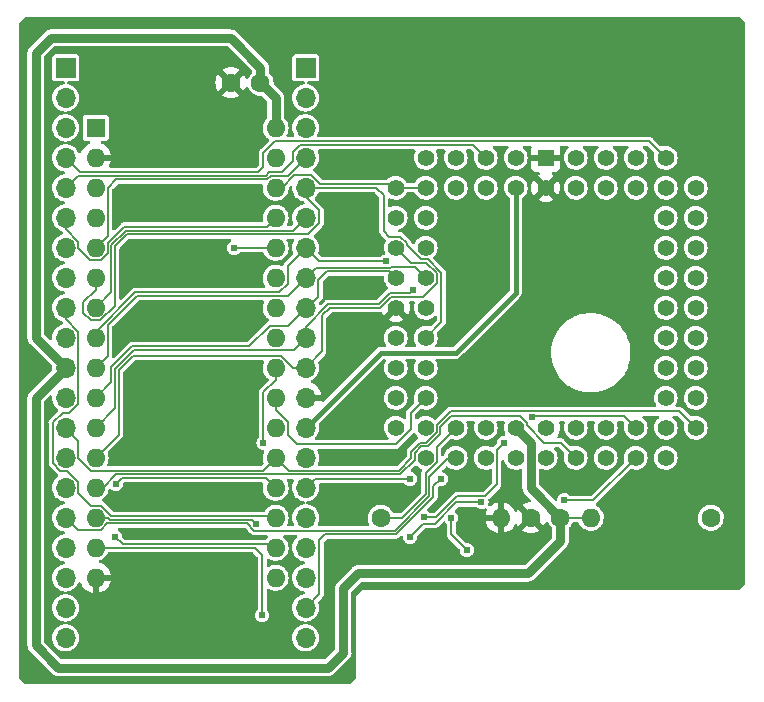
<source format=gtl>
G04 #@! TF.GenerationSoftware,KiCad,Pcbnew,(6.0.10-0)*
G04 #@! TF.CreationDate,2023-01-08T18:49:51+09:00*
G04 #@! TF.ProjectId,MEZZ180RAM,4d455a5a-3138-4305-9241-4d2e6b696361,A*
G04 #@! TF.SameCoordinates,PX5f5e100PY8f0d180*
G04 #@! TF.FileFunction,Copper,L1,Top*
G04 #@! TF.FilePolarity,Positive*
%FSLAX46Y46*%
G04 Gerber Fmt 4.6, Leading zero omitted, Abs format (unit mm)*
G04 Created by KiCad (PCBNEW (6.0.10-0)) date 2023-01-08 18:49:51*
%MOMM*%
%LPD*%
G01*
G04 APERTURE LIST*
G04 #@! TA.AperFunction,ComponentPad*
%ADD10C,1.600000*%
G04 #@! TD*
G04 #@! TA.AperFunction,ComponentPad*
%ADD11O,1.600000X1.600000*%
G04 #@! TD*
G04 #@! TA.AperFunction,ComponentPad*
%ADD12R,1.600000X1.600000*%
G04 #@! TD*
G04 #@! TA.AperFunction,ComponentPad*
%ADD13R,1.422400X1.422400*%
G04 #@! TD*
G04 #@! TA.AperFunction,ComponentPad*
%ADD14C,1.422400*%
G04 #@! TD*
G04 #@! TA.AperFunction,ComponentPad*
%ADD15R,1.700000X1.700000*%
G04 #@! TD*
G04 #@! TA.AperFunction,ComponentPad*
%ADD16O,1.700000X1.700000*%
G04 #@! TD*
G04 #@! TA.AperFunction,ViaPad*
%ADD17C,0.605000*%
G04 #@! TD*
G04 #@! TA.AperFunction,Conductor*
%ADD18C,0.152400*%
G04 #@! TD*
G04 #@! TA.AperFunction,Conductor*
%ADD19C,0.800000*%
G04 #@! TD*
G04 #@! TA.AperFunction,Conductor*
%ADD20C,0.400000*%
G04 #@! TD*
G04 APERTURE END LIST*
D10*
X31115000Y14605000D03*
D11*
X41275000Y14605000D03*
D12*
X6980000Y47625000D03*
D11*
X6980000Y45085000D03*
X6980000Y42545000D03*
X6980000Y40005000D03*
X6980000Y37465000D03*
X6980000Y34925000D03*
X6980000Y32385000D03*
X6980000Y29845000D03*
X6980000Y27305000D03*
X6980000Y24765000D03*
X6980000Y22225000D03*
X6980000Y19685000D03*
X6980000Y17145000D03*
X6980000Y14605000D03*
X6980000Y12065000D03*
X6980000Y9525000D03*
X22220000Y9525000D03*
X22220000Y12065000D03*
X22220000Y14605000D03*
X22220000Y17145000D03*
X22220000Y19685000D03*
X22220000Y22225000D03*
X22220000Y24765000D03*
X22220000Y27305000D03*
X22220000Y29845000D03*
X22220000Y32385000D03*
X22220000Y34925000D03*
X22220000Y37465000D03*
X22220000Y40005000D03*
X22220000Y42545000D03*
X22220000Y45085000D03*
X22220000Y47625000D03*
D10*
X46335000Y14605000D03*
X43835000Y14605000D03*
X59055000Y14605000D03*
D11*
X48895000Y14605000D03*
D13*
X45085000Y45085000D03*
D14*
X45085000Y42545000D03*
X42545000Y45085000D03*
X42545000Y42545000D03*
X40005000Y45085000D03*
X40005000Y42545000D03*
X37465000Y45085000D03*
X37465000Y42545000D03*
X34925000Y45085000D03*
X32385000Y42545000D03*
X34925000Y42545000D03*
X32385000Y40005000D03*
X34925000Y40005000D03*
X32385000Y37465000D03*
X34925000Y37465000D03*
X32385000Y34925000D03*
X34925000Y34925000D03*
X32385000Y32385000D03*
X34925000Y32385000D03*
X32385000Y29845000D03*
X34925000Y29845000D03*
X32385000Y27305000D03*
X34925000Y27305000D03*
X32385000Y24765000D03*
X34925000Y24765000D03*
X32385000Y22225000D03*
X34925000Y19685000D03*
X34925000Y22225000D03*
X37465000Y19685000D03*
X37465000Y22225000D03*
X40005000Y19685000D03*
X40005000Y22225000D03*
X42545000Y19685000D03*
X42545000Y22225000D03*
X45085000Y19685000D03*
X45085000Y22225000D03*
X47625000Y19685000D03*
X47625000Y22225000D03*
X50165000Y19685000D03*
X50165000Y22225000D03*
X52705000Y19685000D03*
X52705000Y22225000D03*
X55245000Y19685000D03*
X57785000Y22225000D03*
X55245000Y22225000D03*
X57785000Y24765000D03*
X55245000Y24765000D03*
X57785000Y27305000D03*
X55245000Y27305000D03*
X57785000Y29845000D03*
X55245000Y29845000D03*
X57785000Y32385000D03*
X55245000Y32385000D03*
X57785000Y34925000D03*
X55245000Y34925000D03*
X57785000Y37465000D03*
X55245000Y37465000D03*
X57785000Y40005000D03*
X55245000Y40005000D03*
X57785000Y42545000D03*
X55245000Y45085000D03*
X55245000Y42545000D03*
X52705000Y45085000D03*
X52705000Y42545000D03*
X50165000Y45085000D03*
X50165000Y42545000D03*
X47625000Y45085000D03*
X47625000Y42545000D03*
D10*
X20935000Y51435000D03*
X18435000Y51435000D03*
D15*
X24765000Y52705000D03*
D16*
X24765000Y50165000D03*
X24765000Y47625000D03*
X24765000Y45085000D03*
X24765000Y42545000D03*
X24765000Y40005000D03*
X24765000Y37465000D03*
X24765000Y34925000D03*
X24765000Y32385000D03*
X24765000Y29845000D03*
X24765000Y27305000D03*
X24765000Y24765000D03*
X24765000Y22225000D03*
X24765000Y19685000D03*
X24765000Y17145000D03*
X24765000Y14605000D03*
X24765000Y12065000D03*
X24765000Y9525000D03*
X24765000Y6985000D03*
X24765000Y4445000D03*
D15*
X4445000Y52705000D03*
D16*
X4445000Y50165000D03*
X4445000Y47625000D03*
X4445000Y45085000D03*
X4445000Y42545000D03*
X4445000Y40005000D03*
X4445000Y37465000D03*
X4445000Y34925000D03*
X4445000Y32385000D03*
X4445000Y29845000D03*
X4445000Y27305000D03*
X4445000Y24765000D03*
X4445000Y22225000D03*
X4445000Y19685000D03*
X4445000Y17145000D03*
X4445000Y14605000D03*
X4445000Y12065000D03*
X4445000Y9525000D03*
X4445000Y6985000D03*
X4445000Y4445000D03*
D17*
X28575000Y34290000D03*
X20320000Y15875000D03*
X6985000Y6350000D03*
X41275000Y34290000D03*
X19050000Y31115000D03*
X27940000Y1270000D03*
X30480000Y26035000D03*
X37465000Y27305000D03*
X10795000Y34925000D03*
X10795000Y31115000D03*
X19050000Y41275000D03*
X43180000Y32385000D03*
X1270000Y27305000D03*
X60960000Y9525000D03*
X20320000Y22225000D03*
X41275000Y41275000D03*
X28575000Y14605000D03*
X19050000Y34925000D03*
X1270000Y1270000D03*
X10795000Y41275000D03*
X22225000Y6350000D03*
X33655000Y26035000D03*
X60960000Y55880000D03*
X38735000Y20955000D03*
X28575000Y12065000D03*
X28575000Y47625000D03*
X1270000Y55880000D03*
X36195000Y41275000D03*
X28575000Y39370000D03*
X31115000Y19685000D03*
X37465000Y29845000D03*
X10795000Y13335000D03*
X28575000Y27940000D03*
X28575000Y23495000D03*
X18678200Y37465000D03*
X8636000Y12990800D03*
X46649000Y16089600D03*
X34798000Y14628700D03*
X43966600Y23105400D03*
X41551600Y20955000D03*
X8693900Y17493400D03*
X38396900Y11882100D03*
X37084000Y14605000D03*
X21082000Y6350000D03*
X33610603Y12998397D03*
X20574000Y14097000D03*
X39648200Y15917000D03*
X31590100Y36322000D03*
X33873200Y33931600D03*
X36195000Y17907000D03*
X33589900Y17907000D03*
X21191300Y20955000D03*
D18*
X38396900Y11882100D02*
X37084000Y13195000D01*
X37084000Y13195000D02*
X37084000Y14605000D01*
D19*
X46335000Y13642500D02*
X46335000Y14605000D01*
X43815000Y20955000D02*
X42545000Y22225000D01*
X1905000Y29845000D02*
X1905000Y53975000D01*
D18*
X34925000Y42545000D02*
X32385000Y42545000D01*
D19*
X27940000Y8636000D02*
X29210000Y9906000D01*
X26670000Y1905000D02*
X27940000Y3175000D01*
X43815000Y17125000D02*
X43815000Y20955000D01*
X4445000Y27305000D02*
X1905000Y24765000D01*
X3175000Y55245000D02*
X18415000Y55245000D01*
X18415000Y55245000D02*
X20935000Y52725000D01*
D18*
X32080200Y42849800D02*
X25985571Y42849800D01*
X25211771Y43623600D02*
X23811600Y43623600D01*
D19*
X1905000Y24765000D02*
X1905000Y3810000D01*
X1905000Y3810000D02*
X3810000Y1905000D01*
X20935000Y52725000D02*
X20935000Y51435000D01*
D18*
X25985571Y42849800D02*
X25211771Y43623600D01*
D19*
X29210000Y9906000D02*
X43561000Y9906000D01*
X20935000Y51435000D02*
X20955000Y51435000D01*
X46335000Y12680000D02*
X46335000Y13642500D01*
D18*
X32385000Y42545000D02*
X32080200Y42849800D01*
X48895000Y14605000D02*
X46335000Y14605000D01*
D19*
X43561000Y9906000D02*
X46335000Y12680000D01*
X3810000Y1905000D02*
X26670000Y1905000D01*
X22225000Y50165000D02*
X22225000Y47630000D01*
X22225000Y47630000D02*
X22220000Y47625000D01*
D18*
X22733000Y42545000D02*
X22220000Y42545000D01*
D19*
X1905000Y53975000D02*
X3175000Y55245000D01*
D18*
X23811600Y43623600D02*
X22733000Y42545000D01*
D19*
X20955000Y51435000D02*
X22225000Y50165000D01*
X27940000Y3175000D02*
X27940000Y8636000D01*
X46335000Y14605000D02*
X43815000Y17125000D01*
X4445000Y27305000D02*
X1905000Y29845000D01*
D18*
X18678200Y37465000D02*
X22220000Y37465000D01*
X35229800Y18084800D02*
X35229800Y16469463D01*
X36830000Y19685000D02*
X35229800Y18084800D01*
X32286737Y13526400D02*
X20393511Y13526400D01*
X7406061Y13576400D02*
X5473600Y13576400D01*
X7952061Y14122400D02*
X7406061Y13576400D01*
X5473600Y13576400D02*
X4445000Y14605000D01*
X37465000Y19685000D02*
X36830000Y19685000D01*
X19797511Y14122400D02*
X7952061Y14122400D01*
X35229800Y16469463D02*
X32286737Y13526400D01*
X20393511Y13526400D02*
X19797511Y14122400D01*
X32934285Y14605000D02*
X31115000Y14605000D01*
X37465000Y22225000D02*
X35864800Y20624800D01*
X35864800Y19295722D02*
X34925000Y18355922D01*
X35864800Y20624800D02*
X35864800Y19295722D01*
X34925000Y18355922D02*
X34925000Y16595715D01*
X34925000Y16595715D02*
X32934285Y14605000D01*
X49109600Y16089600D02*
X46649000Y16089600D01*
X52705000Y19685000D02*
X49109600Y16089600D01*
X8636000Y12990800D02*
X9257000Y12369800D01*
X9257000Y12369800D02*
X21915200Y12369800D01*
X21915200Y12369800D02*
X22220000Y12065000D01*
X51749600Y23180400D02*
X52705000Y22225000D01*
X4445000Y31441300D02*
X4445000Y32385000D01*
X39943100Y16448100D02*
X37607048Y16448100D01*
X5523700Y24259200D02*
X5523700Y30362600D01*
X37607048Y16448100D02*
X35787648Y14628700D01*
X4189400Y23495000D02*
X4759500Y23495000D01*
X41551600Y20955000D02*
X40945000Y20348400D01*
X7411152Y15633600D02*
X6591400Y15633600D01*
X4545600Y18606300D02*
X3998100Y18606300D01*
X22093000Y14732000D02*
X8312752Y14732000D01*
X43966600Y23105400D02*
X44041600Y23180400D01*
X22220000Y14605000D02*
X22093000Y14732000D01*
X5523700Y17628200D02*
X4545600Y18606300D01*
X5523700Y30362600D02*
X4445000Y31441300D01*
X6591400Y15633600D02*
X5523700Y16701300D01*
X40945000Y17450000D02*
X39943100Y16448100D01*
X5523700Y16701300D02*
X5523700Y17628200D01*
X35787648Y14628700D02*
X34798000Y14628700D01*
X8312752Y14732000D02*
X7411152Y15633600D01*
X44041600Y23180400D02*
X51749600Y23180400D01*
X4759500Y23495000D02*
X5523700Y24259200D01*
X3366200Y22671800D02*
X4189400Y23495000D01*
X40945000Y20348400D02*
X40945000Y17450000D01*
X3366200Y19238200D02*
X3366200Y22671800D01*
X3998100Y18606300D02*
X3366200Y19238200D01*
X21381800Y17983200D02*
X9183700Y17983200D01*
X22220000Y17145000D02*
X21381800Y17983200D01*
X9183700Y17983200D02*
X8693900Y17493400D01*
X20447000Y12065000D02*
X6980000Y12065000D01*
X21082000Y11430000D02*
X20447000Y12065000D01*
X21082000Y6350000D02*
X21082000Y11430000D01*
X56373400Y23636600D02*
X57785000Y22225000D01*
X22220000Y19685000D02*
X22220000Y19680000D01*
X34440670Y20960800D02*
X34989878Y20960800D01*
X22220000Y19680000D02*
X21132800Y18592800D01*
X34989878Y20960800D02*
X35864800Y21835722D01*
X22220000Y19685000D02*
X23312200Y18592800D01*
X23312200Y18592800D02*
X32639748Y18592800D01*
X33680400Y20200530D02*
X34440670Y20960800D01*
X6606600Y18592800D02*
X5523700Y19675700D01*
X37045048Y23636600D02*
X56373400Y23636600D01*
X35864800Y21835722D02*
X35864800Y22456352D01*
X35864800Y22456352D02*
X37045048Y23636600D01*
X33680400Y19633452D02*
X33680400Y20200530D01*
X5523700Y21146300D02*
X4445000Y22225000D01*
X5523700Y19675700D02*
X5523700Y21146300D01*
X21132800Y18592800D02*
X6606600Y18592800D01*
X32639748Y18592800D02*
X33680400Y19633452D01*
X34566922Y20656000D02*
X33985200Y20074278D01*
X43485000Y22633300D02*
X42919200Y23199100D01*
X8737300Y18288000D02*
X7594300Y17145000D01*
X33985200Y19507200D02*
X32766000Y18288000D01*
X36169600Y21709470D02*
X35116130Y20656000D01*
X35116130Y20656000D02*
X34566922Y20656000D01*
X43485000Y22451800D02*
X43485000Y22633300D01*
X32766000Y18288000D02*
X8737300Y18288000D01*
X42919200Y23199100D02*
X37038600Y23199100D01*
X33985200Y20074278D02*
X33985200Y19507200D01*
X47625000Y19685000D02*
X46355000Y20955000D01*
X7594300Y17145000D02*
X6980000Y17145000D01*
X46355000Y20955000D02*
X44981800Y20955000D01*
X44981800Y20955000D02*
X43485000Y22451800D01*
X37038600Y23199100D02*
X36169600Y22330100D01*
X36169600Y22330100D02*
X36169600Y21709470D01*
X20243800Y14427200D02*
X8186500Y14427200D01*
X8008700Y14605000D02*
X6980000Y14605000D01*
X33610603Y12998397D02*
X34709206Y14097000D01*
X20574000Y14097000D02*
X20243800Y14427200D01*
X35687000Y14097000D02*
X37507000Y15917000D01*
X8186500Y14427200D02*
X8008700Y14605000D01*
X34709206Y14097000D02*
X35687000Y14097000D01*
X37507000Y15917000D02*
X39648200Y15917000D01*
X22220000Y23736300D02*
X23248700Y22707600D01*
X24003000Y20828000D02*
X32385000Y20828000D01*
X32385000Y20828000D02*
X33655000Y22098000D01*
X33655000Y22098000D02*
X33655000Y23495000D01*
X22220000Y24765000D02*
X22220000Y23736300D01*
X23248700Y22707600D02*
X23248700Y21582300D01*
X23248700Y21582300D02*
X24003000Y20828000D01*
X33655000Y23495000D02*
X34925000Y24765000D01*
X22658661Y43561000D02*
X22646061Y43573600D01*
X23241000Y43561000D02*
X22658661Y43561000D01*
X24765000Y45085000D02*
X23241000Y43561000D01*
X8008600Y38493600D02*
X6980000Y37465000D01*
X21489139Y43268800D02*
X8724800Y43268800D01*
X22646061Y43573600D02*
X21793939Y43573600D01*
X8724800Y43268800D02*
X8008600Y42552600D01*
X21793939Y43573600D02*
X21489139Y43268800D01*
X8008600Y42552600D02*
X8008600Y38493600D01*
X32774278Y38404800D02*
X33324800Y37854278D01*
X34561122Y36499800D02*
X35111552Y36499800D01*
X24998300Y38621300D02*
X25908000Y39531000D01*
X8618200Y32568539D02*
X8618200Y37601096D01*
X5951300Y32867600D02*
X5951300Y31920700D01*
X30734000Y42545000D02*
X31369000Y41910000D01*
X24765000Y41783000D02*
X24765000Y42545000D01*
X6980000Y33896300D02*
X5951300Y32867600D01*
X31826200Y38404800D02*
X32774278Y38404800D01*
X5951300Y31920700D02*
X6553700Y31318300D01*
X6553700Y31318300D02*
X7367961Y31318300D01*
X31369000Y38862000D02*
X31826200Y38404800D01*
X6980000Y34925000D02*
X6980000Y33896300D01*
X36248800Y31168800D02*
X34925000Y29845000D01*
X33324800Y37854278D02*
X33324800Y37736122D01*
X33324800Y37736122D02*
X34561122Y36499800D01*
X36248800Y35362552D02*
X36248800Y31168800D01*
X35111552Y36499800D02*
X36248800Y35362552D01*
X31369000Y41910000D02*
X31369000Y38862000D01*
X25908000Y39531000D02*
X25908000Y40640000D01*
X9638404Y38621300D02*
X24998300Y38621300D01*
X8618200Y37601096D02*
X9638404Y38621300D01*
X25908000Y40640000D02*
X24765000Y41783000D01*
X24765000Y42545000D02*
X30734000Y42545000D01*
X7367961Y31318300D02*
X8618200Y32568539D01*
X8313400Y33718400D02*
X6980000Y32385000D01*
X23686300Y38926300D02*
X9512352Y38926300D01*
X8313400Y37727348D02*
X8313400Y33718400D01*
X9512352Y38926300D02*
X8313400Y37727348D01*
X24765000Y40005000D02*
X23686300Y38926300D01*
X10337800Y33705800D02*
X6980000Y30348000D01*
X21667687Y33718400D02*
X21655087Y33705800D01*
X24765000Y37465000D02*
X23253600Y35953600D01*
X6980000Y30348000D02*
X6980000Y29845000D01*
X23253600Y34429600D02*
X22542400Y33718400D01*
X21655087Y33705800D02*
X10337800Y33705800D01*
X22542400Y33718400D02*
X21667687Y33718400D01*
X25908000Y36322000D02*
X24765000Y37465000D01*
X31590100Y36322000D02*
X25908000Y36322000D01*
X23253600Y35953600D02*
X23253600Y34429600D01*
X25630900Y35790900D02*
X24765000Y34925000D01*
X31921822Y35790900D02*
X25630900Y35790900D01*
X31995722Y35864800D02*
X31921822Y35790900D01*
X6980000Y27305000D02*
X8008600Y28333600D01*
X23253600Y33413600D02*
X24765000Y34925000D01*
X8008600Y28333600D02*
X8008600Y30945548D01*
X33985200Y35864800D02*
X31995722Y35864800D01*
X21781339Y33401000D02*
X21793939Y33413600D01*
X21793939Y33413600D02*
X23253600Y33413600D01*
X34925000Y34925000D02*
X33985200Y35864800D01*
X10464052Y33401000D02*
X21781339Y33401000D01*
X8008600Y30945548D02*
X10464052Y33401000D01*
X19977100Y29121100D02*
X21729600Y30873600D01*
X32385000Y34925000D02*
X31823900Y35486100D01*
X8313400Y27336504D02*
X10097996Y29121100D01*
X25843600Y34733600D02*
X25843600Y33336600D01*
X23253600Y30873600D02*
X24765000Y32385000D01*
X25843600Y33336600D02*
X24892000Y32385000D01*
X21729600Y30873600D02*
X23253600Y30873600D01*
X6980000Y24765000D02*
X8313400Y26098400D01*
X26596100Y35486100D02*
X25843600Y34733600D01*
X31823900Y35486100D02*
X26596100Y35486100D01*
X10097996Y29121100D02*
X19977100Y29121100D01*
X8313400Y26098400D02*
X8313400Y27336504D01*
X24892000Y32385000D02*
X24765000Y32385000D01*
X24765000Y29845000D02*
X23736300Y28816300D01*
X8618200Y23863200D02*
X6980000Y22225000D01*
X23736300Y28816300D02*
X10224248Y28816300D01*
X31869470Y33629600D02*
X30929670Y32689800D01*
X33571200Y33629600D02*
X31869470Y33629600D01*
X30929670Y32689800D02*
X26657148Y32689800D01*
X10224248Y28816300D02*
X8618200Y27210252D01*
X26657148Y32689800D02*
X24765000Y30797652D01*
X8618200Y27210252D02*
X8618200Y23863200D01*
X33873200Y33931600D02*
X33571200Y33629600D01*
X24765000Y30797652D02*
X24765000Y29845000D01*
X26148400Y31750000D02*
X26783400Y32385000D01*
X24765000Y27305000D02*
X23686300Y27305000D01*
X35885600Y34488600D02*
X35885600Y35294700D01*
X35885600Y35294700D02*
X34985300Y36195000D01*
X23686300Y27305000D02*
X22657700Y28333600D01*
X21781339Y28321000D02*
X10160000Y28321000D01*
X34985300Y36195000D02*
X33655000Y36195000D01*
X31995722Y33324800D02*
X34721800Y33324800D01*
X10160000Y28321000D02*
X8923000Y27084000D01*
X8923000Y21628000D02*
X6980000Y19685000D01*
X8923000Y27084000D02*
X8923000Y21628000D01*
X24765000Y27305000D02*
X26148400Y28688400D01*
X26783400Y32385000D02*
X31055922Y32385000D01*
X26148400Y28688400D02*
X26148400Y31750000D01*
X31055922Y32385000D02*
X31995722Y33324800D01*
X33655000Y36195000D02*
X32385000Y37465000D01*
X22657700Y28333600D02*
X21793939Y28333600D01*
X21793939Y28333600D02*
X21781339Y28321000D01*
X34721800Y33324800D02*
X35885600Y34488600D01*
D20*
X24765000Y22225000D02*
X31115000Y28575000D01*
X37465000Y28575000D02*
X42545000Y33655000D01*
X42545000Y33655000D02*
X42545000Y42545000D01*
X31115000Y28575000D02*
X37465000Y28575000D01*
D18*
X21667687Y43878400D02*
X21362887Y43573600D01*
X21362887Y43573600D02*
X5473600Y43573600D01*
X23686400Y44792487D02*
X22772313Y43878400D01*
X23686400Y45531771D02*
X23686400Y44792487D01*
X24318229Y46163600D02*
X23686400Y45531771D01*
X22772313Y43878400D02*
X21667687Y43878400D01*
X5473600Y43573600D02*
X4445000Y42545000D01*
X38926400Y46163600D02*
X24318229Y46163600D01*
X40005000Y45085000D02*
X38926400Y46163600D01*
X25908000Y12700000D02*
X25908000Y8128000D01*
X26429600Y13221600D02*
X25908000Y12700000D01*
X35560000Y17272000D02*
X35560000Y16368611D01*
X25908000Y8128000D02*
X24765000Y6985000D01*
X35560000Y16368611D02*
X32412989Y13221600D01*
X32412989Y13221600D02*
X26429600Y13221600D01*
X36195000Y17907000D02*
X35560000Y17272000D01*
X25527000Y17907000D02*
X24765000Y17145000D01*
X33589900Y17907000D02*
X25527000Y17907000D01*
X21191400Y44305400D02*
X21191400Y45511061D01*
X5651600Y43878400D02*
X20764400Y43878400D01*
X20764400Y43878400D02*
X21191400Y44305400D01*
X4445000Y45085000D02*
X5651600Y43878400D01*
X39172122Y46468400D02*
X39185722Y46482000D01*
X22148739Y46468400D02*
X39172122Y46468400D01*
X53848000Y46482000D02*
X55245000Y45085000D01*
X21191400Y45511061D02*
X22148739Y46468400D01*
X39185722Y46482000D02*
X53848000Y46482000D01*
X5523700Y37419200D02*
X6507100Y36435800D01*
X8008600Y37038939D02*
X8008600Y37853600D01*
X5523700Y37982600D02*
X5523700Y37419200D01*
X8008600Y37853600D02*
X9386100Y39231100D01*
X7405461Y36435800D02*
X8008600Y37038939D01*
X4445000Y39061300D02*
X5523700Y37982600D01*
X6507100Y36435800D02*
X7405461Y36435800D01*
X21446100Y39231100D02*
X22220000Y40005000D01*
X4445000Y40005000D02*
X4445000Y39061300D01*
X9386100Y39231100D02*
X21446100Y39231100D01*
X22220000Y26276300D02*
X22220000Y27305000D01*
X21191300Y25247600D02*
X22220000Y26276300D01*
X21191300Y20955000D02*
X21191300Y25247600D01*
G04 #@! TA.AperFunction,Conductor*
G36*
X61515931Y56979998D02*
G01*
X61536905Y56963095D01*
X61963095Y56536905D01*
X61997121Y56474593D01*
X62000000Y56447810D01*
X62000000Y9052190D01*
X61979998Y8984069D01*
X61963095Y8963095D01*
X61536905Y8536905D01*
X61474593Y8502879D01*
X61447810Y8500000D01*
X29500000Y8500000D01*
X29000000Y8000000D01*
X29000000Y1052190D01*
X28979998Y984069D01*
X28963095Y963095D01*
X28536905Y536905D01*
X28474593Y502879D01*
X28447810Y500000D01*
X1052190Y500000D01*
X984069Y520002D01*
X963095Y536905D01*
X536905Y963095D01*
X502879Y1025407D01*
X500000Y1052190D01*
X500000Y3773070D01*
X1200322Y3773070D01*
X1201627Y3765594D01*
X1201627Y3765591D01*
X1211178Y3710868D01*
X1212141Y3704342D01*
X1213319Y3694609D01*
X1219724Y3641680D01*
X1222409Y3634573D01*
X1223218Y3631280D01*
X1227177Y3616809D01*
X1228166Y3613533D01*
X1229473Y3606046D01*
X1232528Y3599087D01*
X1232528Y3599086D01*
X1254847Y3548240D01*
X1257339Y3542134D01*
X1279655Y3483077D01*
X1283954Y3476822D01*
X1285535Y3473797D01*
X1292825Y3460701D01*
X1294566Y3457757D01*
X1297621Y3450798D01*
X1302246Y3444770D01*
X1302247Y3444769D01*
X1336042Y3400727D01*
X1339919Y3395391D01*
X1371381Y3349614D01*
X1371386Y3349608D01*
X1375688Y3343349D01*
X1381362Y3338294D01*
X1421657Y3302392D01*
X1426933Y3297411D01*
X3294417Y1429926D01*
X3300270Y1423661D01*
X3337831Y1380604D01*
X3389473Y1344310D01*
X3394758Y1340384D01*
X3438476Y1306105D01*
X3438480Y1306103D01*
X3444457Y1301416D01*
X3451380Y1298290D01*
X3454328Y1296505D01*
X3467288Y1289113D01*
X3470334Y1287480D01*
X3476547Y1283113D01*
X3492303Y1276970D01*
X3535366Y1260180D01*
X3541445Y1257625D01*
X3598984Y1231645D01*
X3606455Y1230260D01*
X3609723Y1229236D01*
X3624164Y1225123D01*
X3627437Y1224283D01*
X3634513Y1221524D01*
X3679183Y1215644D01*
X3697106Y1213284D01*
X3703623Y1212252D01*
X3709418Y1211178D01*
X3765692Y1200748D01*
X3773272Y1201185D01*
X3773273Y1201185D01*
X3827144Y1204291D01*
X3834396Y1204500D01*
X26641359Y1204500D01*
X26649929Y1204208D01*
X26699354Y1200838D01*
X26699358Y1200838D01*
X26706930Y1200322D01*
X26714406Y1201627D01*
X26714409Y1201627D01*
X26769132Y1211178D01*
X26775658Y1212141D01*
X26816096Y1217035D01*
X26838320Y1219724D01*
X26845427Y1222409D01*
X26848720Y1223218D01*
X26863191Y1227177D01*
X26866467Y1228166D01*
X26873954Y1229473D01*
X26886026Y1234772D01*
X26931760Y1254847D01*
X26937866Y1257339D01*
X26989818Y1276970D01*
X26989820Y1276971D01*
X26996923Y1279655D01*
X27003178Y1283954D01*
X27006203Y1285535D01*
X27019299Y1292825D01*
X27022243Y1294566D01*
X27029202Y1297621D01*
X27040259Y1306105D01*
X27079273Y1336042D01*
X27084609Y1339919D01*
X27130386Y1371381D01*
X27130392Y1371386D01*
X27136651Y1375688D01*
X27177609Y1421658D01*
X27182589Y1426933D01*
X28415067Y2659411D01*
X28421333Y2665265D01*
X28458671Y2697837D01*
X28464396Y2702831D01*
X28468761Y2709042D01*
X28468764Y2709045D01*
X28500705Y2754493D01*
X28504638Y2759788D01*
X28538893Y2803476D01*
X28543583Y2809457D01*
X28546711Y2816384D01*
X28548486Y2819315D01*
X28555903Y2832318D01*
X28557519Y2835332D01*
X28561887Y2841547D01*
X28564646Y2848623D01*
X28564648Y2848627D01*
X28584819Y2900364D01*
X28587375Y2906445D01*
X28610231Y2957065D01*
X28610231Y2957066D01*
X28613355Y2963984D01*
X28614739Y2971450D01*
X28615757Y2974699D01*
X28619877Y2989164D01*
X28620717Y2992437D01*
X28623476Y2999513D01*
X28631716Y3062106D01*
X28632748Y3068623D01*
X28642868Y3123225D01*
X28644252Y3130692D01*
X28640709Y3192144D01*
X28640500Y3199396D01*
X28640500Y8293654D01*
X28660502Y8361775D01*
X28677405Y8382749D01*
X29463251Y9168595D01*
X29525563Y9202621D01*
X29552346Y9205500D01*
X43532359Y9205500D01*
X43540929Y9205208D01*
X43590354Y9201838D01*
X43590358Y9201838D01*
X43597930Y9201322D01*
X43605406Y9202627D01*
X43605409Y9202627D01*
X43660132Y9212178D01*
X43666658Y9213141D01*
X43707096Y9218035D01*
X43729320Y9220724D01*
X43736427Y9223409D01*
X43739720Y9224218D01*
X43754191Y9228177D01*
X43757467Y9229166D01*
X43764954Y9230473D01*
X43771914Y9233528D01*
X43822760Y9255847D01*
X43828866Y9258339D01*
X43880818Y9277970D01*
X43880820Y9277971D01*
X43887923Y9280655D01*
X43894178Y9284954D01*
X43897203Y9286535D01*
X43910299Y9293825D01*
X43913243Y9295566D01*
X43920202Y9298621D01*
X43970273Y9337042D01*
X43975609Y9340919D01*
X44021386Y9372381D01*
X44021392Y9372386D01*
X44027651Y9376688D01*
X44068609Y9422658D01*
X44073589Y9427933D01*
X46810067Y12164411D01*
X46816333Y12170265D01*
X46853671Y12202837D01*
X46859396Y12207831D01*
X46863761Y12214042D01*
X46863764Y12214045D01*
X46895705Y12259493D01*
X46899638Y12264788D01*
X46933896Y12308479D01*
X46933897Y12308481D01*
X46938583Y12314457D01*
X46941708Y12321379D01*
X46943481Y12324306D01*
X46950906Y12337325D01*
X46952517Y12340329D01*
X46956887Y12346547D01*
X46979820Y12405367D01*
X46982375Y12411445D01*
X47005228Y12462057D01*
X47005229Y12462059D01*
X47008355Y12468983D01*
X47009740Y12476455D01*
X47010767Y12479733D01*
X47014863Y12494114D01*
X47015715Y12497430D01*
X47018476Y12504513D01*
X47019499Y12512280D01*
X47025767Y12559897D01*
X47026717Y12567111D01*
X47027748Y12573623D01*
X47029092Y12580871D01*
X47039252Y12635692D01*
X47035709Y12697139D01*
X47035500Y12704391D01*
X47035500Y13697033D01*
X47055502Y13765154D01*
X47080930Y13793906D01*
X47112066Y13819802D01*
X47112073Y13819809D01*
X47116505Y13823495D01*
X47216723Y13943993D01*
X47242146Y13974561D01*
X47245837Y13978999D01*
X47344664Y14155469D01*
X47344800Y14155393D01*
X47389204Y14207641D01*
X47458337Y14228300D01*
X47776103Y14228300D01*
X47844224Y14208298D01*
X47890529Y14155052D01*
X47902075Y14130007D01*
X47937856Y14052393D01*
X47941189Y14047677D01*
X48039668Y13908332D01*
X48054588Y13887220D01*
X48199466Y13746087D01*
X48367637Y13633718D01*
X48372940Y13631440D01*
X48372943Y13631438D01*
X48548163Y13556158D01*
X48553470Y13553878D01*
X48750740Y13509240D01*
X48756509Y13509013D01*
X48756512Y13509013D01*
X48830104Y13506122D01*
X48952842Y13501300D01*
X49064705Y13517519D01*
X49147286Y13529492D01*
X49147291Y13529493D01*
X49153007Y13530322D01*
X49158479Y13532180D01*
X49158481Y13532180D01*
X49339067Y13593481D01*
X49339069Y13593482D01*
X49344531Y13595336D01*
X49521001Y13694163D01*
X49536512Y13707063D01*
X49638145Y13791591D01*
X49676505Y13823495D01*
X49776723Y13943993D01*
X49802146Y13974561D01*
X49805837Y13978999D01*
X49904664Y14155469D01*
X49907584Y14164069D01*
X49967820Y14341519D01*
X49967820Y14341521D01*
X49969678Y14346993D01*
X49970507Y14352709D01*
X49970508Y14352714D01*
X49998167Y14543484D01*
X49998700Y14547158D01*
X50000215Y14605000D01*
X49997557Y14633931D01*
X57950164Y14633931D01*
X57963392Y14432106D01*
X57972714Y14395402D01*
X57998378Y14294349D01*
X58013178Y14236072D01*
X58097856Y14052393D01*
X58101189Y14047677D01*
X58199668Y13908332D01*
X58214588Y13887220D01*
X58359466Y13746087D01*
X58527637Y13633718D01*
X58532940Y13631440D01*
X58532943Y13631438D01*
X58708163Y13556158D01*
X58713470Y13553878D01*
X58910740Y13509240D01*
X58916509Y13509013D01*
X58916512Y13509013D01*
X58990104Y13506122D01*
X59112842Y13501300D01*
X59224705Y13517519D01*
X59307286Y13529492D01*
X59307291Y13529493D01*
X59313007Y13530322D01*
X59318479Y13532180D01*
X59318481Y13532180D01*
X59499067Y13593481D01*
X59499069Y13593482D01*
X59504531Y13595336D01*
X59681001Y13694163D01*
X59696512Y13707063D01*
X59798145Y13791591D01*
X59836505Y13823495D01*
X59936723Y13943993D01*
X59962146Y13974561D01*
X59965837Y13978999D01*
X60064664Y14155469D01*
X60067584Y14164069D01*
X60127820Y14341519D01*
X60127820Y14341521D01*
X60129678Y14346993D01*
X60130507Y14352709D01*
X60130508Y14352714D01*
X60158167Y14543484D01*
X60158700Y14547158D01*
X60160215Y14605000D01*
X60141708Y14806409D01*
X60086807Y15001074D01*
X59997351Y15182473D01*
X59979079Y15206943D01*
X59879788Y15339909D01*
X59879787Y15339910D01*
X59876335Y15344533D01*
X59872099Y15348449D01*
X59732053Y15477906D01*
X59732051Y15477908D01*
X59727812Y15481826D01*
X59700075Y15499327D01*
X59561637Y15586675D01*
X59556757Y15589754D01*
X59368898Y15664702D01*
X59170526Y15704161D01*
X59164752Y15704237D01*
X59164748Y15704237D01*
X59062257Y15705578D01*
X58968286Y15706808D01*
X58962589Y15705829D01*
X58962588Y15705829D01*
X58774646Y15673535D01*
X58774645Y15673535D01*
X58768949Y15672556D01*
X58579193Y15602551D01*
X58574232Y15599599D01*
X58574231Y15599599D01*
X58481514Y15544438D01*
X58405371Y15499138D01*
X58253305Y15365780D01*
X58128089Y15206943D01*
X58033914Y15027947D01*
X57973937Y14834787D01*
X57950164Y14633931D01*
X49997557Y14633931D01*
X49981708Y14806409D01*
X49926807Y15001074D01*
X49837351Y15182473D01*
X49819079Y15206943D01*
X49719788Y15339909D01*
X49719787Y15339910D01*
X49716335Y15344533D01*
X49712099Y15348449D01*
X49572053Y15477906D01*
X49572051Y15477908D01*
X49567812Y15481826D01*
X49540075Y15499327D01*
X49401637Y15586675D01*
X49396757Y15589754D01*
X49391395Y15591893D01*
X49386247Y15594516D01*
X49387197Y15596381D01*
X49338635Y15634470D01*
X49315328Y15701532D01*
X49331978Y15770549D01*
X49348653Y15793218D01*
X49380009Y15827139D01*
X49383439Y15830705D01*
X52249566Y18696832D01*
X52311878Y18730858D01*
X52377597Y18727570D01*
X52486701Y18692120D01*
X52683710Y18668628D01*
X52689845Y18669100D01*
X52689847Y18669100D01*
X52875388Y18683376D01*
X52875392Y18683377D01*
X52881530Y18683849D01*
X52887462Y18685505D01*
X52887466Y18685506D01*
X52977078Y18710527D01*
X53072626Y18737204D01*
X53249719Y18826660D01*
X53279880Y18850224D01*
X53384652Y18932082D01*
X53406064Y18948811D01*
X53416623Y18961043D01*
X53531681Y19094340D01*
X53531682Y19094341D01*
X53535705Y19099002D01*
X53543903Y19113432D01*
X53603252Y19217906D01*
X53633706Y19271514D01*
X53696332Y19459775D01*
X53717740Y19629234D01*
X53720757Y19653112D01*
X53720758Y19653122D01*
X53721199Y19656615D01*
X53721595Y19685000D01*
X53720203Y19699194D01*
X54228504Y19699194D01*
X54229020Y19693050D01*
X54244494Y19508776D01*
X54245106Y19501485D01*
X54257066Y19459775D01*
X54287858Y19352393D01*
X54299794Y19310766D01*
X54302610Y19305287D01*
X54365894Y19182150D01*
X54390484Y19134302D01*
X54394307Y19129478D01*
X54394310Y19129474D01*
X54491855Y19006404D01*
X54513723Y18978814D01*
X54518414Y18974822D01*
X54518417Y18974819D01*
X54568633Y18932082D01*
X54664815Y18850224D01*
X54670193Y18847218D01*
X54670195Y18847217D01*
X54700193Y18830452D01*
X54838007Y18753430D01*
X55026701Y18692120D01*
X55223710Y18668628D01*
X55229845Y18669100D01*
X55229847Y18669100D01*
X55415388Y18683376D01*
X55415392Y18683377D01*
X55421530Y18683849D01*
X55427462Y18685505D01*
X55427466Y18685506D01*
X55517078Y18710527D01*
X55612626Y18737204D01*
X55789719Y18826660D01*
X55819880Y18850224D01*
X55924652Y18932082D01*
X55946064Y18948811D01*
X55956623Y18961043D01*
X56071681Y19094340D01*
X56071682Y19094341D01*
X56075705Y19099002D01*
X56083903Y19113432D01*
X56143252Y19217906D01*
X56173706Y19271514D01*
X56236332Y19459775D01*
X56257740Y19629234D01*
X56260757Y19653112D01*
X56260758Y19653122D01*
X56261199Y19656615D01*
X56261595Y19685000D01*
X56242234Y19882458D01*
X56184889Y20072394D01*
X56175063Y20090874D01*
X56094638Y20242133D01*
X56094636Y20242136D01*
X56091744Y20247575D01*
X56087854Y20252345D01*
X56087851Y20252349D01*
X55970241Y20396553D01*
X55970238Y20396556D01*
X55966346Y20401328D01*
X55947915Y20416576D01*
X55852712Y20495334D01*
X55813473Y20527795D01*
X55808054Y20530725D01*
X55808051Y20530727D01*
X55644366Y20619231D01*
X55644361Y20619233D01*
X55638946Y20622161D01*
X55449415Y20680831D01*
X55443290Y20681475D01*
X55443289Y20681475D01*
X55258225Y20700926D01*
X55258224Y20700926D01*
X55252097Y20701570D01*
X55173005Y20694372D01*
X55060648Y20684147D01*
X55060645Y20684146D01*
X55054509Y20683588D01*
X55048603Y20681850D01*
X55048599Y20681849D01*
X54913532Y20642096D01*
X54864177Y20627570D01*
X54688350Y20535650D01*
X54683550Y20531790D01*
X54683549Y20531790D01*
X54560570Y20432912D01*
X54533726Y20411329D01*
X54406194Y20259343D01*
X54403227Y20253945D01*
X54403223Y20253940D01*
X54352226Y20161175D01*
X54310612Y20085479D01*
X54308751Y20079612D01*
X54308750Y20079610D01*
X54306461Y20072394D01*
X54250620Y19896362D01*
X54228504Y19699194D01*
X53720203Y19699194D01*
X53702234Y19882458D01*
X53644889Y20072394D01*
X53635063Y20090874D01*
X53554638Y20242133D01*
X53554636Y20242136D01*
X53551744Y20247575D01*
X53547854Y20252345D01*
X53547851Y20252349D01*
X53430241Y20396553D01*
X53430238Y20396556D01*
X53426346Y20401328D01*
X53407915Y20416576D01*
X53312712Y20495334D01*
X53273473Y20527795D01*
X53268054Y20530725D01*
X53268051Y20530727D01*
X53104366Y20619231D01*
X53104361Y20619233D01*
X53098946Y20622161D01*
X52909415Y20680831D01*
X52903290Y20681475D01*
X52903289Y20681475D01*
X52718225Y20700926D01*
X52718224Y20700926D01*
X52712097Y20701570D01*
X52633005Y20694372D01*
X52520648Y20684147D01*
X52520645Y20684146D01*
X52514509Y20683588D01*
X52508603Y20681850D01*
X52508599Y20681849D01*
X52373532Y20642096D01*
X52324177Y20627570D01*
X52148350Y20535650D01*
X52143550Y20531790D01*
X52143549Y20531790D01*
X52020570Y20432912D01*
X51993726Y20411329D01*
X51866194Y20259343D01*
X51863227Y20253945D01*
X51863223Y20253940D01*
X51812226Y20161175D01*
X51770612Y20085479D01*
X51768751Y20079612D01*
X51768750Y20079610D01*
X51766461Y20072394D01*
X51710620Y19896362D01*
X51688504Y19699194D01*
X51689020Y19693050D01*
X51704494Y19508776D01*
X51705106Y19501485D01*
X51706805Y19495561D01*
X51747857Y19352393D01*
X51747406Y19281398D01*
X51715833Y19228568D01*
X48990470Y16503205D01*
X48928158Y16469179D01*
X48901375Y16466300D01*
X47182148Y16466300D01*
X47114027Y16486302D01*
X47090554Y16507896D01*
X47089931Y16507273D01*
X47084090Y16513114D01*
X47079064Y16519664D01*
X47060330Y16534040D01*
X46959655Y16611291D01*
X46959652Y16611293D01*
X46953102Y16616319D01*
X46806415Y16677079D01*
X46649000Y16697803D01*
X46626541Y16694846D01*
X46499771Y16678157D01*
X46499769Y16678156D01*
X46491585Y16677079D01*
X46344899Y16616319D01*
X46218936Y16519664D01*
X46122281Y16393701D01*
X46061521Y16247015D01*
X46060444Y16238831D01*
X46060443Y16238829D01*
X46059066Y16228367D01*
X46051572Y16171438D01*
X46050910Y16166413D01*
X46022188Y16101486D01*
X45962923Y16062394D01*
X45891932Y16061549D01*
X45836893Y16093764D01*
X44552405Y17378252D01*
X44518379Y17440564D01*
X44515500Y17467347D01*
X44515500Y18632808D01*
X44535502Y18700929D01*
X44589158Y18747422D01*
X44659432Y18757526D01*
X44680434Y18752642D01*
X44866701Y18692120D01*
X45063710Y18668628D01*
X45069845Y18669100D01*
X45069847Y18669100D01*
X45255388Y18683376D01*
X45255392Y18683377D01*
X45261530Y18683849D01*
X45267462Y18685505D01*
X45267466Y18685506D01*
X45357078Y18710527D01*
X45452626Y18737204D01*
X45629719Y18826660D01*
X45659880Y18850224D01*
X45764652Y18932082D01*
X45786064Y18948811D01*
X45796623Y18961043D01*
X45911681Y19094340D01*
X45911682Y19094341D01*
X45915705Y19099002D01*
X45923903Y19113432D01*
X45983252Y19217906D01*
X46013706Y19271514D01*
X46076332Y19459775D01*
X46097740Y19629234D01*
X46100757Y19653112D01*
X46100758Y19653122D01*
X46101199Y19656615D01*
X46101595Y19685000D01*
X46082234Y19882458D01*
X46024889Y20072394D01*
X46015063Y20090874D01*
X45934638Y20242133D01*
X45934636Y20242136D01*
X45931744Y20247575D01*
X45927854Y20252345D01*
X45927851Y20252349D01*
X45829724Y20372664D01*
X45802170Y20438096D01*
X45814365Y20508037D01*
X45862438Y20560283D01*
X45927367Y20578300D01*
X46146776Y20578300D01*
X46214897Y20558298D01*
X46235871Y20541395D01*
X46636724Y20140542D01*
X46670750Y20078230D01*
X46667731Y20013350D01*
X46630620Y19896362D01*
X46608504Y19699194D01*
X46609020Y19693050D01*
X46624494Y19508776D01*
X46625106Y19501485D01*
X46637066Y19459775D01*
X46667858Y19352393D01*
X46679794Y19310766D01*
X46682610Y19305287D01*
X46745894Y19182150D01*
X46770484Y19134302D01*
X46774307Y19129478D01*
X46774310Y19129474D01*
X46871855Y19006404D01*
X46893723Y18978814D01*
X46898414Y18974822D01*
X46898417Y18974819D01*
X46948633Y18932082D01*
X47044815Y18850224D01*
X47050193Y18847218D01*
X47050195Y18847217D01*
X47080193Y18830452D01*
X47218007Y18753430D01*
X47406701Y18692120D01*
X47603710Y18668628D01*
X47609845Y18669100D01*
X47609847Y18669100D01*
X47795388Y18683376D01*
X47795392Y18683377D01*
X47801530Y18683849D01*
X47807462Y18685505D01*
X47807466Y18685506D01*
X47897078Y18710527D01*
X47992626Y18737204D01*
X48169719Y18826660D01*
X48199880Y18850224D01*
X48304652Y18932082D01*
X48326064Y18948811D01*
X48336623Y18961043D01*
X48451681Y19094340D01*
X48451682Y19094341D01*
X48455705Y19099002D01*
X48463903Y19113432D01*
X48523252Y19217906D01*
X48553706Y19271514D01*
X48616332Y19459775D01*
X48637740Y19629234D01*
X48640757Y19653112D01*
X48640758Y19653122D01*
X48641199Y19656615D01*
X48641595Y19685000D01*
X48640203Y19699194D01*
X49148504Y19699194D01*
X49149020Y19693050D01*
X49164494Y19508776D01*
X49165106Y19501485D01*
X49177066Y19459775D01*
X49207858Y19352393D01*
X49219794Y19310766D01*
X49222610Y19305287D01*
X49285894Y19182150D01*
X49310484Y19134302D01*
X49314307Y19129478D01*
X49314310Y19129474D01*
X49411855Y19006404D01*
X49433723Y18978814D01*
X49438414Y18974822D01*
X49438417Y18974819D01*
X49488633Y18932082D01*
X49584815Y18850224D01*
X49590193Y18847218D01*
X49590195Y18847217D01*
X49620193Y18830452D01*
X49758007Y18753430D01*
X49946701Y18692120D01*
X50143710Y18668628D01*
X50149845Y18669100D01*
X50149847Y18669100D01*
X50335388Y18683376D01*
X50335392Y18683377D01*
X50341530Y18683849D01*
X50347462Y18685505D01*
X50347466Y18685506D01*
X50437078Y18710527D01*
X50532626Y18737204D01*
X50709719Y18826660D01*
X50739880Y18850224D01*
X50844652Y18932082D01*
X50866064Y18948811D01*
X50876623Y18961043D01*
X50991681Y19094340D01*
X50991682Y19094341D01*
X50995705Y19099002D01*
X51003903Y19113432D01*
X51063252Y19217906D01*
X51093706Y19271514D01*
X51156332Y19459775D01*
X51177740Y19629234D01*
X51180757Y19653112D01*
X51180758Y19653122D01*
X51181199Y19656615D01*
X51181595Y19685000D01*
X51162234Y19882458D01*
X51104889Y20072394D01*
X51095063Y20090874D01*
X51014638Y20242133D01*
X51014636Y20242136D01*
X51011744Y20247575D01*
X51007854Y20252345D01*
X51007851Y20252349D01*
X50890241Y20396553D01*
X50890238Y20396556D01*
X50886346Y20401328D01*
X50867915Y20416576D01*
X50772712Y20495334D01*
X50733473Y20527795D01*
X50728054Y20530725D01*
X50728051Y20530727D01*
X50564366Y20619231D01*
X50564361Y20619233D01*
X50558946Y20622161D01*
X50369415Y20680831D01*
X50363290Y20681475D01*
X50363289Y20681475D01*
X50178225Y20700926D01*
X50178224Y20700926D01*
X50172097Y20701570D01*
X50093005Y20694372D01*
X49980648Y20684147D01*
X49980645Y20684146D01*
X49974509Y20683588D01*
X49968603Y20681850D01*
X49968599Y20681849D01*
X49833532Y20642096D01*
X49784177Y20627570D01*
X49608350Y20535650D01*
X49603550Y20531790D01*
X49603549Y20531790D01*
X49480570Y20432912D01*
X49453726Y20411329D01*
X49326194Y20259343D01*
X49323227Y20253945D01*
X49323223Y20253940D01*
X49272226Y20161175D01*
X49230612Y20085479D01*
X49228751Y20079612D01*
X49228750Y20079610D01*
X49226461Y20072394D01*
X49170620Y19896362D01*
X49148504Y19699194D01*
X48640203Y19699194D01*
X48622234Y19882458D01*
X48564889Y20072394D01*
X48555063Y20090874D01*
X48474638Y20242133D01*
X48474636Y20242136D01*
X48471744Y20247575D01*
X48467854Y20252345D01*
X48467851Y20252349D01*
X48350241Y20396553D01*
X48350238Y20396556D01*
X48346346Y20401328D01*
X48327915Y20416576D01*
X48232712Y20495334D01*
X48193473Y20527795D01*
X48188054Y20530725D01*
X48188051Y20530727D01*
X48024366Y20619231D01*
X48024361Y20619233D01*
X48018946Y20622161D01*
X47829415Y20680831D01*
X47823290Y20681475D01*
X47823289Y20681475D01*
X47638225Y20700926D01*
X47638224Y20700926D01*
X47632097Y20701570D01*
X47553005Y20694372D01*
X47440648Y20684147D01*
X47440645Y20684146D01*
X47434509Y20683588D01*
X47428603Y20681850D01*
X47428599Y20681849D01*
X47293530Y20642096D01*
X47222533Y20642051D01*
X47168860Y20673875D01*
X46659288Y21183447D01*
X46644434Y21201837D01*
X46643124Y21203277D01*
X46637472Y21212030D01*
X46629294Y21218477D01*
X46629292Y21218479D01*
X46611337Y21232633D01*
X46606942Y21236539D01*
X46606877Y21236462D01*
X46602920Y21239815D01*
X46599238Y21243497D01*
X46583654Y21254633D01*
X46578914Y21258192D01*
X46547166Y21283221D01*
X46547163Y21283223D01*
X46538986Y21289669D01*
X46530413Y21292680D01*
X46523017Y21297965D01*
X46474275Y21312542D01*
X46468638Y21314374D01*
X46428144Y21328595D01*
X46428138Y21328596D01*
X46420661Y21331222D01*
X46415142Y21331700D01*
X46412427Y21331700D01*
X46409841Y21331812D01*
X46409702Y21331854D01*
X46409708Y21332005D01*
X46409059Y21332046D01*
X46402865Y21333898D01*
X46349931Y21331818D01*
X46349397Y21331797D01*
X46344450Y21331700D01*
X46189916Y21331700D01*
X46121795Y21351702D01*
X46075302Y21405358D01*
X46065198Y21475632D01*
X46086702Y21529970D01*
X46141741Y21608575D01*
X46147214Y21618053D01*
X46232724Y21801431D01*
X46236472Y21811727D01*
X46288841Y22007168D01*
X46290743Y22017957D01*
X46308378Y22219525D01*
X46308378Y22230475D01*
X46290743Y22432043D01*
X46288841Y22442832D01*
X46235049Y22643584D01*
X46237194Y22644159D01*
X46233312Y22705489D01*
X46267845Y22767521D01*
X46330433Y22801035D01*
X46356209Y22803700D01*
X46576563Y22803700D01*
X46644684Y22783698D01*
X46691177Y22730042D01*
X46701281Y22659768D01*
X46692730Y22629332D01*
X46690612Y22625479D01*
X46630620Y22436362D01*
X46608504Y22239194D01*
X46609020Y22233050D01*
X46623730Y22057874D01*
X46625106Y22041485D01*
X46679794Y21850766D01*
X46770484Y21674302D01*
X46774307Y21669478D01*
X46774310Y21669474D01*
X46859225Y21562339D01*
X46893723Y21518814D01*
X46898417Y21514819D01*
X47027033Y21405358D01*
X47044815Y21390224D01*
X47050193Y21387218D01*
X47050195Y21387217D01*
X47078015Y21371669D01*
X47218007Y21293430D01*
X47406701Y21232120D01*
X47603710Y21208628D01*
X47609845Y21209100D01*
X47609847Y21209100D01*
X47795388Y21223376D01*
X47795392Y21223377D01*
X47801530Y21223849D01*
X47807462Y21225505D01*
X47807466Y21225506D01*
X47905396Y21252849D01*
X47992626Y21277204D01*
X48169719Y21366660D01*
X48175098Y21370862D01*
X48312655Y21478335D01*
X48326064Y21488811D01*
X48338472Y21503185D01*
X48451681Y21634340D01*
X48451682Y21634341D01*
X48455705Y21639002D01*
X48553706Y21811514D01*
X48616332Y21999775D01*
X48637614Y22168237D01*
X48640757Y22193112D01*
X48640758Y22193122D01*
X48641199Y22196615D01*
X48641595Y22225000D01*
X48622234Y22422458D01*
X48564889Y22612394D01*
X48561620Y22618543D01*
X48561535Y22618952D01*
X48559648Y22623531D01*
X48560518Y22623890D01*
X48547296Y22688078D01*
X48572841Y22754320D01*
X48630144Y22796235D01*
X48672868Y22803700D01*
X49116563Y22803700D01*
X49184684Y22783698D01*
X49231177Y22730042D01*
X49241281Y22659768D01*
X49232730Y22629332D01*
X49230612Y22625479D01*
X49170620Y22436362D01*
X49148504Y22239194D01*
X49149020Y22233050D01*
X49163730Y22057874D01*
X49165106Y22041485D01*
X49219794Y21850766D01*
X49310484Y21674302D01*
X49314307Y21669478D01*
X49314310Y21669474D01*
X49399225Y21562339D01*
X49433723Y21518814D01*
X49438417Y21514819D01*
X49567033Y21405358D01*
X49584815Y21390224D01*
X49590193Y21387218D01*
X49590195Y21387217D01*
X49618015Y21371669D01*
X49758007Y21293430D01*
X49946701Y21232120D01*
X50143710Y21208628D01*
X50149845Y21209100D01*
X50149847Y21209100D01*
X50335388Y21223376D01*
X50335392Y21223377D01*
X50341530Y21223849D01*
X50347462Y21225505D01*
X50347466Y21225506D01*
X50445396Y21252849D01*
X50532626Y21277204D01*
X50709719Y21366660D01*
X50715098Y21370862D01*
X50852655Y21478335D01*
X50866064Y21488811D01*
X50878472Y21503185D01*
X50991681Y21634340D01*
X50991682Y21634341D01*
X50995705Y21639002D01*
X51093706Y21811514D01*
X51156332Y21999775D01*
X51177614Y22168237D01*
X51180757Y22193112D01*
X51180758Y22193122D01*
X51181199Y22196615D01*
X51181595Y22225000D01*
X51162234Y22422458D01*
X51104889Y22612394D01*
X51101620Y22618543D01*
X51101535Y22618952D01*
X51099648Y22623531D01*
X51100518Y22623890D01*
X51087296Y22688078D01*
X51112841Y22754320D01*
X51170144Y22796235D01*
X51212868Y22803700D01*
X51541376Y22803700D01*
X51609497Y22783698D01*
X51630471Y22766795D01*
X51716724Y22680542D01*
X51750750Y22618230D01*
X51747731Y22553350D01*
X51710620Y22436362D01*
X51688504Y22239194D01*
X51689020Y22233050D01*
X51703730Y22057874D01*
X51705106Y22041485D01*
X51759794Y21850766D01*
X51850484Y21674302D01*
X51854307Y21669478D01*
X51854310Y21669474D01*
X51939225Y21562339D01*
X51973723Y21518814D01*
X51978417Y21514819D01*
X52107033Y21405358D01*
X52124815Y21390224D01*
X52130193Y21387218D01*
X52130195Y21387217D01*
X52158015Y21371669D01*
X52298007Y21293430D01*
X52486701Y21232120D01*
X52683710Y21208628D01*
X52689845Y21209100D01*
X52689847Y21209100D01*
X52875388Y21223376D01*
X52875392Y21223377D01*
X52881530Y21223849D01*
X52887462Y21225505D01*
X52887466Y21225506D01*
X52985396Y21252849D01*
X53072626Y21277204D01*
X53249719Y21366660D01*
X53255098Y21370862D01*
X53392655Y21478335D01*
X53406064Y21488811D01*
X53418472Y21503185D01*
X53531681Y21634340D01*
X53531682Y21634341D01*
X53535705Y21639002D01*
X53633706Y21811514D01*
X53696332Y21999775D01*
X53717614Y22168237D01*
X53720757Y22193112D01*
X53720758Y22193122D01*
X53721199Y22196615D01*
X53721595Y22225000D01*
X53702234Y22422458D01*
X53644889Y22612394D01*
X53638967Y22623531D01*
X53554638Y22782133D01*
X53554636Y22782136D01*
X53551744Y22787575D01*
X53547854Y22792345D01*
X53547851Y22792349D01*
X53430241Y22936553D01*
X53430238Y22936556D01*
X53426346Y22941328D01*
X53421593Y22945260D01*
X53310922Y23036815D01*
X53271183Y23095649D01*
X53269561Y23166627D01*
X53306571Y23227215D01*
X53370461Y23258175D01*
X53391237Y23259900D01*
X54559714Y23259900D01*
X54627835Y23239898D01*
X54674328Y23186242D01*
X54684432Y23115968D01*
X54654938Y23051388D01*
X54638666Y23035703D01*
X54581316Y22989592D01*
X54533726Y22951329D01*
X54406194Y22799343D01*
X54403227Y22793945D01*
X54403223Y22793940D01*
X54351700Y22700218D01*
X54310612Y22625479D01*
X54308751Y22619612D01*
X54308750Y22619610D01*
X54304208Y22605291D01*
X54250620Y22436362D01*
X54228504Y22239194D01*
X54229020Y22233050D01*
X54243730Y22057874D01*
X54245106Y22041485D01*
X54299794Y21850766D01*
X54390484Y21674302D01*
X54394307Y21669478D01*
X54394310Y21669474D01*
X54479225Y21562339D01*
X54513723Y21518814D01*
X54518417Y21514819D01*
X54647033Y21405358D01*
X54664815Y21390224D01*
X54670193Y21387218D01*
X54670195Y21387217D01*
X54698015Y21371669D01*
X54838007Y21293430D01*
X55026701Y21232120D01*
X55223710Y21208628D01*
X55229845Y21209100D01*
X55229847Y21209100D01*
X55415388Y21223376D01*
X55415392Y21223377D01*
X55421530Y21223849D01*
X55427462Y21225505D01*
X55427466Y21225506D01*
X55525396Y21252849D01*
X55612626Y21277204D01*
X55789719Y21366660D01*
X55795098Y21370862D01*
X55932655Y21478335D01*
X55946064Y21488811D01*
X55958472Y21503185D01*
X56071681Y21634340D01*
X56071682Y21634341D01*
X56075705Y21639002D01*
X56173706Y21811514D01*
X56236332Y21999775D01*
X56257614Y22168237D01*
X56260757Y22193112D01*
X56260758Y22193122D01*
X56261199Y22196615D01*
X56261595Y22225000D01*
X56242234Y22422458D01*
X56184889Y22612394D01*
X56178967Y22623531D01*
X56094638Y22782133D01*
X56094636Y22782136D01*
X56091744Y22787575D01*
X56087854Y22792345D01*
X56087851Y22792349D01*
X55970241Y22936553D01*
X55970238Y22936556D01*
X55966346Y22941328D01*
X55961593Y22945260D01*
X55850922Y23036815D01*
X55811183Y23095649D01*
X55809561Y23166627D01*
X55846571Y23227215D01*
X55910461Y23258175D01*
X55931237Y23259900D01*
X56165176Y23259900D01*
X56233297Y23239898D01*
X56254271Y23222995D01*
X56796724Y22680542D01*
X56830750Y22618230D01*
X56827731Y22553350D01*
X56790620Y22436362D01*
X56768504Y22239194D01*
X56769020Y22233050D01*
X56783730Y22057874D01*
X56785106Y22041485D01*
X56839794Y21850766D01*
X56930484Y21674302D01*
X56934307Y21669478D01*
X56934310Y21669474D01*
X57019225Y21562339D01*
X57053723Y21518814D01*
X57058417Y21514819D01*
X57187033Y21405358D01*
X57204815Y21390224D01*
X57210193Y21387218D01*
X57210195Y21387217D01*
X57238015Y21371669D01*
X57378007Y21293430D01*
X57566701Y21232120D01*
X57763710Y21208628D01*
X57769845Y21209100D01*
X57769847Y21209100D01*
X57955388Y21223376D01*
X57955392Y21223377D01*
X57961530Y21223849D01*
X57967462Y21225505D01*
X57967466Y21225506D01*
X58065396Y21252849D01*
X58152626Y21277204D01*
X58329719Y21366660D01*
X58335098Y21370862D01*
X58472655Y21478335D01*
X58486064Y21488811D01*
X58498472Y21503185D01*
X58611681Y21634340D01*
X58611682Y21634341D01*
X58615705Y21639002D01*
X58713706Y21811514D01*
X58776332Y21999775D01*
X58797614Y22168237D01*
X58800757Y22193112D01*
X58800758Y22193122D01*
X58801199Y22196615D01*
X58801595Y22225000D01*
X58782234Y22422458D01*
X58724889Y22612394D01*
X58718967Y22623531D01*
X58634638Y22782133D01*
X58634636Y22782136D01*
X58631744Y22787575D01*
X58627854Y22792345D01*
X58627851Y22792349D01*
X58510241Y22936553D01*
X58510238Y22936556D01*
X58506346Y22941328D01*
X58500588Y22946092D01*
X58406231Y23024150D01*
X58353473Y23067795D01*
X58348054Y23070725D01*
X58348051Y23070727D01*
X58184366Y23159231D01*
X58184361Y23159233D01*
X58178946Y23162161D01*
X57989415Y23220831D01*
X57983290Y23221475D01*
X57983289Y23221475D01*
X57798225Y23240926D01*
X57798224Y23240926D01*
X57792097Y23241570D01*
X57712620Y23234337D01*
X57600648Y23224147D01*
X57600645Y23224146D01*
X57594509Y23223588D01*
X57588603Y23221850D01*
X57588599Y23221849D01*
X57453530Y23182096D01*
X57382533Y23182051D01*
X57328860Y23213875D01*
X56677688Y23865047D01*
X56662834Y23883437D01*
X56661524Y23884877D01*
X56655872Y23893630D01*
X56647694Y23900077D01*
X56647692Y23900079D01*
X56629737Y23914233D01*
X56625342Y23918139D01*
X56625277Y23918062D01*
X56621320Y23921415D01*
X56617638Y23925097D01*
X56602054Y23936233D01*
X56597314Y23939792D01*
X56565566Y23964821D01*
X56565563Y23964823D01*
X56557386Y23971269D01*
X56548813Y23974280D01*
X56541417Y23979565D01*
X56492675Y23994142D01*
X56487038Y23995974D01*
X56446544Y24010195D01*
X56446538Y24010196D01*
X56439061Y24012822D01*
X56433542Y24013300D01*
X56430827Y24013300D01*
X56428241Y24013412D01*
X56428102Y24013454D01*
X56428108Y24013605D01*
X56427459Y24013646D01*
X56421265Y24015498D01*
X56368331Y24013418D01*
X56367797Y24013397D01*
X56362850Y24013300D01*
X56198063Y24013300D01*
X56129942Y24033302D01*
X56083449Y24086958D01*
X56073345Y24157232D01*
X56088507Y24201537D01*
X56156333Y24320933D01*
X56173706Y24351514D01*
X56236332Y24539775D01*
X56257478Y24707158D01*
X56260757Y24733112D01*
X56260758Y24733122D01*
X56261199Y24736615D01*
X56261595Y24765000D01*
X56260203Y24779194D01*
X56768504Y24779194D01*
X56785106Y24581485D01*
X56797066Y24539775D01*
X56827858Y24432393D01*
X56839794Y24390766D01*
X56930484Y24214302D01*
X56934307Y24209478D01*
X56934310Y24209474D01*
X57035957Y24081229D01*
X57053723Y24058814D01*
X57058417Y24054819D01*
X57195735Y23937952D01*
X57204815Y23930224D01*
X57210193Y23927218D01*
X57210195Y23927217D01*
X57226576Y23918062D01*
X57378007Y23833430D01*
X57566701Y23772120D01*
X57763710Y23748628D01*
X57769845Y23749100D01*
X57769847Y23749100D01*
X57955388Y23763376D01*
X57955392Y23763377D01*
X57961530Y23763849D01*
X57967462Y23765505D01*
X57967466Y23765506D01*
X58060343Y23791438D01*
X58152626Y23817204D01*
X58329719Y23906660D01*
X58344412Y23918139D01*
X58448434Y23999411D01*
X58486064Y24028811D01*
X58498472Y24043185D01*
X58611681Y24174340D01*
X58611682Y24174341D01*
X58615705Y24179002D01*
X58627099Y24199058D01*
X58696333Y24320933D01*
X58713706Y24351514D01*
X58776332Y24539775D01*
X58797478Y24707158D01*
X58800757Y24733112D01*
X58800758Y24733122D01*
X58801199Y24736615D01*
X58801595Y24765000D01*
X58782234Y24962458D01*
X58724889Y25152394D01*
X58698470Y25202081D01*
X58634638Y25322133D01*
X58634636Y25322136D01*
X58631744Y25327575D01*
X58627854Y25332345D01*
X58627851Y25332349D01*
X58510241Y25476553D01*
X58510238Y25476556D01*
X58506346Y25481328D01*
X58486069Y25498103D01*
X58421053Y25551888D01*
X58353473Y25607795D01*
X58348054Y25610725D01*
X58348051Y25610727D01*
X58184366Y25699231D01*
X58184361Y25699233D01*
X58178946Y25702161D01*
X57989415Y25760831D01*
X57983290Y25761475D01*
X57983289Y25761475D01*
X57798225Y25780926D01*
X57798224Y25780926D01*
X57792097Y25781570D01*
X57709572Y25774060D01*
X57600648Y25764147D01*
X57600645Y25764146D01*
X57594509Y25763588D01*
X57588603Y25761850D01*
X57588599Y25761849D01*
X57450345Y25721158D01*
X57404177Y25707570D01*
X57228350Y25615650D01*
X57223550Y25611790D01*
X57223549Y25611790D01*
X57100570Y25512912D01*
X57073726Y25491329D01*
X56946194Y25339343D01*
X56943227Y25333945D01*
X56943223Y25333940D01*
X56873528Y25207164D01*
X56850612Y25165479D01*
X56848751Y25159612D01*
X56848750Y25159610D01*
X56836398Y25120672D01*
X56790620Y24976362D01*
X56768504Y24779194D01*
X56260203Y24779194D01*
X56242234Y24962458D01*
X56184889Y25152394D01*
X56158470Y25202081D01*
X56094638Y25322133D01*
X56094636Y25322136D01*
X56091744Y25327575D01*
X56087854Y25332345D01*
X56087851Y25332349D01*
X55970241Y25476553D01*
X55970238Y25476556D01*
X55966346Y25481328D01*
X55946069Y25498103D01*
X55881053Y25551888D01*
X55813473Y25607795D01*
X55808054Y25610725D01*
X55808051Y25610727D01*
X55644366Y25699231D01*
X55644361Y25699233D01*
X55638946Y25702161D01*
X55449415Y25760831D01*
X55443290Y25761475D01*
X55443289Y25761475D01*
X55258225Y25780926D01*
X55258224Y25780926D01*
X55252097Y25781570D01*
X55169572Y25774060D01*
X55060648Y25764147D01*
X55060645Y25764146D01*
X55054509Y25763588D01*
X55048603Y25761850D01*
X55048599Y25761849D01*
X54910345Y25721158D01*
X54864177Y25707570D01*
X54688350Y25615650D01*
X54683550Y25611790D01*
X54683549Y25611790D01*
X54560570Y25512912D01*
X54533726Y25491329D01*
X54406194Y25339343D01*
X54403227Y25333945D01*
X54403223Y25333940D01*
X54333528Y25207164D01*
X54310612Y25165479D01*
X54308751Y25159612D01*
X54308750Y25159610D01*
X54296398Y25120672D01*
X54250620Y24976362D01*
X54228504Y24779194D01*
X54245106Y24581485D01*
X54257066Y24539775D01*
X54287858Y24432393D01*
X54299794Y24390766D01*
X54390484Y24214302D01*
X54394315Y24209468D01*
X54395547Y24207557D01*
X54415636Y24139462D01*
X54395721Y24071315D01*
X54342125Y24024754D01*
X54289636Y24013300D01*
X37098676Y24013300D01*
X37075175Y24015801D01*
X37073223Y24015893D01*
X37063038Y24018086D01*
X37052697Y24016862D01*
X37052696Y24016862D01*
X37029978Y24014173D01*
X37024124Y24013828D01*
X37024132Y24013728D01*
X37018955Y24013300D01*
X37013752Y24013300D01*
X36994862Y24010156D01*
X36989010Y24009324D01*
X36984304Y24008767D01*
X36938499Y24003345D01*
X36930307Y23999411D01*
X36921341Y23997919D01*
X36876566Y23973759D01*
X36871303Y23971078D01*
X36832594Y23952491D01*
X36832590Y23952489D01*
X36825448Y23949059D01*
X36821208Y23945494D01*
X36819282Y23943568D01*
X36817383Y23941825D01*
X36817273Y23941766D01*
X36817167Y23941882D01*
X36816661Y23941436D01*
X36810973Y23938367D01*
X36792203Y23918062D01*
X36774639Y23899061D01*
X36771234Y23895520D01*
X35820375Y22944662D01*
X35758065Y22910638D01*
X35687249Y22915703D01*
X35646759Y22941827D01*
X35646346Y22941328D01*
X35643442Y22943730D01*
X35493473Y23067795D01*
X35488054Y23070725D01*
X35488051Y23070727D01*
X35324366Y23159231D01*
X35324361Y23159233D01*
X35318946Y23162161D01*
X35129415Y23220831D01*
X35123290Y23221475D01*
X35123289Y23221475D01*
X34938225Y23240926D01*
X34938224Y23240926D01*
X34932097Y23241570D01*
X34852620Y23234337D01*
X34740648Y23224147D01*
X34740645Y23224146D01*
X34734509Y23223588D01*
X34728603Y23221850D01*
X34728599Y23221849D01*
X34607619Y23186242D01*
X34544177Y23167570D01*
X34368350Y23075650D01*
X34363550Y23071790D01*
X34363549Y23071790D01*
X34236652Y22969762D01*
X34171030Y22942666D01*
X34101175Y22955349D01*
X34049267Y23003785D01*
X34031700Y23067959D01*
X34031700Y23286775D01*
X34051702Y23354896D01*
X34068605Y23375871D01*
X34469567Y23776832D01*
X34531879Y23810857D01*
X34597597Y23807569D01*
X34687462Y23778371D01*
X34706701Y23772120D01*
X34903710Y23748628D01*
X34909845Y23749100D01*
X34909847Y23749100D01*
X35095388Y23763376D01*
X35095392Y23763377D01*
X35101530Y23763849D01*
X35107462Y23765505D01*
X35107466Y23765506D01*
X35200343Y23791438D01*
X35292626Y23817204D01*
X35469719Y23906660D01*
X35484412Y23918139D01*
X35588434Y23999411D01*
X35626064Y24028811D01*
X35638472Y24043185D01*
X35751681Y24174340D01*
X35751682Y24174341D01*
X35755705Y24179002D01*
X35767099Y24199058D01*
X35836333Y24320933D01*
X35853706Y24351514D01*
X35916332Y24539775D01*
X35937478Y24707158D01*
X35940757Y24733112D01*
X35940758Y24733122D01*
X35941199Y24736615D01*
X35941595Y24765000D01*
X35922234Y24962458D01*
X35864889Y25152394D01*
X35838470Y25202081D01*
X35774638Y25322133D01*
X35774636Y25322136D01*
X35771744Y25327575D01*
X35767854Y25332345D01*
X35767851Y25332349D01*
X35650241Y25476553D01*
X35650238Y25476556D01*
X35646346Y25481328D01*
X35626069Y25498103D01*
X35561053Y25551888D01*
X35493473Y25607795D01*
X35488054Y25610725D01*
X35488051Y25610727D01*
X35324366Y25699231D01*
X35324361Y25699233D01*
X35318946Y25702161D01*
X35129415Y25760831D01*
X35123290Y25761475D01*
X35123289Y25761475D01*
X34938225Y25780926D01*
X34938224Y25780926D01*
X34932097Y25781570D01*
X34849572Y25774060D01*
X34740648Y25764147D01*
X34740645Y25764146D01*
X34734509Y25763588D01*
X34728603Y25761850D01*
X34728599Y25761849D01*
X34590345Y25721158D01*
X34544177Y25707570D01*
X34368350Y25615650D01*
X34363550Y25611790D01*
X34363549Y25611790D01*
X34240570Y25512912D01*
X34213726Y25491329D01*
X34086194Y25339343D01*
X34083227Y25333945D01*
X34083223Y25333940D01*
X34013528Y25207164D01*
X33990612Y25165479D01*
X33988751Y25159612D01*
X33988750Y25159610D01*
X33976398Y25120672D01*
X33930620Y24976362D01*
X33908504Y24779194D01*
X33925106Y24581485D01*
X33937066Y24539775D01*
X33967857Y24432393D01*
X33967406Y24361398D01*
X33935833Y24308568D01*
X33426553Y23799288D01*
X33408163Y23784434D01*
X33406723Y23783124D01*
X33397970Y23777472D01*
X33391523Y23769294D01*
X33391521Y23769292D01*
X33377367Y23751337D01*
X33373461Y23746942D01*
X33373538Y23746877D01*
X33370185Y23742920D01*
X33366503Y23739238D01*
X33359759Y23729799D01*
X33355377Y23723667D01*
X33351808Y23718914D01*
X33326779Y23687166D01*
X33326777Y23687163D01*
X33320331Y23678986D01*
X33317320Y23670413D01*
X33312035Y23663017D01*
X33309051Y23653039D01*
X33297461Y23614285D01*
X33295626Y23608638D01*
X33281405Y23568144D01*
X33281404Y23568138D01*
X33278778Y23560661D01*
X33278300Y23555142D01*
X33278300Y23552427D01*
X33278188Y23549841D01*
X33278146Y23549702D01*
X33277995Y23549708D01*
X33277954Y23549059D01*
X33276102Y23542865D01*
X33276511Y23532459D01*
X33278203Y23489397D01*
X33278300Y23484450D01*
X33278300Y23066839D01*
X33258298Y22998718D01*
X33204642Y22952225D01*
X33134368Y22942121D01*
X33071985Y22969754D01*
X33006231Y23024150D01*
X32953473Y23067795D01*
X32948054Y23070725D01*
X32948051Y23070727D01*
X32784366Y23159231D01*
X32784361Y23159233D01*
X32778946Y23162161D01*
X32589415Y23220831D01*
X32583290Y23221475D01*
X32583289Y23221475D01*
X32398225Y23240926D01*
X32398224Y23240926D01*
X32392097Y23241570D01*
X32312620Y23234337D01*
X32200648Y23224147D01*
X32200645Y23224146D01*
X32194509Y23223588D01*
X32188603Y23221850D01*
X32188599Y23221849D01*
X32067619Y23186242D01*
X32004177Y23167570D01*
X31828350Y23075650D01*
X31823550Y23071790D01*
X31823549Y23071790D01*
X31716574Y22985780D01*
X31673726Y22951329D01*
X31546194Y22799343D01*
X31543227Y22793945D01*
X31543223Y22793940D01*
X31491700Y22700218D01*
X31450612Y22625479D01*
X31448751Y22619612D01*
X31448750Y22619610D01*
X31444208Y22605291D01*
X31390620Y22436362D01*
X31368504Y22239194D01*
X31369020Y22233050D01*
X31383730Y22057874D01*
X31385106Y22041485D01*
X31439794Y21850766D01*
X31530484Y21674302D01*
X31534307Y21669478D01*
X31534310Y21669474D01*
X31619225Y21562339D01*
X31653723Y21518814D01*
X31658417Y21514819D01*
X31762010Y21426654D01*
X31800923Y21367271D01*
X31801554Y21296277D01*
X31763702Y21236212D01*
X31699386Y21206147D01*
X31680347Y21204700D01*
X25681615Y21204700D01*
X25613494Y21224702D01*
X25567001Y21278358D01*
X25556897Y21348632D01*
X25584741Y21411269D01*
X25682822Y21529200D01*
X25717219Y21570558D01*
X25720043Y21575601D01*
X25720046Y21575605D01*
X25817713Y21750002D01*
X25817714Y21750004D01*
X25820537Y21755045D01*
X25822393Y21760512D01*
X25822395Y21760517D01*
X25886647Y21949800D01*
X25888504Y21955270D01*
X25891034Y21972714D01*
X25918314Y22160860D01*
X25918314Y22160862D01*
X25918846Y22164530D01*
X25920429Y22225000D01*
X25905668Y22385638D01*
X25901610Y22429807D01*
X25901609Y22429811D01*
X25901081Y22435560D01*
X25899512Y22441124D01*
X25899512Y22441126D01*
X25873235Y22534299D01*
X25873995Y22605291D01*
X25905409Y22657595D01*
X28027008Y24779194D01*
X31368504Y24779194D01*
X31385106Y24581485D01*
X31397066Y24539775D01*
X31427858Y24432393D01*
X31439794Y24390766D01*
X31530484Y24214302D01*
X31534307Y24209478D01*
X31534310Y24209474D01*
X31635957Y24081229D01*
X31653723Y24058814D01*
X31658417Y24054819D01*
X31795735Y23937952D01*
X31804815Y23930224D01*
X31810193Y23927218D01*
X31810195Y23927217D01*
X31826576Y23918062D01*
X31978007Y23833430D01*
X32166701Y23772120D01*
X32363710Y23748628D01*
X32369845Y23749100D01*
X32369847Y23749100D01*
X32555388Y23763376D01*
X32555392Y23763377D01*
X32561530Y23763849D01*
X32567462Y23765505D01*
X32567466Y23765506D01*
X32660343Y23791438D01*
X32752626Y23817204D01*
X32929719Y23906660D01*
X32944412Y23918139D01*
X33048434Y23999411D01*
X33086064Y24028811D01*
X33098472Y24043185D01*
X33211681Y24174340D01*
X33211682Y24174341D01*
X33215705Y24179002D01*
X33227099Y24199058D01*
X33296333Y24320933D01*
X33313706Y24351514D01*
X33376332Y24539775D01*
X33397478Y24707158D01*
X33400757Y24733112D01*
X33400758Y24733122D01*
X33401199Y24736615D01*
X33401595Y24765000D01*
X33382234Y24962458D01*
X33324889Y25152394D01*
X33298470Y25202081D01*
X33234638Y25322133D01*
X33234636Y25322136D01*
X33231744Y25327575D01*
X33227854Y25332345D01*
X33227851Y25332349D01*
X33110241Y25476553D01*
X33110238Y25476556D01*
X33106346Y25481328D01*
X33086069Y25498103D01*
X33021053Y25551888D01*
X32953473Y25607795D01*
X32948054Y25610725D01*
X32948051Y25610727D01*
X32784366Y25699231D01*
X32784361Y25699233D01*
X32778946Y25702161D01*
X32589415Y25760831D01*
X32583290Y25761475D01*
X32583289Y25761475D01*
X32398225Y25780926D01*
X32398224Y25780926D01*
X32392097Y25781570D01*
X32309572Y25774060D01*
X32200648Y25764147D01*
X32200645Y25764146D01*
X32194509Y25763588D01*
X32188603Y25761850D01*
X32188599Y25761849D01*
X32050345Y25721158D01*
X32004177Y25707570D01*
X31828350Y25615650D01*
X31823550Y25611790D01*
X31823549Y25611790D01*
X31700570Y25512912D01*
X31673726Y25491329D01*
X31546194Y25339343D01*
X31543227Y25333945D01*
X31543223Y25333940D01*
X31473528Y25207164D01*
X31450612Y25165479D01*
X31448751Y25159612D01*
X31448750Y25159610D01*
X31436398Y25120672D01*
X31390620Y24976362D01*
X31368504Y24779194D01*
X28027008Y24779194D01*
X31285409Y28037595D01*
X31347721Y28071621D01*
X31374504Y28074500D01*
X31441569Y28074500D01*
X31509690Y28054498D01*
X31556183Y28000842D01*
X31566287Y27930568D01*
X31546436Y27879632D01*
X31546194Y27879343D01*
X31450612Y27705479D01*
X31390620Y27516362D01*
X31368504Y27319194D01*
X31369020Y27313050D01*
X31383730Y27137874D01*
X31385106Y27121485D01*
X31397066Y27079775D01*
X31436029Y26943897D01*
X31439794Y26930766D01*
X31442610Y26925287D01*
X31495526Y26822324D01*
X31530484Y26754302D01*
X31534307Y26749478D01*
X31534310Y26749474D01*
X31633534Y26624286D01*
X31653723Y26598814D01*
X31658417Y26594819D01*
X31737015Y26527927D01*
X31804815Y26470224D01*
X31978007Y26373430D01*
X32166701Y26312120D01*
X32363710Y26288628D01*
X32369845Y26289100D01*
X32369847Y26289100D01*
X32555388Y26303376D01*
X32555392Y26303377D01*
X32561530Y26303849D01*
X32567462Y26305505D01*
X32567466Y26305506D01*
X32660343Y26331438D01*
X32752626Y26357204D01*
X32929719Y26446660D01*
X32959880Y26470224D01*
X33081214Y26565022D01*
X33086064Y26568811D01*
X33098472Y26583185D01*
X33211681Y26714340D01*
X33211682Y26714341D01*
X33215705Y26719002D01*
X33313706Y26891514D01*
X33376332Y27079775D01*
X33385088Y27149085D01*
X33400757Y27273112D01*
X33400758Y27273122D01*
X33401199Y27276615D01*
X33401595Y27305000D01*
X33382234Y27502458D01*
X33324889Y27692394D01*
X33306799Y27726417D01*
X33234638Y27862133D01*
X33234636Y27862136D01*
X33231744Y27867575D01*
X33227852Y27872348D01*
X33224437Y27877487D01*
X33226486Y27878848D01*
X33203137Y27934312D01*
X33215342Y28004252D01*
X33263421Y28056491D01*
X33328336Y28074500D01*
X33981569Y28074500D01*
X34049690Y28054498D01*
X34096183Y28000842D01*
X34106287Y27930568D01*
X34086436Y27879632D01*
X34086194Y27879343D01*
X33990612Y27705479D01*
X33930620Y27516362D01*
X33908504Y27319194D01*
X33909020Y27313050D01*
X33923730Y27137874D01*
X33925106Y27121485D01*
X33937066Y27079775D01*
X33976029Y26943897D01*
X33979794Y26930766D01*
X33982610Y26925287D01*
X34035526Y26822324D01*
X34070484Y26754302D01*
X34074307Y26749478D01*
X34074310Y26749474D01*
X34173534Y26624286D01*
X34193723Y26598814D01*
X34198417Y26594819D01*
X34277015Y26527927D01*
X34344815Y26470224D01*
X34518007Y26373430D01*
X34706701Y26312120D01*
X34903710Y26288628D01*
X34909845Y26289100D01*
X34909847Y26289100D01*
X35095388Y26303376D01*
X35095392Y26303377D01*
X35101530Y26303849D01*
X35107462Y26305505D01*
X35107466Y26305506D01*
X35200343Y26331438D01*
X35292626Y26357204D01*
X35469719Y26446660D01*
X35499880Y26470224D01*
X35621214Y26565022D01*
X35626064Y26568811D01*
X35638472Y26583185D01*
X35751681Y26714340D01*
X35751682Y26714341D01*
X35755705Y26719002D01*
X35853706Y26891514D01*
X35916332Y27079775D01*
X35925088Y27149085D01*
X35940757Y27273112D01*
X35940758Y27273122D01*
X35941199Y27276615D01*
X35941595Y27305000D01*
X35922234Y27502458D01*
X35864889Y27692394D01*
X35846799Y27726417D01*
X35774638Y27862133D01*
X35774636Y27862136D01*
X35771744Y27867575D01*
X35767852Y27872348D01*
X35764437Y27877487D01*
X35766486Y27878848D01*
X35743137Y27934312D01*
X35755342Y28004252D01*
X35803421Y28056491D01*
X35868336Y28074500D01*
X37394819Y28074500D01*
X37406704Y28073172D01*
X37406745Y28073682D01*
X37415691Y28072962D01*
X37424447Y28070981D01*
X37477263Y28074258D01*
X37485067Y28074500D01*
X37500940Y28074500D01*
X37511052Y28075948D01*
X37521106Y28076978D01*
X37549097Y28078715D01*
X37567538Y28079859D01*
X37575982Y28082907D01*
X37579694Y28083676D01*
X37594399Y28087343D01*
X37598027Y28088404D01*
X37606918Y28089677D01*
X37649282Y28108939D01*
X37658637Y28112746D01*
X37693943Y28125491D01*
X37693947Y28125493D01*
X37702387Y28128540D01*
X37709635Y28133835D01*
X37712975Y28135611D01*
X37726089Y28143274D01*
X37729261Y28145303D01*
X37737428Y28149016D01*
X37744223Y28154871D01*
X37744226Y28154873D01*
X37772675Y28179387D01*
X37780596Y28185676D01*
X37787402Y28190648D01*
X37791336Y28193522D01*
X37802079Y28204265D01*
X37808926Y28210623D01*
X37833632Y28231911D01*
X37846037Y28242600D01*
X37850920Y28250134D01*
X37856819Y28256896D01*
X37856824Y28256892D01*
X37865800Y28267986D01*
X38184557Y28586743D01*
X45531021Y28586743D01*
X45531193Y28583348D01*
X45531193Y28583347D01*
X45546061Y28289851D01*
X45549429Y28223366D01*
X45549966Y28220011D01*
X45549967Y28220005D01*
X45582555Y28016553D01*
X45606974Y27864104D01*
X45702982Y27513157D01*
X45836331Y27174632D01*
X45837914Y27171617D01*
X46003876Y26855504D01*
X46003881Y26855496D01*
X46005460Y26852488D01*
X46007359Y26849662D01*
X46205627Y26554609D01*
X46208391Y26550495D01*
X46442750Y26272184D01*
X46705796Y26020812D01*
X46994452Y25799319D01*
X47072452Y25751894D01*
X47302425Y25612068D01*
X47302430Y25612065D01*
X47305340Y25610296D01*
X47634824Y25455954D01*
X47979050Y25338100D01*
X47982373Y25337351D01*
X47982377Y25337350D01*
X48049900Y25322133D01*
X48333990Y25258110D01*
X48383957Y25252417D01*
X48692110Y25217307D01*
X48692118Y25217307D01*
X48695493Y25216922D01*
X48698897Y25216904D01*
X48698900Y25216904D01*
X48896645Y25215869D01*
X49059331Y25215017D01*
X49062717Y25215367D01*
X49062719Y25215367D01*
X49417853Y25252066D01*
X49417862Y25252067D01*
X49421245Y25252417D01*
X49424578Y25253132D01*
X49424581Y25253132D01*
X49656331Y25302815D01*
X49777004Y25328685D01*
X50122445Y25442929D01*
X50453527Y25593812D01*
X50636008Y25702161D01*
X50763433Y25777820D01*
X50763438Y25777823D01*
X50766378Y25779569D01*
X50786249Y25794488D01*
X51054604Y25995975D01*
X51057337Y25998027D01*
X51323001Y26246631D01*
X51560262Y26522472D01*
X51579522Y26550495D01*
X51764414Y26819515D01*
X51764419Y26819522D01*
X51766344Y26822324D01*
X51767956Y26825318D01*
X51767961Y26825326D01*
X51937221Y27139678D01*
X51938837Y27142679D01*
X51940113Y27145822D01*
X51940117Y27145830D01*
X52010513Y27319194D01*
X54228504Y27319194D01*
X54229020Y27313050D01*
X54243730Y27137874D01*
X54245106Y27121485D01*
X54257066Y27079775D01*
X54296029Y26943897D01*
X54299794Y26930766D01*
X54302610Y26925287D01*
X54355526Y26822324D01*
X54390484Y26754302D01*
X54394307Y26749478D01*
X54394310Y26749474D01*
X54493534Y26624286D01*
X54513723Y26598814D01*
X54518417Y26594819D01*
X54597015Y26527927D01*
X54664815Y26470224D01*
X54838007Y26373430D01*
X55026701Y26312120D01*
X55223710Y26288628D01*
X55229845Y26289100D01*
X55229847Y26289100D01*
X55415388Y26303376D01*
X55415392Y26303377D01*
X55421530Y26303849D01*
X55427462Y26305505D01*
X55427466Y26305506D01*
X55520343Y26331438D01*
X55612626Y26357204D01*
X55789719Y26446660D01*
X55819880Y26470224D01*
X55941214Y26565022D01*
X55946064Y26568811D01*
X55958472Y26583185D01*
X56071681Y26714340D01*
X56071682Y26714341D01*
X56075705Y26719002D01*
X56173706Y26891514D01*
X56236332Y27079775D01*
X56245088Y27149085D01*
X56260757Y27273112D01*
X56260758Y27273122D01*
X56261199Y27276615D01*
X56261595Y27305000D01*
X56260203Y27319194D01*
X56768504Y27319194D01*
X56769020Y27313050D01*
X56783730Y27137874D01*
X56785106Y27121485D01*
X56797066Y27079775D01*
X56836029Y26943897D01*
X56839794Y26930766D01*
X56842610Y26925287D01*
X56895526Y26822324D01*
X56930484Y26754302D01*
X56934307Y26749478D01*
X56934310Y26749474D01*
X57033534Y26624286D01*
X57053723Y26598814D01*
X57058417Y26594819D01*
X57137015Y26527927D01*
X57204815Y26470224D01*
X57378007Y26373430D01*
X57566701Y26312120D01*
X57763710Y26288628D01*
X57769845Y26289100D01*
X57769847Y26289100D01*
X57955388Y26303376D01*
X57955392Y26303377D01*
X57961530Y26303849D01*
X57967462Y26305505D01*
X57967466Y26305506D01*
X58060343Y26331438D01*
X58152626Y26357204D01*
X58329719Y26446660D01*
X58359880Y26470224D01*
X58481214Y26565022D01*
X58486064Y26568811D01*
X58498472Y26583185D01*
X58611681Y26714340D01*
X58611682Y26714341D01*
X58615705Y26719002D01*
X58713706Y26891514D01*
X58776332Y27079775D01*
X58785088Y27149085D01*
X58800757Y27273112D01*
X58800758Y27273122D01*
X58801199Y27276615D01*
X58801595Y27305000D01*
X58782234Y27502458D01*
X58724889Y27692394D01*
X58706799Y27726417D01*
X58634638Y27862133D01*
X58634636Y27862136D01*
X58631744Y27867575D01*
X58627854Y27872345D01*
X58627851Y27872349D01*
X58510241Y28016553D01*
X58510238Y28016556D01*
X58506346Y28021328D01*
X58486683Y28037595D01*
X58389756Y28117779D01*
X58353473Y28147795D01*
X58348054Y28150725D01*
X58348051Y28150727D01*
X58184366Y28239231D01*
X58184361Y28239233D01*
X58178946Y28242161D01*
X57989415Y28300831D01*
X57983290Y28301475D01*
X57983289Y28301475D01*
X57798225Y28320926D01*
X57798224Y28320926D01*
X57792097Y28321570D01*
X57709572Y28314060D01*
X57600648Y28304147D01*
X57600645Y28304146D01*
X57594509Y28303588D01*
X57588603Y28301850D01*
X57588599Y28301849D01*
X57471604Y28267415D01*
X57404177Y28247570D01*
X57228350Y28155650D01*
X57223550Y28151790D01*
X57223549Y28151790D01*
X57105021Y28056491D01*
X57073726Y28031329D01*
X56946194Y27879343D01*
X56943228Y27873947D01*
X56943223Y27873940D01*
X56900574Y27796360D01*
X56850612Y27705479D01*
X56790620Y27516362D01*
X56768504Y27319194D01*
X56260203Y27319194D01*
X56242234Y27502458D01*
X56184889Y27692394D01*
X56166799Y27726417D01*
X56094638Y27862133D01*
X56094636Y27862136D01*
X56091744Y27867575D01*
X56087854Y27872345D01*
X56087851Y27872349D01*
X55970241Y28016553D01*
X55970238Y28016556D01*
X55966346Y28021328D01*
X55946683Y28037595D01*
X55849756Y28117779D01*
X55813473Y28147795D01*
X55808054Y28150725D01*
X55808051Y28150727D01*
X55644366Y28239231D01*
X55644361Y28239233D01*
X55638946Y28242161D01*
X55449415Y28300831D01*
X55443290Y28301475D01*
X55443289Y28301475D01*
X55258225Y28320926D01*
X55258224Y28320926D01*
X55252097Y28321570D01*
X55169572Y28314060D01*
X55060648Y28304147D01*
X55060645Y28304146D01*
X55054509Y28303588D01*
X55048603Y28301850D01*
X55048599Y28301849D01*
X54931604Y28267415D01*
X54864177Y28247570D01*
X54688350Y28155650D01*
X54683550Y28151790D01*
X54683549Y28151790D01*
X54565021Y28056491D01*
X54533726Y28031329D01*
X54406194Y27879343D01*
X54403228Y27873947D01*
X54403223Y27873940D01*
X54360574Y27796360D01*
X54310612Y27705479D01*
X54250620Y27516362D01*
X54228504Y27319194D01*
X52010513Y27319194D01*
X52074446Y27476641D01*
X52074448Y27476645D01*
X52075724Y27479789D01*
X52175401Y27829711D01*
X52192641Y27930568D01*
X52236133Y28185005D01*
X52236133Y28185007D01*
X52236705Y28188352D01*
X52237022Y28193522D01*
X52256449Y28511167D01*
X52258917Y28551515D01*
X52258955Y28562458D01*
X52258993Y28573180D01*
X52258993Y28573192D01*
X52258999Y28575000D01*
X52239323Y28938310D01*
X52180525Y29297369D01*
X52083292Y29647979D01*
X52078867Y29659101D01*
X51999240Y29859194D01*
X54228504Y29859194D01*
X54229020Y29853050D01*
X54238891Y29735502D01*
X54245106Y29661485D01*
X54268036Y29581519D01*
X54297871Y29477474D01*
X54299794Y29470766D01*
X54328339Y29415224D01*
X54386778Y29301514D01*
X54390484Y29294302D01*
X54394307Y29289478D01*
X54394310Y29289474D01*
X54493534Y29164286D01*
X54513723Y29138814D01*
X54518417Y29134819D01*
X54640868Y29030605D01*
X54664815Y29010224D01*
X54838007Y28913430D01*
X55026701Y28852120D01*
X55223710Y28828628D01*
X55229845Y28829100D01*
X55229847Y28829100D01*
X55415388Y28843376D01*
X55415392Y28843377D01*
X55421530Y28843849D01*
X55427462Y28845505D01*
X55427466Y28845506D01*
X55520343Y28871438D01*
X55612626Y28897204D01*
X55789719Y28986660D01*
X55800557Y28995127D01*
X55887704Y29063215D01*
X55946064Y29108811D01*
X55958472Y29123185D01*
X56071681Y29254340D01*
X56071682Y29254341D01*
X56075705Y29259002D01*
X56095585Y29293996D01*
X56156662Y29401512D01*
X56173706Y29431514D01*
X56236332Y29619775D01*
X56251853Y29742634D01*
X56260757Y29813112D01*
X56260758Y29813122D01*
X56261199Y29816615D01*
X56261595Y29845000D01*
X56260203Y29859194D01*
X56768504Y29859194D01*
X56769020Y29853050D01*
X56778891Y29735502D01*
X56785106Y29661485D01*
X56808036Y29581519D01*
X56837871Y29477474D01*
X56839794Y29470766D01*
X56868339Y29415224D01*
X56926778Y29301514D01*
X56930484Y29294302D01*
X56934307Y29289478D01*
X56934310Y29289474D01*
X57033534Y29164286D01*
X57053723Y29138814D01*
X57058417Y29134819D01*
X57180868Y29030605D01*
X57204815Y29010224D01*
X57378007Y28913430D01*
X57566701Y28852120D01*
X57763710Y28828628D01*
X57769845Y28829100D01*
X57769847Y28829100D01*
X57955388Y28843376D01*
X57955392Y28843377D01*
X57961530Y28843849D01*
X57967462Y28845505D01*
X57967466Y28845506D01*
X58060343Y28871438D01*
X58152626Y28897204D01*
X58329719Y28986660D01*
X58340557Y28995127D01*
X58427704Y29063215D01*
X58486064Y29108811D01*
X58498472Y29123185D01*
X58611681Y29254340D01*
X58611682Y29254341D01*
X58615705Y29259002D01*
X58635585Y29293996D01*
X58696662Y29401512D01*
X58713706Y29431514D01*
X58776332Y29619775D01*
X58791853Y29742634D01*
X58800757Y29813112D01*
X58800758Y29813122D01*
X58801199Y29816615D01*
X58801595Y29845000D01*
X58782234Y30042458D01*
X58724889Y30232394D01*
X58720274Y30241074D01*
X58634638Y30402133D01*
X58634636Y30402136D01*
X58631744Y30407575D01*
X58627854Y30412345D01*
X58627851Y30412349D01*
X58510241Y30556553D01*
X58510238Y30556556D01*
X58506346Y30561328D01*
X58497885Y30568328D01*
X58416306Y30635815D01*
X58353473Y30687795D01*
X58348054Y30690725D01*
X58348051Y30690727D01*
X58184366Y30779231D01*
X58184361Y30779233D01*
X58178946Y30782161D01*
X57989415Y30840831D01*
X57983290Y30841475D01*
X57983289Y30841475D01*
X57798225Y30860926D01*
X57798224Y30860926D01*
X57792097Y30861570D01*
X57732454Y30856142D01*
X57600648Y30844147D01*
X57600645Y30844146D01*
X57594509Y30843588D01*
X57588603Y30841850D01*
X57588599Y30841849D01*
X57464911Y30805445D01*
X57404177Y30787570D01*
X57228350Y30695650D01*
X57223550Y30691790D01*
X57223549Y30691790D01*
X57120419Y30608871D01*
X57073726Y30571329D01*
X56946194Y30419343D01*
X56943227Y30413945D01*
X56943223Y30413940D01*
X56881077Y30300895D01*
X56850612Y30245479D01*
X56848751Y30239612D01*
X56848750Y30239610D01*
X56846461Y30232394D01*
X56790620Y30056362D01*
X56768504Y29859194D01*
X56260203Y29859194D01*
X56242234Y30042458D01*
X56184889Y30232394D01*
X56180274Y30241074D01*
X56094638Y30402133D01*
X56094636Y30402136D01*
X56091744Y30407575D01*
X56087854Y30412345D01*
X56087851Y30412349D01*
X55970241Y30556553D01*
X55970238Y30556556D01*
X55966346Y30561328D01*
X55957885Y30568328D01*
X55876306Y30635815D01*
X55813473Y30687795D01*
X55808054Y30690725D01*
X55808051Y30690727D01*
X55644366Y30779231D01*
X55644361Y30779233D01*
X55638946Y30782161D01*
X55449415Y30840831D01*
X55443290Y30841475D01*
X55443289Y30841475D01*
X55258225Y30860926D01*
X55258224Y30860926D01*
X55252097Y30861570D01*
X55192454Y30856142D01*
X55060648Y30844147D01*
X55060645Y30844146D01*
X55054509Y30843588D01*
X55048603Y30841850D01*
X55048599Y30841849D01*
X54924911Y30805445D01*
X54864177Y30787570D01*
X54688350Y30695650D01*
X54683550Y30691790D01*
X54683549Y30691790D01*
X54580419Y30608871D01*
X54533726Y30571329D01*
X54406194Y30419343D01*
X54403227Y30413945D01*
X54403223Y30413940D01*
X54341077Y30300895D01*
X54310612Y30245479D01*
X54308751Y30239612D01*
X54308750Y30239610D01*
X54306461Y30232394D01*
X54250620Y30056362D01*
X54228504Y29859194D01*
X51999240Y29859194D01*
X51950022Y29982872D01*
X51948763Y29986036D01*
X51856176Y30160902D01*
X51780105Y30304576D01*
X51780103Y30304579D01*
X51778510Y30307588D01*
X51726074Y30385036D01*
X51576432Y30606057D01*
X51576425Y30606066D01*
X51574526Y30608871D01*
X51572330Y30611461D01*
X51572325Y30611467D01*
X51448275Y30757741D01*
X51339196Y30886362D01*
X51075275Y31136814D01*
X51072568Y31138876D01*
X51072560Y31138883D01*
X50882420Y31283730D01*
X50785848Y31357298D01*
X50724622Y31394232D01*
X50477224Y31543473D01*
X50477215Y31543478D01*
X50474302Y31545235D01*
X50471212Y31546669D01*
X50471207Y31546672D01*
X50147377Y31696988D01*
X50147375Y31696989D01*
X50144281Y31698425D01*
X50141046Y31699520D01*
X50141041Y31699522D01*
X49802881Y31813983D01*
X49799646Y31815078D01*
X49785492Y31818216D01*
X49712932Y31834302D01*
X49444428Y31893828D01*
X49317043Y31907891D01*
X49086164Y31933381D01*
X49086159Y31933381D01*
X49082783Y31933754D01*
X49079384Y31933760D01*
X49079383Y31933760D01*
X48907663Y31934060D01*
X48718942Y31934389D01*
X48548335Y31916156D01*
X48360544Y31896087D01*
X48360538Y31896086D01*
X48357160Y31895725D01*
X48353837Y31895001D01*
X48353834Y31895000D01*
X48296284Y31882452D01*
X48001669Y31818216D01*
X47656629Y31702767D01*
X47653536Y31701344D01*
X47653535Y31701344D01*
X47589606Y31671940D01*
X47326076Y31550730D01*
X47323142Y31548974D01*
X47323140Y31548973D01*
X47279537Y31522877D01*
X47013876Y31363882D01*
X46723681Y31144409D01*
X46721199Y31142070D01*
X46721193Y31142065D01*
X46477645Y30912556D01*
X46458887Y30894879D01*
X46456675Y30892289D01*
X46456673Y30892287D01*
X46400416Y30826419D01*
X46222590Y30618212D01*
X46220671Y30615400D01*
X46220668Y30615395D01*
X46067000Y30390125D01*
X46017555Y30317642D01*
X46015948Y30314632D01*
X46015946Y30314629D01*
X45847787Y29999694D01*
X45847783Y29999685D01*
X45846182Y29996687D01*
X45844913Y29993530D01*
X45844911Y29993526D01*
X45841900Y29986036D01*
X45710473Y29659101D01*
X45709553Y29655827D01*
X45709551Y29655822D01*
X45619367Y29334981D01*
X45612017Y29308834D01*
X45611456Y29305481D01*
X45611455Y29305477D01*
X45552529Y28953346D01*
X45551966Y28949981D01*
X45532009Y28603882D01*
X45531021Y28586743D01*
X38184557Y28586743D01*
X41997007Y32399194D01*
X54228504Y32399194D01*
X54229020Y32393050D01*
X54243730Y32217874D01*
X54245106Y32201485D01*
X54258744Y32153923D01*
X54296519Y32022188D01*
X54299794Y32010766D01*
X54335604Y31941087D01*
X54359290Y31895000D01*
X54390484Y31834302D01*
X54394307Y31829478D01*
X54394310Y31829474D01*
X54493882Y31703847D01*
X54513723Y31678814D01*
X54518417Y31674819D01*
X54613419Y31593966D01*
X54664815Y31550224D01*
X54670193Y31547218D01*
X54670195Y31547217D01*
X54676894Y31543473D01*
X54838007Y31453430D01*
X55026701Y31392120D01*
X55223710Y31368628D01*
X55229845Y31369100D01*
X55229847Y31369100D01*
X55415388Y31383376D01*
X55415392Y31383377D01*
X55421530Y31383849D01*
X55427462Y31385505D01*
X55427466Y31385506D01*
X55517078Y31410526D01*
X55612626Y31437204D01*
X55789719Y31526660D01*
X55809067Y31541776D01*
X55941214Y31645022D01*
X55946064Y31648811D01*
X55958472Y31663185D01*
X56071681Y31794340D01*
X56071682Y31794341D01*
X56075705Y31799002D01*
X56084216Y31813983D01*
X56130240Y31895000D01*
X56173706Y31971514D01*
X56236332Y32159775D01*
X56257478Y32327158D01*
X56260757Y32353112D01*
X56260758Y32353122D01*
X56261199Y32356615D01*
X56261595Y32385000D01*
X56260203Y32399194D01*
X56768504Y32399194D01*
X56769020Y32393050D01*
X56783730Y32217874D01*
X56785106Y32201485D01*
X56798744Y32153923D01*
X56836519Y32022188D01*
X56839794Y32010766D01*
X56875604Y31941087D01*
X56899290Y31895000D01*
X56930484Y31834302D01*
X56934307Y31829478D01*
X56934310Y31829474D01*
X57033882Y31703847D01*
X57053723Y31678814D01*
X57058417Y31674819D01*
X57153419Y31593966D01*
X57204815Y31550224D01*
X57210193Y31547218D01*
X57210195Y31547217D01*
X57216894Y31543473D01*
X57378007Y31453430D01*
X57566701Y31392120D01*
X57763710Y31368628D01*
X57769845Y31369100D01*
X57769847Y31369100D01*
X57955388Y31383376D01*
X57955392Y31383377D01*
X57961530Y31383849D01*
X57967462Y31385505D01*
X57967466Y31385506D01*
X58057078Y31410526D01*
X58152626Y31437204D01*
X58329719Y31526660D01*
X58349067Y31541776D01*
X58481214Y31645022D01*
X58486064Y31648811D01*
X58498472Y31663185D01*
X58611681Y31794340D01*
X58611682Y31794341D01*
X58615705Y31799002D01*
X58624216Y31813983D01*
X58670240Y31895000D01*
X58713706Y31971514D01*
X58776332Y32159775D01*
X58797478Y32327158D01*
X58800757Y32353112D01*
X58800758Y32353122D01*
X58801199Y32356615D01*
X58801595Y32385000D01*
X58782234Y32582458D01*
X58724889Y32772394D01*
X58720274Y32781074D01*
X58634638Y32942133D01*
X58634636Y32942136D01*
X58631744Y32947575D01*
X58627854Y32952345D01*
X58627851Y32952349D01*
X58510241Y33096553D01*
X58510238Y33096556D01*
X58506346Y33101328D01*
X58497885Y33108328D01*
X58416306Y33175815D01*
X58353473Y33227795D01*
X58348054Y33230725D01*
X58348051Y33230727D01*
X58184366Y33319231D01*
X58184361Y33319233D01*
X58178946Y33322161D01*
X58004647Y33376116D01*
X57995301Y33379009D01*
X57989415Y33380831D01*
X57983290Y33381475D01*
X57983289Y33381475D01*
X57798225Y33400926D01*
X57798224Y33400926D01*
X57792097Y33401570D01*
X57709572Y33394060D01*
X57600648Y33384147D01*
X57600645Y33384146D01*
X57594509Y33383588D01*
X57588603Y33381850D01*
X57588599Y33381849D01*
X57470704Y33347150D01*
X57404177Y33327570D01*
X57228350Y33235650D01*
X57223550Y33231790D01*
X57223549Y33231790D01*
X57089407Y33123937D01*
X57073726Y33111329D01*
X56946194Y32959343D01*
X56943227Y32953945D01*
X56943223Y32953940D01*
X56886113Y32850055D01*
X56850612Y32785479D01*
X56848751Y32779612D01*
X56848750Y32779610D01*
X56833583Y32731797D01*
X56790620Y32596362D01*
X56768504Y32399194D01*
X56260203Y32399194D01*
X56242234Y32582458D01*
X56184889Y32772394D01*
X56180274Y32781074D01*
X56094638Y32942133D01*
X56094636Y32942136D01*
X56091744Y32947575D01*
X56087854Y32952345D01*
X56087851Y32952349D01*
X55970241Y33096553D01*
X55970238Y33096556D01*
X55966346Y33101328D01*
X55957885Y33108328D01*
X55876306Y33175815D01*
X55813473Y33227795D01*
X55808054Y33230725D01*
X55808051Y33230727D01*
X55644366Y33319231D01*
X55644361Y33319233D01*
X55638946Y33322161D01*
X55464647Y33376116D01*
X55455301Y33379009D01*
X55449415Y33380831D01*
X55443290Y33381475D01*
X55443289Y33381475D01*
X55258225Y33400926D01*
X55258224Y33400926D01*
X55252097Y33401570D01*
X55169572Y33394060D01*
X55060648Y33384147D01*
X55060645Y33384146D01*
X55054509Y33383588D01*
X55048603Y33381850D01*
X55048599Y33381849D01*
X54930704Y33347150D01*
X54864177Y33327570D01*
X54688350Y33235650D01*
X54683550Y33231790D01*
X54683549Y33231790D01*
X54549407Y33123937D01*
X54533726Y33111329D01*
X54406194Y32959343D01*
X54403227Y32953945D01*
X54403223Y32953940D01*
X54346113Y32850055D01*
X54310612Y32785479D01*
X54308751Y32779612D01*
X54308750Y32779610D01*
X54293583Y32731797D01*
X54250620Y32596362D01*
X54228504Y32399194D01*
X41997007Y32399194D01*
X42849278Y33251465D01*
X42858624Y33258932D01*
X42858292Y33259322D01*
X42865128Y33265140D01*
X42872720Y33269930D01*
X42883285Y33281892D01*
X42907763Y33309609D01*
X42913110Y33315297D01*
X42924320Y33326507D01*
X42927010Y33330096D01*
X42930444Y33334677D01*
X42936827Y33342518D01*
X42961679Y33370658D01*
X42967623Y33377388D01*
X42971438Y33385513D01*
X42973520Y33388683D01*
X42981323Y33401670D01*
X42983143Y33404994D01*
X42988526Y33412176D01*
X43004857Y33455739D01*
X43008783Y33465053D01*
X43024737Y33499034D01*
X43024738Y33499037D01*
X43028553Y33507163D01*
X43029935Y33516037D01*
X43031039Y33519650D01*
X43034885Y33534307D01*
X43035699Y33538010D01*
X43038852Y33546420D01*
X43042302Y33592843D01*
X43043453Y33602861D01*
X43045500Y33616009D01*
X43045500Y33631204D01*
X43045846Y33640541D01*
X43048811Y33680444D01*
X43049476Y33689392D01*
X43047603Y33698168D01*
X43046992Y33707125D01*
X43046998Y33707125D01*
X43045500Y33721318D01*
X43045500Y34939194D01*
X54228504Y34939194D01*
X54229020Y34933050D01*
X54243730Y34757874D01*
X54245106Y34741485D01*
X54257066Y34699775D01*
X54296053Y34563814D01*
X54299794Y34550766D01*
X54390484Y34374302D01*
X54394307Y34369478D01*
X54394310Y34369474D01*
X54464260Y34281220D01*
X54513723Y34218814D01*
X54518417Y34214819D01*
X54657675Y34096301D01*
X54664815Y34090224D01*
X54670193Y34087218D01*
X54670195Y34087217D01*
X54699230Y34070990D01*
X54838007Y33993430D01*
X55026701Y33932120D01*
X55223710Y33908628D01*
X55229845Y33909100D01*
X55229847Y33909100D01*
X55415388Y33923376D01*
X55415392Y33923377D01*
X55421530Y33923849D01*
X55427462Y33925505D01*
X55427466Y33925506D01*
X55517078Y33950526D01*
X55612626Y33977204D01*
X55789719Y34066660D01*
X55795262Y34070990D01*
X55941214Y34185022D01*
X55946064Y34188811D01*
X55958472Y34203185D01*
X56071681Y34334340D01*
X56071682Y34334341D01*
X56075705Y34339002D01*
X56095806Y34374385D01*
X56143487Y34458319D01*
X56173706Y34511514D01*
X56236332Y34699775D01*
X56257614Y34868237D01*
X56260757Y34893112D01*
X56260758Y34893122D01*
X56261199Y34896615D01*
X56261595Y34925000D01*
X56260203Y34939194D01*
X56768504Y34939194D01*
X56769020Y34933050D01*
X56783730Y34757874D01*
X56785106Y34741485D01*
X56797066Y34699775D01*
X56836053Y34563814D01*
X56839794Y34550766D01*
X56930484Y34374302D01*
X56934307Y34369478D01*
X56934310Y34369474D01*
X57004260Y34281220D01*
X57053723Y34218814D01*
X57058417Y34214819D01*
X57197675Y34096301D01*
X57204815Y34090224D01*
X57210193Y34087218D01*
X57210195Y34087217D01*
X57239230Y34070990D01*
X57378007Y33993430D01*
X57566701Y33932120D01*
X57763710Y33908628D01*
X57769845Y33909100D01*
X57769847Y33909100D01*
X57955388Y33923376D01*
X57955392Y33923377D01*
X57961530Y33923849D01*
X57967462Y33925505D01*
X57967466Y33925506D01*
X58057078Y33950526D01*
X58152626Y33977204D01*
X58329719Y34066660D01*
X58335262Y34070990D01*
X58481214Y34185022D01*
X58486064Y34188811D01*
X58498472Y34203185D01*
X58611681Y34334340D01*
X58611682Y34334341D01*
X58615705Y34339002D01*
X58635806Y34374385D01*
X58683487Y34458319D01*
X58713706Y34511514D01*
X58776332Y34699775D01*
X58797614Y34868237D01*
X58800757Y34893112D01*
X58800758Y34893122D01*
X58801199Y34896615D01*
X58801595Y34925000D01*
X58782234Y35122458D01*
X58724889Y35312394D01*
X58708919Y35342429D01*
X58634638Y35482133D01*
X58634636Y35482136D01*
X58631744Y35487575D01*
X58627854Y35492345D01*
X58627851Y35492349D01*
X58510241Y35636553D01*
X58510238Y35636556D01*
X58506346Y35641328D01*
X58455021Y35683788D01*
X58358222Y35763866D01*
X58353473Y35767795D01*
X58348054Y35770725D01*
X58348051Y35770727D01*
X58184366Y35859231D01*
X58184361Y35859233D01*
X58178946Y35862161D01*
X57989415Y35920831D01*
X57983290Y35921475D01*
X57983289Y35921475D01*
X57798225Y35940926D01*
X57798224Y35940926D01*
X57792097Y35941570D01*
X57709572Y35934060D01*
X57600648Y35924147D01*
X57600645Y35924146D01*
X57594509Y35923588D01*
X57588603Y35921850D01*
X57588599Y35921849D01*
X57450345Y35881158D01*
X57404177Y35867570D01*
X57228350Y35775650D01*
X57223550Y35771790D01*
X57223549Y35771790D01*
X57116574Y35685780D01*
X57073726Y35651329D01*
X56946194Y35499343D01*
X56943227Y35493945D01*
X56943223Y35493940D01*
X56876341Y35372280D01*
X56850612Y35325479D01*
X56848751Y35319612D01*
X56848750Y35319610D01*
X56846461Y35312394D01*
X56790620Y35136362D01*
X56768504Y34939194D01*
X56260203Y34939194D01*
X56242234Y35122458D01*
X56184889Y35312394D01*
X56168919Y35342429D01*
X56094638Y35482133D01*
X56094636Y35482136D01*
X56091744Y35487575D01*
X56087854Y35492345D01*
X56087851Y35492349D01*
X55970241Y35636553D01*
X55970238Y35636556D01*
X55966346Y35641328D01*
X55915021Y35683788D01*
X55818222Y35763866D01*
X55813473Y35767795D01*
X55808054Y35770725D01*
X55808051Y35770727D01*
X55644366Y35859231D01*
X55644361Y35859233D01*
X55638946Y35862161D01*
X55449415Y35920831D01*
X55443290Y35921475D01*
X55443289Y35921475D01*
X55258225Y35940926D01*
X55258224Y35940926D01*
X55252097Y35941570D01*
X55169572Y35934060D01*
X55060648Y35924147D01*
X55060645Y35924146D01*
X55054509Y35923588D01*
X55048603Y35921850D01*
X55048599Y35921849D01*
X54910345Y35881158D01*
X54864177Y35867570D01*
X54688350Y35775650D01*
X54683550Y35771790D01*
X54683549Y35771790D01*
X54576574Y35685780D01*
X54533726Y35651329D01*
X54406194Y35499343D01*
X54403227Y35493945D01*
X54403223Y35493940D01*
X54336341Y35372280D01*
X54310612Y35325479D01*
X54308751Y35319612D01*
X54308750Y35319610D01*
X54306461Y35312394D01*
X54250620Y35136362D01*
X54228504Y34939194D01*
X43045500Y34939194D01*
X43045500Y37479194D01*
X54228504Y37479194D01*
X54231370Y37445062D01*
X54243555Y37299959D01*
X54245106Y37281485D01*
X54257066Y37239775D01*
X54298095Y37096692D01*
X54299794Y37090766D01*
X54328487Y37034936D01*
X54379785Y36935121D01*
X54390484Y36914302D01*
X54394307Y36909479D01*
X54394310Y36909474D01*
X54472711Y36810558D01*
X54513723Y36758814D01*
X54518417Y36754819D01*
X54597015Y36687927D01*
X54664815Y36630224D01*
X54838007Y36533430D01*
X55026701Y36472120D01*
X55223710Y36448628D01*
X55229845Y36449100D01*
X55229847Y36449100D01*
X55415388Y36463376D01*
X55415392Y36463377D01*
X55421530Y36463849D01*
X55427462Y36465505D01*
X55427466Y36465506D01*
X55520343Y36491438D01*
X55612626Y36517204D01*
X55789719Y36606660D01*
X55819880Y36630224D01*
X55935151Y36720285D01*
X55946064Y36728811D01*
X55951929Y36735605D01*
X56071681Y36874340D01*
X56071682Y36874341D01*
X56075705Y36879002D01*
X56093019Y36909479D01*
X56150370Y37010436D01*
X56173706Y37051514D01*
X56236332Y37239775D01*
X56257614Y37408237D01*
X56260757Y37433112D01*
X56260758Y37433122D01*
X56261199Y37436615D01*
X56261595Y37465000D01*
X56260203Y37479194D01*
X56768504Y37479194D01*
X56771370Y37445062D01*
X56783555Y37299959D01*
X56785106Y37281485D01*
X56797066Y37239775D01*
X56838095Y37096692D01*
X56839794Y37090766D01*
X56868487Y37034936D01*
X56919785Y36935121D01*
X56930484Y36914302D01*
X56934307Y36909479D01*
X56934310Y36909474D01*
X57012711Y36810558D01*
X57053723Y36758814D01*
X57058417Y36754819D01*
X57137015Y36687927D01*
X57204815Y36630224D01*
X57378007Y36533430D01*
X57566701Y36472120D01*
X57763710Y36448628D01*
X57769845Y36449100D01*
X57769847Y36449100D01*
X57955388Y36463376D01*
X57955392Y36463377D01*
X57961530Y36463849D01*
X57967462Y36465505D01*
X57967466Y36465506D01*
X58060343Y36491438D01*
X58152626Y36517204D01*
X58329719Y36606660D01*
X58359880Y36630224D01*
X58475151Y36720285D01*
X58486064Y36728811D01*
X58491929Y36735605D01*
X58611681Y36874340D01*
X58611682Y36874341D01*
X58615705Y36879002D01*
X58633019Y36909479D01*
X58690370Y37010436D01*
X58713706Y37051514D01*
X58776332Y37239775D01*
X58797614Y37408237D01*
X58800757Y37433112D01*
X58800758Y37433122D01*
X58801199Y37436615D01*
X58801595Y37465000D01*
X58782234Y37662458D01*
X58724889Y37852394D01*
X58710706Y37879069D01*
X58634638Y38022133D01*
X58634636Y38022136D01*
X58631744Y38027575D01*
X58627854Y38032345D01*
X58627851Y38032349D01*
X58510241Y38176553D01*
X58510238Y38176556D01*
X58506346Y38181328D01*
X58474473Y38207696D01*
X58416306Y38255815D01*
X58353473Y38307795D01*
X58348054Y38310725D01*
X58348051Y38310727D01*
X58184366Y38399231D01*
X58184361Y38399233D01*
X58178946Y38402161D01*
X57989415Y38460831D01*
X57983290Y38461475D01*
X57983289Y38461475D01*
X57798225Y38480926D01*
X57798224Y38480926D01*
X57792097Y38481570D01*
X57709572Y38474060D01*
X57600648Y38464147D01*
X57600645Y38464146D01*
X57594509Y38463588D01*
X57588603Y38461850D01*
X57588599Y38461849D01*
X57509784Y38438652D01*
X57404177Y38407570D01*
X57228350Y38315650D01*
X57223550Y38311790D01*
X57223549Y38311790D01*
X57116574Y38225780D01*
X57073726Y38191329D01*
X56946194Y38039343D01*
X56943227Y38033945D01*
X56943223Y38033940D01*
X56902601Y37960048D01*
X56850612Y37865479D01*
X56848751Y37859612D01*
X56848750Y37859610D01*
X56847255Y37854896D01*
X56790620Y37676362D01*
X56768504Y37479194D01*
X56260203Y37479194D01*
X56242234Y37662458D01*
X56184889Y37852394D01*
X56170706Y37879069D01*
X56094638Y38022133D01*
X56094636Y38022136D01*
X56091744Y38027575D01*
X56087854Y38032345D01*
X56087851Y38032349D01*
X55970241Y38176553D01*
X55970238Y38176556D01*
X55966346Y38181328D01*
X55934473Y38207696D01*
X55876306Y38255815D01*
X55813473Y38307795D01*
X55808054Y38310725D01*
X55808051Y38310727D01*
X55644366Y38399231D01*
X55644361Y38399233D01*
X55638946Y38402161D01*
X55449415Y38460831D01*
X55443290Y38461475D01*
X55443289Y38461475D01*
X55258225Y38480926D01*
X55258224Y38480926D01*
X55252097Y38481570D01*
X55169572Y38474060D01*
X55060648Y38464147D01*
X55060645Y38464146D01*
X55054509Y38463588D01*
X55048603Y38461850D01*
X55048599Y38461849D01*
X54969784Y38438652D01*
X54864177Y38407570D01*
X54688350Y38315650D01*
X54683550Y38311790D01*
X54683549Y38311790D01*
X54576574Y38225780D01*
X54533726Y38191329D01*
X54406194Y38039343D01*
X54403227Y38033945D01*
X54403223Y38033940D01*
X54362601Y37960048D01*
X54310612Y37865479D01*
X54308751Y37859612D01*
X54308750Y37859610D01*
X54307255Y37854896D01*
X54250620Y37676362D01*
X54228504Y37479194D01*
X43045500Y37479194D01*
X43045500Y40019194D01*
X54228504Y40019194D01*
X54229020Y40013050D01*
X54243730Y39837874D01*
X54245106Y39821485D01*
X54299794Y39630766D01*
X54331917Y39568261D01*
X54379179Y39476300D01*
X54390484Y39454302D01*
X54394307Y39449478D01*
X54394310Y39449474D01*
X54472711Y39350558D01*
X54513723Y39298814D01*
X54518417Y39294819D01*
X54587299Y39236196D01*
X54664815Y39170224D01*
X54838007Y39073430D01*
X55026701Y39012120D01*
X55223710Y38988628D01*
X55229845Y38989100D01*
X55229847Y38989100D01*
X55415388Y39003376D01*
X55415392Y39003377D01*
X55421530Y39003849D01*
X55427462Y39005505D01*
X55427466Y39005506D01*
X55520343Y39031438D01*
X55612626Y39057204D01*
X55789719Y39146660D01*
X55819880Y39170224D01*
X55941214Y39265022D01*
X55946064Y39268811D01*
X55951116Y39274663D01*
X56071681Y39414340D01*
X56071682Y39414341D01*
X56075705Y39419002D01*
X56105164Y39470858D01*
X56142381Y39536372D01*
X56173706Y39591514D01*
X56236332Y39779775D01*
X56257614Y39948237D01*
X56260757Y39973112D01*
X56260758Y39973122D01*
X56261199Y39976615D01*
X56261595Y40005000D01*
X56260203Y40019194D01*
X56768504Y40019194D01*
X56769020Y40013050D01*
X56783730Y39837874D01*
X56785106Y39821485D01*
X56839794Y39630766D01*
X56871917Y39568261D01*
X56919179Y39476300D01*
X56930484Y39454302D01*
X56934307Y39449478D01*
X56934310Y39449474D01*
X57012711Y39350558D01*
X57053723Y39298814D01*
X57058417Y39294819D01*
X57127299Y39236196D01*
X57204815Y39170224D01*
X57378007Y39073430D01*
X57566701Y39012120D01*
X57763710Y38988628D01*
X57769845Y38989100D01*
X57769847Y38989100D01*
X57955388Y39003376D01*
X57955392Y39003377D01*
X57961530Y39003849D01*
X57967462Y39005505D01*
X57967466Y39005506D01*
X58060343Y39031438D01*
X58152626Y39057204D01*
X58329719Y39146660D01*
X58359880Y39170224D01*
X58481214Y39265022D01*
X58486064Y39268811D01*
X58491116Y39274663D01*
X58611681Y39414340D01*
X58611682Y39414341D01*
X58615705Y39419002D01*
X58645164Y39470858D01*
X58682381Y39536372D01*
X58713706Y39591514D01*
X58776332Y39779775D01*
X58797614Y39948237D01*
X58800757Y39973112D01*
X58800758Y39973122D01*
X58801199Y39976615D01*
X58801595Y40005000D01*
X58782234Y40202458D01*
X58724889Y40392394D01*
X58708919Y40422429D01*
X58634638Y40562133D01*
X58634636Y40562136D01*
X58631744Y40567575D01*
X58627854Y40572345D01*
X58627851Y40572349D01*
X58510241Y40716553D01*
X58510238Y40716556D01*
X58506346Y40721328D01*
X58488361Y40736207D01*
X58358222Y40843866D01*
X58353473Y40847795D01*
X58348054Y40850725D01*
X58348051Y40850727D01*
X58184366Y40939231D01*
X58184361Y40939233D01*
X58178946Y40942161D01*
X57989415Y41000831D01*
X57983290Y41001475D01*
X57983289Y41001475D01*
X57798225Y41020926D01*
X57798224Y41020926D01*
X57792097Y41021570D01*
X57709572Y41014060D01*
X57600648Y41004147D01*
X57600645Y41004146D01*
X57594509Y41003588D01*
X57588603Y41001850D01*
X57588599Y41001849D01*
X57450345Y40961158D01*
X57404177Y40947570D01*
X57228350Y40855650D01*
X57223550Y40851790D01*
X57223549Y40851790D01*
X57102841Y40754738D01*
X57073726Y40731329D01*
X56946194Y40579343D01*
X56943227Y40573945D01*
X56943223Y40573940D01*
X56876341Y40452280D01*
X56850612Y40405479D01*
X56848751Y40399612D01*
X56848750Y40399610D01*
X56846461Y40392394D01*
X56790620Y40216362D01*
X56768504Y40019194D01*
X56260203Y40019194D01*
X56242234Y40202458D01*
X56184889Y40392394D01*
X56168919Y40422429D01*
X56094638Y40562133D01*
X56094636Y40562136D01*
X56091744Y40567575D01*
X56087854Y40572345D01*
X56087851Y40572349D01*
X55970241Y40716553D01*
X55970238Y40716556D01*
X55966346Y40721328D01*
X55948361Y40736207D01*
X55818222Y40843866D01*
X55813473Y40847795D01*
X55808054Y40850725D01*
X55808051Y40850727D01*
X55644366Y40939231D01*
X55644361Y40939233D01*
X55638946Y40942161D01*
X55449415Y41000831D01*
X55443290Y41001475D01*
X55443289Y41001475D01*
X55258225Y41020926D01*
X55258224Y41020926D01*
X55252097Y41021570D01*
X55169572Y41014060D01*
X55060648Y41004147D01*
X55060645Y41004146D01*
X55054509Y41003588D01*
X55048603Y41001850D01*
X55048599Y41001849D01*
X54910345Y40961158D01*
X54864177Y40947570D01*
X54688350Y40855650D01*
X54683550Y40851790D01*
X54683549Y40851790D01*
X54562841Y40754738D01*
X54533726Y40731329D01*
X54406194Y40579343D01*
X54403227Y40573945D01*
X54403223Y40573940D01*
X54336341Y40452280D01*
X54310612Y40405479D01*
X54308751Y40399612D01*
X54308750Y40399610D01*
X54306461Y40392394D01*
X54250620Y40216362D01*
X54228504Y40019194D01*
X43045500Y40019194D01*
X43045500Y41522698D01*
X44427252Y41522698D01*
X44436548Y41510683D01*
X44468566Y41488263D01*
X44478056Y41482785D01*
X44661431Y41397276D01*
X44671727Y41393528D01*
X44867168Y41341159D01*
X44877957Y41339257D01*
X45079525Y41321622D01*
X45090475Y41321622D01*
X45292043Y41339257D01*
X45302832Y41341159D01*
X45498273Y41393528D01*
X45508569Y41397276D01*
X45691944Y41482785D01*
X45701434Y41488263D01*
X45734291Y41511270D01*
X45742665Y41521746D01*
X45735596Y41535194D01*
X45097812Y42172978D01*
X45083868Y42180592D01*
X45082035Y42180461D01*
X45075420Y42176210D01*
X44433682Y41534472D01*
X44427252Y41522698D01*
X43045500Y41522698D01*
X43045500Y41590658D01*
X43065502Y41658779D01*
X43093926Y41689947D01*
X43246064Y41808811D01*
X43258472Y41823185D01*
X43371681Y41954340D01*
X43371682Y41954341D01*
X43375705Y41959002D01*
X43473706Y42131514D01*
X43536332Y42319775D01*
X43548046Y42412497D01*
X43560757Y42513112D01*
X43560758Y42513122D01*
X43561199Y42516615D01*
X43561519Y42539525D01*
X43861622Y42539525D01*
X43879257Y42337957D01*
X43881159Y42327168D01*
X43933528Y42131727D01*
X43937276Y42121431D01*
X44022783Y41938059D01*
X44028266Y41928564D01*
X44051269Y41895712D01*
X44061748Y41887336D01*
X44075194Y41894404D01*
X44712978Y42532188D01*
X44719356Y42543868D01*
X45449408Y42543868D01*
X45449539Y42542035D01*
X45453790Y42535420D01*
X46095527Y41893683D01*
X46107302Y41887253D01*
X46119317Y41896549D01*
X46141734Y41928564D01*
X46147217Y41938059D01*
X46232724Y42121431D01*
X46236472Y42131727D01*
X46288841Y42327168D01*
X46290743Y42337957D01*
X46308378Y42539525D01*
X46308378Y42550475D01*
X46307615Y42559194D01*
X46608504Y42559194D01*
X46609020Y42553050D01*
X46623730Y42377874D01*
X46625106Y42361485D01*
X46679794Y42170766D01*
X46682610Y42165287D01*
X46767665Y41999788D01*
X46770484Y41994302D01*
X46774307Y41989478D01*
X46774310Y41989474D01*
X46850234Y41893683D01*
X46893723Y41838814D01*
X46898417Y41834819D01*
X47023272Y41728559D01*
X47044815Y41710224D01*
X47050193Y41707218D01*
X47050195Y41707217D01*
X47080193Y41690452D01*
X47218007Y41613430D01*
X47406701Y41552120D01*
X47603710Y41528628D01*
X47609845Y41529100D01*
X47609847Y41529100D01*
X47795388Y41543376D01*
X47795392Y41543377D01*
X47801530Y41543849D01*
X47807462Y41545505D01*
X47807466Y41545506D01*
X47900343Y41571438D01*
X47992626Y41597204D01*
X48169719Y41686660D01*
X48189035Y41701751D01*
X48321214Y41805022D01*
X48326064Y41808811D01*
X48338472Y41823185D01*
X48451681Y41954340D01*
X48451682Y41954341D01*
X48455705Y41959002D01*
X48553706Y42131514D01*
X48616332Y42319775D01*
X48628046Y42412497D01*
X48640757Y42513112D01*
X48640758Y42513122D01*
X48641199Y42516615D01*
X48641595Y42545000D01*
X48640203Y42559194D01*
X49148504Y42559194D01*
X49149020Y42553050D01*
X49163730Y42377874D01*
X49165106Y42361485D01*
X49219794Y42170766D01*
X49222610Y42165287D01*
X49307665Y41999788D01*
X49310484Y41994302D01*
X49314307Y41989478D01*
X49314310Y41989474D01*
X49390234Y41893683D01*
X49433723Y41838814D01*
X49438417Y41834819D01*
X49563272Y41728559D01*
X49584815Y41710224D01*
X49590193Y41707218D01*
X49590195Y41707217D01*
X49620193Y41690452D01*
X49758007Y41613430D01*
X49946701Y41552120D01*
X50143710Y41528628D01*
X50149845Y41529100D01*
X50149847Y41529100D01*
X50335388Y41543376D01*
X50335392Y41543377D01*
X50341530Y41543849D01*
X50347462Y41545505D01*
X50347466Y41545506D01*
X50440343Y41571438D01*
X50532626Y41597204D01*
X50709719Y41686660D01*
X50729035Y41701751D01*
X50861214Y41805022D01*
X50866064Y41808811D01*
X50878472Y41823185D01*
X50991681Y41954340D01*
X50991682Y41954341D01*
X50995705Y41959002D01*
X51093706Y42131514D01*
X51156332Y42319775D01*
X51168046Y42412497D01*
X51180757Y42513112D01*
X51180758Y42513122D01*
X51181199Y42516615D01*
X51181595Y42545000D01*
X51180203Y42559194D01*
X51688504Y42559194D01*
X51689020Y42553050D01*
X51703730Y42377874D01*
X51705106Y42361485D01*
X51759794Y42170766D01*
X51762610Y42165287D01*
X51847665Y41999788D01*
X51850484Y41994302D01*
X51854307Y41989478D01*
X51854310Y41989474D01*
X51930234Y41893683D01*
X51973723Y41838814D01*
X51978417Y41834819D01*
X52103272Y41728559D01*
X52124815Y41710224D01*
X52130193Y41707218D01*
X52130195Y41707217D01*
X52160193Y41690452D01*
X52298007Y41613430D01*
X52486701Y41552120D01*
X52683710Y41528628D01*
X52689845Y41529100D01*
X52689847Y41529100D01*
X52875388Y41543376D01*
X52875392Y41543377D01*
X52881530Y41543849D01*
X52887462Y41545505D01*
X52887466Y41545506D01*
X52980343Y41571438D01*
X53072626Y41597204D01*
X53249719Y41686660D01*
X53269035Y41701751D01*
X53401214Y41805022D01*
X53406064Y41808811D01*
X53418472Y41823185D01*
X53531681Y41954340D01*
X53531682Y41954341D01*
X53535705Y41959002D01*
X53633706Y42131514D01*
X53696332Y42319775D01*
X53708046Y42412497D01*
X53720757Y42513112D01*
X53720758Y42513122D01*
X53721199Y42516615D01*
X53721595Y42545000D01*
X53720203Y42559194D01*
X54228504Y42559194D01*
X54229020Y42553050D01*
X54243730Y42377874D01*
X54245106Y42361485D01*
X54299794Y42170766D01*
X54302610Y42165287D01*
X54387665Y41999788D01*
X54390484Y41994302D01*
X54394307Y41989478D01*
X54394310Y41989474D01*
X54470234Y41893683D01*
X54513723Y41838814D01*
X54518417Y41834819D01*
X54643272Y41728559D01*
X54664815Y41710224D01*
X54670193Y41707218D01*
X54670195Y41707217D01*
X54700193Y41690452D01*
X54838007Y41613430D01*
X55026701Y41552120D01*
X55223710Y41528628D01*
X55229845Y41529100D01*
X55229847Y41529100D01*
X55415388Y41543376D01*
X55415392Y41543377D01*
X55421530Y41543849D01*
X55427462Y41545505D01*
X55427466Y41545506D01*
X55520343Y41571438D01*
X55612626Y41597204D01*
X55789719Y41686660D01*
X55809035Y41701751D01*
X55941214Y41805022D01*
X55946064Y41808811D01*
X55958472Y41823185D01*
X56071681Y41954340D01*
X56071682Y41954341D01*
X56075705Y41959002D01*
X56173706Y42131514D01*
X56236332Y42319775D01*
X56248046Y42412497D01*
X56260757Y42513112D01*
X56260758Y42513122D01*
X56261199Y42516615D01*
X56261595Y42545000D01*
X56260203Y42559194D01*
X56768504Y42559194D01*
X56769020Y42553050D01*
X56783730Y42377874D01*
X56785106Y42361485D01*
X56839794Y42170766D01*
X56842610Y42165287D01*
X56927665Y41999788D01*
X56930484Y41994302D01*
X56934307Y41989478D01*
X56934310Y41989474D01*
X57010234Y41893683D01*
X57053723Y41838814D01*
X57058417Y41834819D01*
X57183272Y41728559D01*
X57204815Y41710224D01*
X57210193Y41707218D01*
X57210195Y41707217D01*
X57240193Y41690452D01*
X57378007Y41613430D01*
X57566701Y41552120D01*
X57763710Y41528628D01*
X57769845Y41529100D01*
X57769847Y41529100D01*
X57955388Y41543376D01*
X57955392Y41543377D01*
X57961530Y41543849D01*
X57967462Y41545505D01*
X57967466Y41545506D01*
X58060343Y41571438D01*
X58152626Y41597204D01*
X58329719Y41686660D01*
X58349035Y41701751D01*
X58481214Y41805022D01*
X58486064Y41808811D01*
X58498472Y41823185D01*
X58611681Y41954340D01*
X58611682Y41954341D01*
X58615705Y41959002D01*
X58713706Y42131514D01*
X58776332Y42319775D01*
X58788046Y42412497D01*
X58800757Y42513112D01*
X58800758Y42513122D01*
X58801199Y42516615D01*
X58801595Y42545000D01*
X58782234Y42742458D01*
X58724889Y42932394D01*
X58706799Y42966417D01*
X58634638Y43102133D01*
X58634636Y43102136D01*
X58631744Y43107575D01*
X58627854Y43112345D01*
X58627851Y43112349D01*
X58510241Y43256553D01*
X58510238Y43256556D01*
X58506346Y43261328D01*
X58353473Y43387795D01*
X58348054Y43390725D01*
X58348051Y43390727D01*
X58184366Y43479231D01*
X58184361Y43479233D01*
X58178946Y43482161D01*
X57989415Y43540831D01*
X57983290Y43541475D01*
X57983289Y43541475D01*
X57798225Y43560926D01*
X57798224Y43560926D01*
X57792097Y43561570D01*
X57709572Y43554060D01*
X57600648Y43544147D01*
X57600645Y43544146D01*
X57594509Y43543588D01*
X57588603Y43541850D01*
X57588599Y43541849D01*
X57450345Y43501158D01*
X57404177Y43487570D01*
X57228350Y43395650D01*
X57223550Y43391790D01*
X57223549Y43391790D01*
X57153930Y43335815D01*
X57073726Y43271329D01*
X56946194Y43119343D01*
X56943227Y43113945D01*
X56943223Y43113940D01*
X56876341Y42992280D01*
X56850612Y42945479D01*
X56848751Y42939612D01*
X56848750Y42939610D01*
X56839211Y42909539D01*
X56790620Y42756362D01*
X56768504Y42559194D01*
X56260203Y42559194D01*
X56242234Y42742458D01*
X56184889Y42932394D01*
X56166799Y42966417D01*
X56094638Y43102133D01*
X56094636Y43102136D01*
X56091744Y43107575D01*
X56087854Y43112345D01*
X56087851Y43112349D01*
X55970241Y43256553D01*
X55970238Y43256556D01*
X55966346Y43261328D01*
X55813473Y43387795D01*
X55808054Y43390725D01*
X55808051Y43390727D01*
X55644366Y43479231D01*
X55644361Y43479233D01*
X55638946Y43482161D01*
X55449415Y43540831D01*
X55443290Y43541475D01*
X55443289Y43541475D01*
X55258225Y43560926D01*
X55258224Y43560926D01*
X55252097Y43561570D01*
X55169572Y43554060D01*
X55060648Y43544147D01*
X55060645Y43544146D01*
X55054509Y43543588D01*
X55048603Y43541850D01*
X55048599Y43541849D01*
X54910345Y43501158D01*
X54864177Y43487570D01*
X54688350Y43395650D01*
X54683550Y43391790D01*
X54683549Y43391790D01*
X54613930Y43335815D01*
X54533726Y43271329D01*
X54406194Y43119343D01*
X54403227Y43113945D01*
X54403223Y43113940D01*
X54336341Y42992280D01*
X54310612Y42945479D01*
X54308751Y42939612D01*
X54308750Y42939610D01*
X54299211Y42909539D01*
X54250620Y42756362D01*
X54228504Y42559194D01*
X53720203Y42559194D01*
X53702234Y42742458D01*
X53644889Y42932394D01*
X53626799Y42966417D01*
X53554638Y43102133D01*
X53554636Y43102136D01*
X53551744Y43107575D01*
X53547854Y43112345D01*
X53547851Y43112349D01*
X53430241Y43256553D01*
X53430238Y43256556D01*
X53426346Y43261328D01*
X53273473Y43387795D01*
X53268054Y43390725D01*
X53268051Y43390727D01*
X53104366Y43479231D01*
X53104361Y43479233D01*
X53098946Y43482161D01*
X52909415Y43540831D01*
X52903290Y43541475D01*
X52903289Y43541475D01*
X52718225Y43560926D01*
X52718224Y43560926D01*
X52712097Y43561570D01*
X52629572Y43554060D01*
X52520648Y43544147D01*
X52520645Y43544146D01*
X52514509Y43543588D01*
X52508603Y43541850D01*
X52508599Y43541849D01*
X52370345Y43501158D01*
X52324177Y43487570D01*
X52148350Y43395650D01*
X52143550Y43391790D01*
X52143549Y43391790D01*
X52073930Y43335815D01*
X51993726Y43271329D01*
X51866194Y43119343D01*
X51863227Y43113945D01*
X51863223Y43113940D01*
X51796341Y42992280D01*
X51770612Y42945479D01*
X51768751Y42939612D01*
X51768750Y42939610D01*
X51759211Y42909539D01*
X51710620Y42756362D01*
X51688504Y42559194D01*
X51180203Y42559194D01*
X51162234Y42742458D01*
X51104889Y42932394D01*
X51086799Y42966417D01*
X51014638Y43102133D01*
X51014636Y43102136D01*
X51011744Y43107575D01*
X51007854Y43112345D01*
X51007851Y43112349D01*
X50890241Y43256553D01*
X50890238Y43256556D01*
X50886346Y43261328D01*
X50733473Y43387795D01*
X50728054Y43390725D01*
X50728051Y43390727D01*
X50564366Y43479231D01*
X50564361Y43479233D01*
X50558946Y43482161D01*
X50369415Y43540831D01*
X50363290Y43541475D01*
X50363289Y43541475D01*
X50178225Y43560926D01*
X50178224Y43560926D01*
X50172097Y43561570D01*
X50089572Y43554060D01*
X49980648Y43544147D01*
X49980645Y43544146D01*
X49974509Y43543588D01*
X49968603Y43541850D01*
X49968599Y43541849D01*
X49830345Y43501158D01*
X49784177Y43487570D01*
X49608350Y43395650D01*
X49603550Y43391790D01*
X49603549Y43391790D01*
X49533930Y43335815D01*
X49453726Y43271329D01*
X49326194Y43119343D01*
X49323227Y43113945D01*
X49323223Y43113940D01*
X49256341Y42992280D01*
X49230612Y42945479D01*
X49228751Y42939612D01*
X49228750Y42939610D01*
X49219211Y42909539D01*
X49170620Y42756362D01*
X49148504Y42559194D01*
X48640203Y42559194D01*
X48622234Y42742458D01*
X48564889Y42932394D01*
X48546799Y42966417D01*
X48474638Y43102133D01*
X48474636Y43102136D01*
X48471744Y43107575D01*
X48467854Y43112345D01*
X48467851Y43112349D01*
X48350241Y43256553D01*
X48350238Y43256556D01*
X48346346Y43261328D01*
X48193473Y43387795D01*
X48188054Y43390725D01*
X48188051Y43390727D01*
X48024366Y43479231D01*
X48024361Y43479233D01*
X48018946Y43482161D01*
X47829415Y43540831D01*
X47823290Y43541475D01*
X47823289Y43541475D01*
X47638225Y43560926D01*
X47638224Y43560926D01*
X47632097Y43561570D01*
X47549572Y43554060D01*
X47440648Y43544147D01*
X47440645Y43544146D01*
X47434509Y43543588D01*
X47428603Y43541850D01*
X47428599Y43541849D01*
X47290345Y43501158D01*
X47244177Y43487570D01*
X47068350Y43395650D01*
X47063550Y43391790D01*
X47063549Y43391790D01*
X46993930Y43335815D01*
X46913726Y43271329D01*
X46786194Y43119343D01*
X46783227Y43113945D01*
X46783223Y43113940D01*
X46716341Y42992280D01*
X46690612Y42945479D01*
X46688751Y42939612D01*
X46688750Y42939610D01*
X46679211Y42909539D01*
X46630620Y42756362D01*
X46608504Y42559194D01*
X46307615Y42559194D01*
X46290743Y42752043D01*
X46288841Y42762832D01*
X46236472Y42958273D01*
X46232724Y42968569D01*
X46147217Y43151941D01*
X46141734Y43161436D01*
X46118731Y43194288D01*
X46108252Y43202664D01*
X46094806Y43195596D01*
X45457022Y42557812D01*
X45449408Y42543868D01*
X44719356Y42543868D01*
X44720592Y42546132D01*
X44720461Y42547965D01*
X44716210Y42554580D01*
X44074473Y43196317D01*
X44062698Y43202747D01*
X44050683Y43193451D01*
X44028266Y43161436D01*
X44022783Y43151941D01*
X43937276Y42968569D01*
X43933528Y42958273D01*
X43881159Y42762832D01*
X43879257Y42752043D01*
X43861622Y42550475D01*
X43861622Y42539525D01*
X43561519Y42539525D01*
X43561595Y42545000D01*
X43542234Y42742458D01*
X43484889Y42932394D01*
X43466799Y42966417D01*
X43394638Y43102133D01*
X43394636Y43102136D01*
X43391744Y43107575D01*
X43387854Y43112345D01*
X43387851Y43112349D01*
X43270241Y43256553D01*
X43270238Y43256556D01*
X43266346Y43261328D01*
X43113473Y43387795D01*
X43108054Y43390725D01*
X43108051Y43390727D01*
X42944366Y43479231D01*
X42944361Y43479233D01*
X42938946Y43482161D01*
X42749415Y43540831D01*
X42743290Y43541475D01*
X42743289Y43541475D01*
X42558225Y43560926D01*
X42558224Y43560926D01*
X42552097Y43561570D01*
X42469572Y43554060D01*
X42360648Y43544147D01*
X42360645Y43544146D01*
X42354509Y43543588D01*
X42348603Y43541850D01*
X42348599Y43541849D01*
X42210345Y43501158D01*
X42164177Y43487570D01*
X41988350Y43395650D01*
X41983550Y43391790D01*
X41983549Y43391790D01*
X41913930Y43335815D01*
X41833726Y43271329D01*
X41706194Y43119343D01*
X41703227Y43113945D01*
X41703223Y43113940D01*
X41636341Y42992280D01*
X41610612Y42945479D01*
X41608751Y42939612D01*
X41608750Y42939610D01*
X41599211Y42909539D01*
X41550620Y42756362D01*
X41528504Y42559194D01*
X41529020Y42553050D01*
X41543730Y42377874D01*
X41545106Y42361485D01*
X41599794Y42170766D01*
X41602610Y42165287D01*
X41687665Y41999788D01*
X41690484Y41994302D01*
X41694307Y41989478D01*
X41694310Y41989474D01*
X41770234Y41893683D01*
X41813723Y41838814D01*
X41818417Y41834819D01*
X41943272Y41728559D01*
X41964815Y41710224D01*
X41970191Y41707219D01*
X41970196Y41707216D01*
X41979974Y41701751D01*
X42029678Y41651056D01*
X42044500Y41591765D01*
X42044500Y33914504D01*
X42024498Y33846383D01*
X42007595Y33825409D01*
X37294591Y29112405D01*
X37232279Y29078379D01*
X37205496Y29075500D01*
X35867951Y29075500D01*
X35799830Y29095502D01*
X35753337Y29149158D01*
X35743233Y29219432D01*
X35758395Y29263737D01*
X35803111Y29342452D01*
X35853706Y29431514D01*
X35916332Y29619775D01*
X35931853Y29742634D01*
X35940757Y29813112D01*
X35940758Y29813122D01*
X35941199Y29816615D01*
X35941595Y29845000D01*
X35922234Y30042458D01*
X35882102Y30175382D01*
X35881561Y30246377D01*
X35913629Y30300895D01*
X36477242Y30864508D01*
X36495635Y30879364D01*
X36497078Y30880677D01*
X36505830Y30886328D01*
X36526443Y30912476D01*
X36530339Y30916860D01*
X36530263Y30916924D01*
X36533621Y30920887D01*
X36537297Y30924563D01*
X36548424Y30940133D01*
X36551973Y30944860D01*
X36583469Y30984814D01*
X36586480Y30993387D01*
X36591765Y31000783D01*
X36606342Y31049525D01*
X36608174Y31055162D01*
X36622395Y31095656D01*
X36622396Y31095662D01*
X36625022Y31103139D01*
X36625500Y31108658D01*
X36625500Y31111373D01*
X36625612Y31113959D01*
X36625654Y31114098D01*
X36625805Y31114092D01*
X36625846Y31114741D01*
X36627698Y31120935D01*
X36625597Y31174404D01*
X36625500Y31179350D01*
X36625500Y35308923D01*
X36628002Y35332425D01*
X36628094Y35334381D01*
X36630286Y35344561D01*
X36626373Y35377621D01*
X36626028Y35383481D01*
X36625928Y35383473D01*
X36625500Y35388652D01*
X36625500Y35393848D01*
X36624647Y35398974D01*
X36622357Y35412737D01*
X36621522Y35418608D01*
X36620861Y35424190D01*
X36615545Y35469101D01*
X36611611Y35477293D01*
X36610119Y35486259D01*
X36605172Y35495428D01*
X36585959Y35531036D01*
X36583264Y35536326D01*
X36564690Y35575006D01*
X36561259Y35582151D01*
X36557694Y35586392D01*
X36555756Y35588330D01*
X36554026Y35590217D01*
X36553958Y35590343D01*
X36554071Y35590446D01*
X36553635Y35590940D01*
X36550567Y35596627D01*
X36511260Y35632962D01*
X36507720Y35636366D01*
X35608431Y36535656D01*
X35574407Y36597966D01*
X35579472Y36668782D01*
X35617207Y36720285D01*
X35616747Y36720768D01*
X35619439Y36723331D01*
X35619959Y36724041D01*
X35626064Y36728811D01*
X35631929Y36735605D01*
X35751681Y36874340D01*
X35751682Y36874341D01*
X35755705Y36879002D01*
X35773019Y36909479D01*
X35830370Y37010436D01*
X35853706Y37051514D01*
X35916332Y37239775D01*
X35937614Y37408237D01*
X35940757Y37433112D01*
X35940758Y37433122D01*
X35941199Y37436615D01*
X35941595Y37465000D01*
X35922234Y37662458D01*
X35864889Y37852394D01*
X35850706Y37879069D01*
X35774638Y38022133D01*
X35774636Y38022136D01*
X35771744Y38027575D01*
X35767854Y38032345D01*
X35767851Y38032349D01*
X35650241Y38176553D01*
X35650238Y38176556D01*
X35646346Y38181328D01*
X35614473Y38207696D01*
X35556306Y38255815D01*
X35493473Y38307795D01*
X35488054Y38310725D01*
X35488051Y38310727D01*
X35324366Y38399231D01*
X35324361Y38399233D01*
X35318946Y38402161D01*
X35129415Y38460831D01*
X35123290Y38461475D01*
X35123289Y38461475D01*
X34938225Y38480926D01*
X34938224Y38480926D01*
X34932097Y38481570D01*
X34849572Y38474060D01*
X34740648Y38464147D01*
X34740645Y38464146D01*
X34734509Y38463588D01*
X34728603Y38461850D01*
X34728599Y38461849D01*
X34649784Y38438652D01*
X34544177Y38407570D01*
X34368350Y38315650D01*
X34363550Y38311790D01*
X34363549Y38311790D01*
X34256574Y38225780D01*
X34213726Y38191329D01*
X34086194Y38039343D01*
X34083227Y38033945D01*
X34083223Y38033940D01*
X34042601Y37960048D01*
X33990612Y37865479D01*
X33988750Y37859610D01*
X33986321Y37853942D01*
X33984096Y37854896D01*
X33950387Y37804877D01*
X33885179Y37776798D01*
X33815142Y37788431D01*
X33780875Y37812782D01*
X33730323Y37863334D01*
X33696297Y37925646D01*
X33694295Y37937597D01*
X33691545Y37960827D01*
X33687611Y37969019D01*
X33686119Y37977985D01*
X33661959Y38022760D01*
X33659278Y38028023D01*
X33640691Y38066732D01*
X33640689Y38066736D01*
X33637259Y38073878D01*
X33633694Y38078118D01*
X33631768Y38080044D01*
X33630025Y38081943D01*
X33629966Y38082053D01*
X33630082Y38082159D01*
X33629636Y38082665D01*
X33626567Y38088353D01*
X33587275Y38124674D01*
X33583708Y38128104D01*
X33078563Y38633250D01*
X33063721Y38651627D01*
X33062402Y38653077D01*
X33056750Y38661830D01*
X33048572Y38668277D01*
X33048570Y38668279D01*
X33030615Y38682433D01*
X33026220Y38686339D01*
X33026155Y38686262D01*
X33022198Y38689615D01*
X33018516Y38693297D01*
X33002932Y38704433D01*
X32998192Y38707992D01*
X32966444Y38733021D01*
X32966441Y38733023D01*
X32958264Y38739469D01*
X32949691Y38742480D01*
X32942295Y38747765D01*
X32893553Y38762342D01*
X32887916Y38764174D01*
X32847422Y38778395D01*
X32847416Y38778396D01*
X32839939Y38781022D01*
X32834420Y38781500D01*
X32831705Y38781500D01*
X32829119Y38781612D01*
X32828980Y38781654D01*
X32828986Y38781805D01*
X32828337Y38781846D01*
X32822143Y38783698D01*
X32769209Y38781618D01*
X32768675Y38781597D01*
X32763728Y38781500D01*
X32684986Y38781500D01*
X32616865Y38801502D01*
X32570372Y38855158D01*
X32560268Y38925432D01*
X32589762Y38990012D01*
X32651102Y39028858D01*
X32752626Y39057204D01*
X32929719Y39146660D01*
X32959880Y39170224D01*
X33081214Y39265022D01*
X33086064Y39268811D01*
X33091116Y39274663D01*
X33211681Y39414340D01*
X33211682Y39414341D01*
X33215705Y39419002D01*
X33245164Y39470858D01*
X33282381Y39536372D01*
X33313706Y39591514D01*
X33376332Y39779775D01*
X33397614Y39948237D01*
X33400757Y39973112D01*
X33400758Y39973122D01*
X33401199Y39976615D01*
X33401595Y40005000D01*
X33400203Y40019194D01*
X33908504Y40019194D01*
X33909020Y40013050D01*
X33923730Y39837874D01*
X33925106Y39821485D01*
X33979794Y39630766D01*
X34011917Y39568261D01*
X34059179Y39476300D01*
X34070484Y39454302D01*
X34074307Y39449478D01*
X34074310Y39449474D01*
X34152711Y39350558D01*
X34193723Y39298814D01*
X34198417Y39294819D01*
X34267299Y39236196D01*
X34344815Y39170224D01*
X34518007Y39073430D01*
X34706701Y39012120D01*
X34903710Y38988628D01*
X34909845Y38989100D01*
X34909847Y38989100D01*
X35095388Y39003376D01*
X35095392Y39003377D01*
X35101530Y39003849D01*
X35107462Y39005505D01*
X35107466Y39005506D01*
X35200343Y39031438D01*
X35292626Y39057204D01*
X35469719Y39146660D01*
X35499880Y39170224D01*
X35621214Y39265022D01*
X35626064Y39268811D01*
X35631116Y39274663D01*
X35751681Y39414340D01*
X35751682Y39414341D01*
X35755705Y39419002D01*
X35785164Y39470858D01*
X35822381Y39536372D01*
X35853706Y39591514D01*
X35916332Y39779775D01*
X35937614Y39948237D01*
X35940757Y39973112D01*
X35940758Y39973122D01*
X35941199Y39976615D01*
X35941595Y40005000D01*
X35922234Y40202458D01*
X35864889Y40392394D01*
X35848919Y40422429D01*
X35774638Y40562133D01*
X35774636Y40562136D01*
X35771744Y40567575D01*
X35767854Y40572345D01*
X35767851Y40572349D01*
X35650241Y40716553D01*
X35650238Y40716556D01*
X35646346Y40721328D01*
X35628361Y40736207D01*
X35498222Y40843866D01*
X35493473Y40847795D01*
X35488054Y40850725D01*
X35488051Y40850727D01*
X35324366Y40939231D01*
X35324361Y40939233D01*
X35318946Y40942161D01*
X35129415Y41000831D01*
X35123290Y41001475D01*
X35123289Y41001475D01*
X34938225Y41020926D01*
X34938224Y41020926D01*
X34932097Y41021570D01*
X34849572Y41014060D01*
X34740648Y41004147D01*
X34740645Y41004146D01*
X34734509Y41003588D01*
X34728603Y41001850D01*
X34728599Y41001849D01*
X34590345Y40961158D01*
X34544177Y40947570D01*
X34368350Y40855650D01*
X34363550Y40851790D01*
X34363549Y40851790D01*
X34242841Y40754738D01*
X34213726Y40731329D01*
X34086194Y40579343D01*
X34083227Y40573945D01*
X34083223Y40573940D01*
X34016341Y40452280D01*
X33990612Y40405479D01*
X33988751Y40399612D01*
X33988750Y40399610D01*
X33986461Y40392394D01*
X33930620Y40216362D01*
X33908504Y40019194D01*
X33400203Y40019194D01*
X33382234Y40202458D01*
X33324889Y40392394D01*
X33308919Y40422429D01*
X33234638Y40562133D01*
X33234636Y40562136D01*
X33231744Y40567575D01*
X33227854Y40572345D01*
X33227851Y40572349D01*
X33110241Y40716553D01*
X33110238Y40716556D01*
X33106346Y40721328D01*
X33088361Y40736207D01*
X32958222Y40843866D01*
X32953473Y40847795D01*
X32948054Y40850725D01*
X32948051Y40850727D01*
X32784366Y40939231D01*
X32784361Y40939233D01*
X32778946Y40942161D01*
X32589415Y41000831D01*
X32583290Y41001475D01*
X32583289Y41001475D01*
X32398225Y41020926D01*
X32398224Y41020926D01*
X32392097Y41021570D01*
X32309572Y41014060D01*
X32200648Y41004147D01*
X32200645Y41004146D01*
X32194509Y41003588D01*
X32188603Y41001850D01*
X32188599Y41001849D01*
X32050345Y40961158D01*
X32004177Y40947570D01*
X31998714Y40944714D01*
X31930076Y40908831D01*
X31860440Y40894996D01*
X31794379Y40921006D01*
X31752867Y40978601D01*
X31745700Y41020492D01*
X31745700Y41528501D01*
X31765702Y41596622D01*
X31819358Y41643115D01*
X31889632Y41653219D01*
X31933167Y41638490D01*
X31978007Y41613430D01*
X32166701Y41552120D01*
X32363710Y41528628D01*
X32369845Y41529100D01*
X32369847Y41529100D01*
X32555388Y41543376D01*
X32555392Y41543377D01*
X32561530Y41543849D01*
X32567462Y41545505D01*
X32567466Y41545506D01*
X32660343Y41571438D01*
X32752626Y41597204D01*
X32929719Y41686660D01*
X32949035Y41701751D01*
X33081214Y41805022D01*
X33086064Y41808811D01*
X33098472Y41823185D01*
X33211681Y41954340D01*
X33211682Y41954341D01*
X33215705Y41959002D01*
X33233014Y41989470D01*
X33298381Y42104537D01*
X33349420Y42153888D01*
X33407937Y42168300D01*
X33904151Y42168300D01*
X33972272Y42148298D01*
X34016217Y42099894D01*
X34067664Y41999788D01*
X34067667Y41999784D01*
X34070484Y41994302D01*
X34193723Y41838814D01*
X34198417Y41834819D01*
X34323272Y41728559D01*
X34344815Y41710224D01*
X34350193Y41707218D01*
X34350195Y41707217D01*
X34380193Y41690452D01*
X34518007Y41613430D01*
X34706701Y41552120D01*
X34903710Y41528628D01*
X34909845Y41529100D01*
X34909847Y41529100D01*
X35095388Y41543376D01*
X35095392Y41543377D01*
X35101530Y41543849D01*
X35107462Y41545505D01*
X35107466Y41545506D01*
X35200343Y41571438D01*
X35292626Y41597204D01*
X35469719Y41686660D01*
X35489035Y41701751D01*
X35621214Y41805022D01*
X35626064Y41808811D01*
X35638472Y41823185D01*
X35751681Y41954340D01*
X35751682Y41954341D01*
X35755705Y41959002D01*
X35853706Y42131514D01*
X35916332Y42319775D01*
X35928046Y42412497D01*
X35940757Y42513112D01*
X35940758Y42513122D01*
X35941199Y42516615D01*
X35941595Y42545000D01*
X35940203Y42559194D01*
X36448504Y42559194D01*
X36449020Y42553050D01*
X36463730Y42377874D01*
X36465106Y42361485D01*
X36519794Y42170766D01*
X36522610Y42165287D01*
X36607665Y41999788D01*
X36610484Y41994302D01*
X36614307Y41989478D01*
X36614310Y41989474D01*
X36690234Y41893683D01*
X36733723Y41838814D01*
X36738417Y41834819D01*
X36863272Y41728559D01*
X36884815Y41710224D01*
X36890193Y41707218D01*
X36890195Y41707217D01*
X36920193Y41690452D01*
X37058007Y41613430D01*
X37246701Y41552120D01*
X37443710Y41528628D01*
X37449845Y41529100D01*
X37449847Y41529100D01*
X37635388Y41543376D01*
X37635392Y41543377D01*
X37641530Y41543849D01*
X37647462Y41545505D01*
X37647466Y41545506D01*
X37740343Y41571438D01*
X37832626Y41597204D01*
X38009719Y41686660D01*
X38029035Y41701751D01*
X38161214Y41805022D01*
X38166064Y41808811D01*
X38178472Y41823185D01*
X38291681Y41954340D01*
X38291682Y41954341D01*
X38295705Y41959002D01*
X38393706Y42131514D01*
X38456332Y42319775D01*
X38468046Y42412497D01*
X38480757Y42513112D01*
X38480758Y42513122D01*
X38481199Y42516615D01*
X38481595Y42545000D01*
X38480203Y42559194D01*
X38988504Y42559194D01*
X38989020Y42553050D01*
X39003730Y42377874D01*
X39005106Y42361485D01*
X39059794Y42170766D01*
X39062610Y42165287D01*
X39147665Y41999788D01*
X39150484Y41994302D01*
X39154307Y41989478D01*
X39154310Y41989474D01*
X39230234Y41893683D01*
X39273723Y41838814D01*
X39278417Y41834819D01*
X39403272Y41728559D01*
X39424815Y41710224D01*
X39430193Y41707218D01*
X39430195Y41707217D01*
X39460193Y41690452D01*
X39598007Y41613430D01*
X39786701Y41552120D01*
X39983710Y41528628D01*
X39989845Y41529100D01*
X39989847Y41529100D01*
X40175388Y41543376D01*
X40175392Y41543377D01*
X40181530Y41543849D01*
X40187462Y41545505D01*
X40187466Y41545506D01*
X40280343Y41571438D01*
X40372626Y41597204D01*
X40549719Y41686660D01*
X40569035Y41701751D01*
X40701214Y41805022D01*
X40706064Y41808811D01*
X40718472Y41823185D01*
X40831681Y41954340D01*
X40831682Y41954341D01*
X40835705Y41959002D01*
X40933706Y42131514D01*
X40996332Y42319775D01*
X41008046Y42412497D01*
X41020757Y42513112D01*
X41020758Y42513122D01*
X41021199Y42516615D01*
X41021595Y42545000D01*
X41002234Y42742458D01*
X40944889Y42932394D01*
X40926799Y42966417D01*
X40854638Y43102133D01*
X40854636Y43102136D01*
X40851744Y43107575D01*
X40847854Y43112345D01*
X40847851Y43112349D01*
X40730241Y43256553D01*
X40730238Y43256556D01*
X40726346Y43261328D01*
X40573473Y43387795D01*
X40568054Y43390725D01*
X40568051Y43390727D01*
X40404366Y43479231D01*
X40404361Y43479233D01*
X40398946Y43482161D01*
X40209415Y43540831D01*
X40203290Y43541475D01*
X40203289Y43541475D01*
X40018225Y43560926D01*
X40018224Y43560926D01*
X40012097Y43561570D01*
X39929572Y43554060D01*
X39820648Y43544147D01*
X39820645Y43544146D01*
X39814509Y43543588D01*
X39808603Y43541850D01*
X39808599Y43541849D01*
X39670345Y43501158D01*
X39624177Y43487570D01*
X39448350Y43395650D01*
X39443550Y43391790D01*
X39443549Y43391790D01*
X39373930Y43335815D01*
X39293726Y43271329D01*
X39166194Y43119343D01*
X39163227Y43113945D01*
X39163223Y43113940D01*
X39096341Y42992280D01*
X39070612Y42945479D01*
X39068751Y42939612D01*
X39068750Y42939610D01*
X39059211Y42909539D01*
X39010620Y42756362D01*
X38988504Y42559194D01*
X38480203Y42559194D01*
X38462234Y42742458D01*
X38404889Y42932394D01*
X38386799Y42966417D01*
X38314638Y43102133D01*
X38314636Y43102136D01*
X38311744Y43107575D01*
X38307854Y43112345D01*
X38307851Y43112349D01*
X38190241Y43256553D01*
X38190238Y43256556D01*
X38186346Y43261328D01*
X38033473Y43387795D01*
X38028054Y43390725D01*
X38028051Y43390727D01*
X37864366Y43479231D01*
X37864361Y43479233D01*
X37858946Y43482161D01*
X37669415Y43540831D01*
X37663290Y43541475D01*
X37663289Y43541475D01*
X37478225Y43560926D01*
X37478224Y43560926D01*
X37472097Y43561570D01*
X37389572Y43554060D01*
X37280648Y43544147D01*
X37280645Y43544146D01*
X37274509Y43543588D01*
X37268603Y43541850D01*
X37268599Y43541849D01*
X37130345Y43501158D01*
X37084177Y43487570D01*
X36908350Y43395650D01*
X36903550Y43391790D01*
X36903549Y43391790D01*
X36833930Y43335815D01*
X36753726Y43271329D01*
X36626194Y43119343D01*
X36623227Y43113945D01*
X36623223Y43113940D01*
X36556341Y42992280D01*
X36530612Y42945479D01*
X36528751Y42939612D01*
X36528750Y42939610D01*
X36519211Y42909539D01*
X36470620Y42756362D01*
X36448504Y42559194D01*
X35940203Y42559194D01*
X35922234Y42742458D01*
X35864889Y42932394D01*
X35846799Y42966417D01*
X35774638Y43102133D01*
X35774636Y43102136D01*
X35771744Y43107575D01*
X35767854Y43112345D01*
X35767851Y43112349D01*
X35650241Y43256553D01*
X35650238Y43256556D01*
X35646346Y43261328D01*
X35493473Y43387795D01*
X35488054Y43390725D01*
X35488051Y43390727D01*
X35324366Y43479231D01*
X35324361Y43479233D01*
X35318946Y43482161D01*
X35129415Y43540831D01*
X35123290Y43541475D01*
X35123289Y43541475D01*
X34938225Y43560926D01*
X34938224Y43560926D01*
X34932097Y43561570D01*
X34849572Y43554060D01*
X34740648Y43544147D01*
X34740645Y43544146D01*
X34734509Y43543588D01*
X34728603Y43541850D01*
X34728599Y43541849D01*
X34590345Y43501158D01*
X34544177Y43487570D01*
X34368350Y43395650D01*
X34363550Y43391790D01*
X34363549Y43391790D01*
X34293930Y43335815D01*
X34213726Y43271329D01*
X34086194Y43119343D01*
X34083224Y43113940D01*
X34083221Y43113936D01*
X34013438Y42987000D01*
X33963093Y42936941D01*
X33903023Y42921700D01*
X33406283Y42921700D01*
X33338162Y42941702D01*
X33295033Y42988544D01*
X33231744Y43107575D01*
X33227854Y43112345D01*
X33227851Y43112349D01*
X33110241Y43256553D01*
X33110238Y43256556D01*
X33106346Y43261328D01*
X32953473Y43387795D01*
X32948054Y43390725D01*
X32948051Y43390727D01*
X32784366Y43479231D01*
X32784361Y43479233D01*
X32778946Y43482161D01*
X32589415Y43540831D01*
X32583290Y43541475D01*
X32583289Y43541475D01*
X32398225Y43560926D01*
X32398224Y43560926D01*
X32392097Y43561570D01*
X32309572Y43554060D01*
X32200648Y43544147D01*
X32200645Y43544146D01*
X32194509Y43543588D01*
X32188603Y43541850D01*
X32188599Y43541849D01*
X32050345Y43501158D01*
X32004177Y43487570D01*
X31828350Y43395650D01*
X31673726Y43271329D01*
X31669761Y43266604D01*
X31665547Y43262477D01*
X31602882Y43229106D01*
X31577388Y43226500D01*
X26193796Y43226500D01*
X26125675Y43246502D01*
X26104701Y43263405D01*
X25516059Y43852047D01*
X25501205Y43870437D01*
X25499895Y43871877D01*
X25494243Y43880630D01*
X25486065Y43887077D01*
X25486063Y43887079D01*
X25468108Y43901233D01*
X25463713Y43905139D01*
X25463648Y43905062D01*
X25459691Y43908415D01*
X25456009Y43912097D01*
X25440425Y43923233D01*
X25435687Y43926791D01*
X25422388Y43937275D01*
X25381274Y43995156D01*
X25377980Y44066076D01*
X25413551Y44127519D01*
X25419824Y44133099D01*
X25422768Y44135547D01*
X25582012Y44267988D01*
X25717219Y44430558D01*
X25720043Y44435601D01*
X25720046Y44435605D01*
X25817713Y44610002D01*
X25817714Y44610004D01*
X25820537Y44615045D01*
X25822393Y44620512D01*
X25822395Y44620517D01*
X25886647Y44809800D01*
X25888504Y44815270D01*
X25889935Y44825135D01*
X25918314Y45020860D01*
X25918314Y45020862D01*
X25918846Y45024530D01*
X25920429Y45085000D01*
X25901081Y45295560D01*
X25888359Y45340671D01*
X25883690Y45357225D01*
X25843686Y45499069D01*
X25840536Y45505458D01*
X25791362Y45605171D01*
X25779172Y45675114D01*
X25806731Y45740543D01*
X25865289Y45780687D01*
X25904368Y45786900D01*
X33943264Y45786900D01*
X34011385Y45766898D01*
X34057878Y45713242D01*
X34067982Y45642968D01*
X34053679Y45600200D01*
X33993580Y45490879D01*
X33993578Y45490874D01*
X33990612Y45485479D01*
X33930620Y45296362D01*
X33908504Y45099194D01*
X33925106Y44901485D01*
X33979794Y44710766D01*
X34070484Y44534302D01*
X34074307Y44529478D01*
X34074310Y44529474D01*
X34177698Y44399032D01*
X34193723Y44378814D01*
X34198417Y44374819D01*
X34339086Y44255100D01*
X34344815Y44250224D01*
X34518007Y44153430D01*
X34706701Y44092120D01*
X34903710Y44068628D01*
X34909845Y44069100D01*
X34909847Y44069100D01*
X35095388Y44083376D01*
X35095392Y44083377D01*
X35101530Y44083849D01*
X35107462Y44085505D01*
X35107466Y44085506D01*
X35231549Y44120151D01*
X35292626Y44137204D01*
X35469719Y44226660D01*
X35499880Y44250224D01*
X35561980Y44298743D01*
X35626064Y44348811D01*
X35648514Y44374819D01*
X35751681Y44494340D01*
X35751682Y44494341D01*
X35755705Y44499002D01*
X35853706Y44671514D01*
X35916332Y44859775D01*
X35937614Y45028237D01*
X35940757Y45053112D01*
X35940758Y45053122D01*
X35941199Y45056615D01*
X35941595Y45085000D01*
X35922234Y45282458D01*
X35864889Y45472394D01*
X35796111Y45601747D01*
X35781791Y45671284D01*
X35807339Y45737525D01*
X35864644Y45779437D01*
X35907362Y45786900D01*
X36483264Y45786900D01*
X36551385Y45766898D01*
X36597878Y45713242D01*
X36607982Y45642968D01*
X36593679Y45600200D01*
X36533580Y45490879D01*
X36533578Y45490874D01*
X36530612Y45485479D01*
X36470620Y45296362D01*
X36448504Y45099194D01*
X36465106Y44901485D01*
X36519794Y44710766D01*
X36610484Y44534302D01*
X36614307Y44529478D01*
X36614310Y44529474D01*
X36717698Y44399032D01*
X36733723Y44378814D01*
X36738417Y44374819D01*
X36879086Y44255100D01*
X36884815Y44250224D01*
X37058007Y44153430D01*
X37246701Y44092120D01*
X37443710Y44068628D01*
X37449845Y44069100D01*
X37449847Y44069100D01*
X37635388Y44083376D01*
X37635392Y44083377D01*
X37641530Y44083849D01*
X37647462Y44085505D01*
X37647466Y44085506D01*
X37771549Y44120151D01*
X37832626Y44137204D01*
X38009719Y44226660D01*
X38039880Y44250224D01*
X38101980Y44298743D01*
X38166064Y44348811D01*
X38188514Y44374819D01*
X38291681Y44494340D01*
X38291682Y44494341D01*
X38295705Y44499002D01*
X38393706Y44671514D01*
X38456332Y44859775D01*
X38477614Y45028237D01*
X38480757Y45053112D01*
X38480758Y45053122D01*
X38481199Y45056615D01*
X38481595Y45085000D01*
X38462234Y45282458D01*
X38404889Y45472394D01*
X38336111Y45601747D01*
X38321791Y45671284D01*
X38347339Y45737525D01*
X38404644Y45779437D01*
X38447362Y45786900D01*
X38718176Y45786900D01*
X38786297Y45766898D01*
X38807271Y45749995D01*
X39016724Y45540542D01*
X39050750Y45478230D01*
X39047731Y45413350D01*
X39010620Y45296362D01*
X38988504Y45099194D01*
X39005106Y44901485D01*
X39059794Y44710766D01*
X39150484Y44534302D01*
X39154307Y44529478D01*
X39154310Y44529474D01*
X39257698Y44399032D01*
X39273723Y44378814D01*
X39278417Y44374819D01*
X39419086Y44255100D01*
X39424815Y44250224D01*
X39598007Y44153430D01*
X39786701Y44092120D01*
X39983710Y44068628D01*
X39989845Y44069100D01*
X39989847Y44069100D01*
X40175388Y44083376D01*
X40175392Y44083377D01*
X40181530Y44083849D01*
X40187462Y44085505D01*
X40187466Y44085506D01*
X40311549Y44120151D01*
X40372626Y44137204D01*
X40549719Y44226660D01*
X40579880Y44250224D01*
X40641980Y44298743D01*
X40706064Y44348811D01*
X40728514Y44374819D01*
X40831681Y44494340D01*
X40831682Y44494341D01*
X40835705Y44499002D01*
X40933706Y44671514D01*
X40996332Y44859775D01*
X41017614Y45028237D01*
X41020757Y45053112D01*
X41020758Y45053122D01*
X41021199Y45056615D01*
X41021595Y45085000D01*
X41002234Y45282458D01*
X40944889Y45472394D01*
X40935063Y45490874D01*
X40854638Y45642133D01*
X40854636Y45642136D01*
X40851744Y45647575D01*
X40847854Y45652345D01*
X40847851Y45652349D01*
X40730241Y45796553D01*
X40730238Y45796556D01*
X40726346Y45801328D01*
X40720623Y45806063D01*
X40628570Y45882215D01*
X40588832Y45941049D01*
X40587209Y46012027D01*
X40624218Y46072614D01*
X40688108Y46103575D01*
X40708885Y46105300D01*
X41841555Y46105300D01*
X41909676Y46085298D01*
X41956169Y46031642D01*
X41966273Y45961368D01*
X41936779Y45896788D01*
X41920507Y45881104D01*
X41852688Y45826575D01*
X41833726Y45811329D01*
X41706194Y45659343D01*
X41703227Y45653945D01*
X41703223Y45653940D01*
X41630495Y45521646D01*
X41610612Y45485479D01*
X41550620Y45296362D01*
X41528504Y45099194D01*
X41545106Y44901485D01*
X41599794Y44710766D01*
X41690484Y44534302D01*
X41694307Y44529478D01*
X41694310Y44529474D01*
X41797698Y44399032D01*
X41813723Y44378814D01*
X41818417Y44374819D01*
X41959086Y44255100D01*
X41964815Y44250224D01*
X42138007Y44153430D01*
X42326701Y44092120D01*
X42523710Y44068628D01*
X42529845Y44069100D01*
X42529847Y44069100D01*
X42715388Y44083376D01*
X42715392Y44083377D01*
X42721530Y44083849D01*
X42727462Y44085505D01*
X42727466Y44085506D01*
X42851549Y44120151D01*
X42912626Y44137204D01*
X43089719Y44226660D01*
X43119880Y44250224D01*
X43181980Y44298743D01*
X43220875Y44329131D01*
X43865801Y44329131D01*
X43866171Y44322310D01*
X43871695Y44271448D01*
X43875321Y44256196D01*
X43920476Y44135746D01*
X43929014Y44120151D01*
X44005515Y44018076D01*
X44018076Y44005515D01*
X44120151Y43929014D01*
X44135746Y43920476D01*
X44256194Y43875322D01*
X44271449Y43871695D01*
X44322314Y43866169D01*
X44329128Y43865800D01*
X44464243Y43865800D01*
X44532364Y43845798D01*
X44578857Y43792142D01*
X44588961Y43721868D01*
X44559467Y43657288D01*
X44517493Y43625605D01*
X44478059Y43607217D01*
X44468564Y43601734D01*
X44435712Y43578731D01*
X44427336Y43568252D01*
X44434404Y43554806D01*
X45072188Y42917022D01*
X45086132Y42909408D01*
X45087965Y42909539D01*
X45094580Y42913790D01*
X45736318Y43555528D01*
X45742748Y43567302D01*
X45733452Y43579317D01*
X45701434Y43601737D01*
X45691944Y43607216D01*
X45652506Y43625606D01*
X45599221Y43672524D01*
X45579760Y43740801D01*
X45600302Y43808761D01*
X45654325Y43854826D01*
X45705756Y43865801D01*
X45840869Y43865801D01*
X45847690Y43866171D01*
X45898552Y43871695D01*
X45913804Y43875321D01*
X46034254Y43920476D01*
X46049849Y43929014D01*
X46151924Y44005515D01*
X46164485Y44018076D01*
X46240986Y44120151D01*
X46249524Y44135746D01*
X46294678Y44256194D01*
X46298305Y44271449D01*
X46303831Y44322314D01*
X46304200Y44329128D01*
X46304200Y44812885D01*
X46299725Y44828124D01*
X46298335Y44829329D01*
X46290652Y44831000D01*
X43883916Y44831000D01*
X43868677Y44826525D01*
X43867472Y44825135D01*
X43865801Y44817452D01*
X43865801Y44329131D01*
X43220875Y44329131D01*
X43246064Y44348811D01*
X43268514Y44374819D01*
X43371681Y44494340D01*
X43371682Y44494341D01*
X43375705Y44499002D01*
X43473706Y44671514D01*
X43536332Y44859775D01*
X43557614Y45028237D01*
X43560757Y45053112D01*
X43560758Y45053122D01*
X43561199Y45056615D01*
X43561595Y45085000D01*
X43542234Y45282458D01*
X43484889Y45472394D01*
X43475063Y45490874D01*
X43394638Y45642133D01*
X43394636Y45642136D01*
X43391744Y45647575D01*
X43387854Y45652345D01*
X43387851Y45652349D01*
X43270241Y45796553D01*
X43270238Y45796556D01*
X43266346Y45801328D01*
X43260623Y45806063D01*
X43168570Y45882215D01*
X43128832Y45941049D01*
X43127209Y46012027D01*
X43164218Y46072614D01*
X43228108Y46103575D01*
X43248885Y46105300D01*
X43765311Y46105300D01*
X43833432Y46085298D01*
X43879925Y46031642D01*
X43890029Y45961368D01*
X43883293Y45935072D01*
X43875323Y45913812D01*
X43871695Y45898551D01*
X43866169Y45847686D01*
X43865800Y45840872D01*
X43865800Y45357115D01*
X43870275Y45341876D01*
X43871665Y45340671D01*
X43879348Y45339000D01*
X46286084Y45339000D01*
X46301323Y45343475D01*
X46302528Y45344865D01*
X46304199Y45352548D01*
X46304199Y45840869D01*
X46303829Y45847690D01*
X46298305Y45898552D01*
X46294678Y45913810D01*
X46286707Y45935072D01*
X46281524Y46005879D01*
X46315446Y46068247D01*
X46377701Y46102376D01*
X46404689Y46105300D01*
X46921555Y46105300D01*
X46989676Y46085298D01*
X47036169Y46031642D01*
X47046273Y45961368D01*
X47016779Y45896788D01*
X47000507Y45881104D01*
X46932688Y45826575D01*
X46913726Y45811329D01*
X46786194Y45659343D01*
X46783227Y45653945D01*
X46783223Y45653940D01*
X46710495Y45521646D01*
X46690612Y45485479D01*
X46630620Y45296362D01*
X46608504Y45099194D01*
X46625106Y44901485D01*
X46679794Y44710766D01*
X46770484Y44534302D01*
X46774307Y44529478D01*
X46774310Y44529474D01*
X46877698Y44399032D01*
X46893723Y44378814D01*
X46898417Y44374819D01*
X47039086Y44255100D01*
X47044815Y44250224D01*
X47218007Y44153430D01*
X47406701Y44092120D01*
X47603710Y44068628D01*
X47609845Y44069100D01*
X47609847Y44069100D01*
X47795388Y44083376D01*
X47795392Y44083377D01*
X47801530Y44083849D01*
X47807462Y44085505D01*
X47807466Y44085506D01*
X47931549Y44120151D01*
X47992626Y44137204D01*
X48169719Y44226660D01*
X48199880Y44250224D01*
X48261980Y44298743D01*
X48326064Y44348811D01*
X48348514Y44374819D01*
X48451681Y44494340D01*
X48451682Y44494341D01*
X48455705Y44499002D01*
X48553706Y44671514D01*
X48616332Y44859775D01*
X48637614Y45028237D01*
X48640757Y45053112D01*
X48640758Y45053122D01*
X48641199Y45056615D01*
X48641595Y45085000D01*
X48622234Y45282458D01*
X48564889Y45472394D01*
X48555063Y45490874D01*
X48474638Y45642133D01*
X48474636Y45642136D01*
X48471744Y45647575D01*
X48467854Y45652345D01*
X48467851Y45652349D01*
X48350241Y45796553D01*
X48350238Y45796556D01*
X48346346Y45801328D01*
X48340623Y45806063D01*
X48248570Y45882215D01*
X48208832Y45941049D01*
X48207209Y46012027D01*
X48244218Y46072614D01*
X48308108Y46103575D01*
X48328885Y46105300D01*
X49461555Y46105300D01*
X49529676Y46085298D01*
X49576169Y46031642D01*
X49586273Y45961368D01*
X49556779Y45896788D01*
X49540507Y45881104D01*
X49472688Y45826575D01*
X49453726Y45811329D01*
X49326194Y45659343D01*
X49323227Y45653945D01*
X49323223Y45653940D01*
X49250495Y45521646D01*
X49230612Y45485479D01*
X49170620Y45296362D01*
X49148504Y45099194D01*
X49165106Y44901485D01*
X49219794Y44710766D01*
X49310484Y44534302D01*
X49314307Y44529478D01*
X49314310Y44529474D01*
X49417698Y44399032D01*
X49433723Y44378814D01*
X49438417Y44374819D01*
X49579086Y44255100D01*
X49584815Y44250224D01*
X49758007Y44153430D01*
X49946701Y44092120D01*
X50143710Y44068628D01*
X50149845Y44069100D01*
X50149847Y44069100D01*
X50335388Y44083376D01*
X50335392Y44083377D01*
X50341530Y44083849D01*
X50347462Y44085505D01*
X50347466Y44085506D01*
X50471549Y44120151D01*
X50532626Y44137204D01*
X50709719Y44226660D01*
X50739880Y44250224D01*
X50801980Y44298743D01*
X50866064Y44348811D01*
X50888514Y44374819D01*
X50991681Y44494340D01*
X50991682Y44494341D01*
X50995705Y44499002D01*
X51093706Y44671514D01*
X51156332Y44859775D01*
X51177614Y45028237D01*
X51180757Y45053112D01*
X51180758Y45053122D01*
X51181199Y45056615D01*
X51181595Y45085000D01*
X51162234Y45282458D01*
X51104889Y45472394D01*
X51095063Y45490874D01*
X51014638Y45642133D01*
X51014636Y45642136D01*
X51011744Y45647575D01*
X51007854Y45652345D01*
X51007851Y45652349D01*
X50890241Y45796553D01*
X50890238Y45796556D01*
X50886346Y45801328D01*
X50880623Y45806063D01*
X50788570Y45882215D01*
X50748832Y45941049D01*
X50747209Y46012027D01*
X50784218Y46072614D01*
X50848108Y46103575D01*
X50868885Y46105300D01*
X52001555Y46105300D01*
X52069676Y46085298D01*
X52116169Y46031642D01*
X52126273Y45961368D01*
X52096779Y45896788D01*
X52080507Y45881104D01*
X52012688Y45826575D01*
X51993726Y45811329D01*
X51866194Y45659343D01*
X51863227Y45653945D01*
X51863223Y45653940D01*
X51790495Y45521646D01*
X51770612Y45485479D01*
X51710620Y45296362D01*
X51688504Y45099194D01*
X51705106Y44901485D01*
X51759794Y44710766D01*
X51850484Y44534302D01*
X51854307Y44529478D01*
X51854310Y44529474D01*
X51957698Y44399032D01*
X51973723Y44378814D01*
X51978417Y44374819D01*
X52119086Y44255100D01*
X52124815Y44250224D01*
X52298007Y44153430D01*
X52486701Y44092120D01*
X52683710Y44068628D01*
X52689845Y44069100D01*
X52689847Y44069100D01*
X52875388Y44083376D01*
X52875392Y44083377D01*
X52881530Y44083849D01*
X52887462Y44085505D01*
X52887466Y44085506D01*
X53011549Y44120151D01*
X53072626Y44137204D01*
X53249719Y44226660D01*
X53279880Y44250224D01*
X53341980Y44298743D01*
X53406064Y44348811D01*
X53428514Y44374819D01*
X53531681Y44494340D01*
X53531682Y44494341D01*
X53535705Y44499002D01*
X53633706Y44671514D01*
X53696332Y44859775D01*
X53717614Y45028237D01*
X53720757Y45053112D01*
X53720758Y45053122D01*
X53721199Y45056615D01*
X53721595Y45085000D01*
X53702234Y45282458D01*
X53644889Y45472394D01*
X53635063Y45490874D01*
X53554638Y45642133D01*
X53554636Y45642136D01*
X53551744Y45647575D01*
X53547854Y45652345D01*
X53547851Y45652349D01*
X53430241Y45796553D01*
X53430238Y45796556D01*
X53426346Y45801328D01*
X53420623Y45806063D01*
X53328570Y45882215D01*
X53288832Y45941049D01*
X53287209Y46012027D01*
X53324218Y46072614D01*
X53388108Y46103575D01*
X53408885Y46105300D01*
X53639776Y46105300D01*
X53707897Y46085298D01*
X53728871Y46068395D01*
X54256724Y45540542D01*
X54290750Y45478230D01*
X54287731Y45413350D01*
X54250620Y45296362D01*
X54228504Y45099194D01*
X54245106Y44901485D01*
X54299794Y44710766D01*
X54390484Y44534302D01*
X54394307Y44529478D01*
X54394310Y44529474D01*
X54497698Y44399032D01*
X54513723Y44378814D01*
X54518417Y44374819D01*
X54659086Y44255100D01*
X54664815Y44250224D01*
X54838007Y44153430D01*
X55026701Y44092120D01*
X55223710Y44068628D01*
X55229845Y44069100D01*
X55229847Y44069100D01*
X55415388Y44083376D01*
X55415392Y44083377D01*
X55421530Y44083849D01*
X55427462Y44085505D01*
X55427466Y44085506D01*
X55551549Y44120151D01*
X55612626Y44137204D01*
X55789719Y44226660D01*
X55819880Y44250224D01*
X55881980Y44298743D01*
X55946064Y44348811D01*
X55968514Y44374819D01*
X56071681Y44494340D01*
X56071682Y44494341D01*
X56075705Y44499002D01*
X56173706Y44671514D01*
X56236332Y44859775D01*
X56257614Y45028237D01*
X56260757Y45053112D01*
X56260758Y45053122D01*
X56261199Y45056615D01*
X56261595Y45085000D01*
X56242234Y45282458D01*
X56184889Y45472394D01*
X56175063Y45490874D01*
X56094638Y45642133D01*
X56094636Y45642136D01*
X56091744Y45647575D01*
X56087854Y45652345D01*
X56087851Y45652349D01*
X55970241Y45796553D01*
X55970238Y45796556D01*
X55966346Y45801328D01*
X55960623Y45806063D01*
X55889909Y45864562D01*
X55813473Y45927795D01*
X55808054Y45930725D01*
X55808051Y45930727D01*
X55644366Y46019231D01*
X55644361Y46019233D01*
X55638946Y46022161D01*
X55449415Y46080831D01*
X55443290Y46081475D01*
X55443289Y46081475D01*
X55258225Y46100926D01*
X55258224Y46100926D01*
X55252097Y46101570D01*
X55169572Y46094060D01*
X55060648Y46084147D01*
X55060645Y46084146D01*
X55054509Y46083588D01*
X55048603Y46081850D01*
X55048599Y46081849D01*
X54913530Y46042096D01*
X54842533Y46042051D01*
X54788860Y46073875D01*
X54152288Y46710447D01*
X54137434Y46728837D01*
X54136124Y46730277D01*
X54130472Y46739030D01*
X54122294Y46745477D01*
X54122292Y46745479D01*
X54104337Y46759633D01*
X54099942Y46763539D01*
X54099877Y46763462D01*
X54095920Y46766815D01*
X54092238Y46770497D01*
X54076654Y46781633D01*
X54071914Y46785192D01*
X54040166Y46810221D01*
X54040163Y46810223D01*
X54031986Y46816669D01*
X54023413Y46819680D01*
X54016017Y46824965D01*
X53967275Y46839542D01*
X53961638Y46841374D01*
X53921144Y46855595D01*
X53921138Y46855596D01*
X53913661Y46858222D01*
X53908142Y46858700D01*
X53905427Y46858700D01*
X53902841Y46858812D01*
X53902702Y46858854D01*
X53902708Y46859005D01*
X53902059Y46859046D01*
X53895865Y46860898D01*
X53842931Y46858818D01*
X53842397Y46858797D01*
X53837450Y46858700D01*
X39239345Y46858700D01*
X39215845Y46861201D01*
X39213893Y46861293D01*
X39203712Y46863485D01*
X39171676Y46859693D01*
X39170662Y46859573D01*
X39164797Y46859227D01*
X39164805Y46859128D01*
X39159626Y46858700D01*
X39154426Y46858700D01*
X39149299Y46857847D01*
X39149292Y46857846D01*
X39135546Y46855558D01*
X39129670Y46854721D01*
X39097882Y46850958D01*
X39079173Y46848744D01*
X39078644Y46848490D01*
X39054825Y46845100D01*
X25861935Y46845100D01*
X25793814Y46865102D01*
X25747321Y46918758D01*
X25737217Y46989032D01*
X25752001Y47032666D01*
X25820537Y47155045D01*
X25822393Y47160512D01*
X25822395Y47160517D01*
X25886647Y47349800D01*
X25888504Y47355270D01*
X25891034Y47372714D01*
X25918314Y47560860D01*
X25918314Y47560862D01*
X25918846Y47564530D01*
X25920429Y47625000D01*
X25901081Y47835560D01*
X25897277Y47849050D01*
X25845255Y48033504D01*
X25843686Y48039069D01*
X25832553Y48061646D01*
X25752719Y48223531D01*
X25750165Y48228710D01*
X25636267Y48381238D01*
X25627104Y48393509D01*
X25627103Y48393510D01*
X25623651Y48398133D01*
X25484542Y48526724D01*
X25472622Y48537743D01*
X25472620Y48537745D01*
X25468381Y48541663D01*
X25289554Y48654495D01*
X25093160Y48732848D01*
X25087503Y48733973D01*
X25087497Y48733975D01*
X24890234Y48773212D01*
X24827324Y48806119D01*
X24792192Y48867814D01*
X24795992Y48938709D01*
X24837517Y48996295D01*
X24896734Y49021487D01*
X25029015Y49040667D01*
X25029019Y49040668D01*
X25034730Y49041496D01*
X25113987Y49068400D01*
X25229483Y49107605D01*
X25229488Y49107607D01*
X25234955Y49109463D01*
X25239998Y49112287D01*
X25414395Y49209954D01*
X25414399Y49209957D01*
X25419442Y49212781D01*
X25582012Y49347988D01*
X25717219Y49510558D01*
X25720043Y49515601D01*
X25720046Y49515605D01*
X25817713Y49690002D01*
X25817714Y49690004D01*
X25820537Y49695045D01*
X25822393Y49700512D01*
X25822395Y49700517D01*
X25886647Y49889800D01*
X25888504Y49895270D01*
X25890894Y49911749D01*
X25918314Y50100860D01*
X25918314Y50100862D01*
X25918846Y50104530D01*
X25920429Y50165000D01*
X25901081Y50375560D01*
X25843686Y50579069D01*
X25832553Y50601646D01*
X25752719Y50763531D01*
X25750165Y50768710D01*
X25623651Y50938133D01*
X25507237Y51045745D01*
X25472622Y51077743D01*
X25472620Y51077745D01*
X25468381Y51081663D01*
X25289554Y51194495D01*
X25093160Y51272848D01*
X25087503Y51273973D01*
X25087497Y51273975D01*
X24934938Y51304320D01*
X24931916Y51304921D01*
X24869006Y51337828D01*
X24833874Y51399523D01*
X24837674Y51470418D01*
X24879199Y51528004D01*
X24945266Y51553998D01*
X24956497Y51554500D01*
X25659646Y51554500D01*
X25663350Y51554941D01*
X25663353Y51554941D01*
X25670746Y51555821D01*
X25685846Y51557618D01*
X25788153Y51603061D01*
X25867241Y51682287D01*
X25912506Y51784673D01*
X25915500Y51810354D01*
X25915500Y53599646D01*
X25912382Y53625846D01*
X25866939Y53728153D01*
X25787713Y53807241D01*
X25777076Y53811944D01*
X25777074Y53811945D01*
X25717538Y53838265D01*
X25685327Y53852506D01*
X25659646Y53855500D01*
X23870354Y53855500D01*
X23866650Y53855059D01*
X23866647Y53855059D01*
X23859254Y53854179D01*
X23844154Y53852382D01*
X23741847Y53806939D01*
X23662759Y53727713D01*
X23658056Y53717076D01*
X23658055Y53717074D01*
X23631735Y53657538D01*
X23617494Y53625327D01*
X23614500Y53599646D01*
X23614500Y51810354D01*
X23617618Y51784154D01*
X23663061Y51681847D01*
X23671294Y51673628D01*
X23671295Y51673627D01*
X23680151Y51664787D01*
X23742287Y51602759D01*
X23752924Y51598056D01*
X23752926Y51598055D01*
X23812462Y51571735D01*
X23844673Y51557494D01*
X23870354Y51554500D01*
X24579988Y51554500D01*
X24648109Y51534498D01*
X24694602Y51480842D01*
X24704706Y51410568D01*
X24675212Y51345988D01*
X24615486Y51307604D01*
X24601326Y51304320D01*
X24471650Y51282038D01*
X24471649Y51282038D01*
X24465953Y51281059D01*
X24267575Y51207873D01*
X24262614Y51204921D01*
X24262613Y51204921D01*
X24245089Y51194495D01*
X24085856Y51099762D01*
X23926881Y50960345D01*
X23795976Y50794292D01*
X23793287Y50789181D01*
X23793285Y50789178D01*
X23753303Y50713185D01*
X23697523Y50607164D01*
X23634820Y50405227D01*
X23609967Y50195246D01*
X23623796Y49984251D01*
X23625217Y49978655D01*
X23625218Y49978650D01*
X23647784Y49889800D01*
X23675845Y49779310D01*
X23764369Y49587286D01*
X23886405Y49414609D01*
X24037865Y49267063D01*
X24042661Y49263858D01*
X24042664Y49263856D01*
X24185936Y49168125D01*
X24213677Y49149589D01*
X24218985Y49147308D01*
X24218986Y49147308D01*
X24402650Y49068400D01*
X24402653Y49068399D01*
X24407953Y49066122D01*
X24413582Y49064848D01*
X24413583Y49064848D01*
X24608550Y49020731D01*
X24608553Y49020731D01*
X24614186Y49019456D01*
X24619958Y49019229D01*
X24625687Y49018475D01*
X24625327Y49015743D01*
X24681604Y48996784D01*
X24725950Y48941341D01*
X24733282Y48870724D01*
X24701271Y48807353D01*
X24640081Y48771349D01*
X24630704Y48769368D01*
X24471650Y48742038D01*
X24471649Y48742038D01*
X24465953Y48741059D01*
X24267575Y48667873D01*
X24262614Y48664921D01*
X24262613Y48664921D01*
X24131764Y48587074D01*
X24085856Y48559762D01*
X23926881Y48420345D01*
X23795976Y48254292D01*
X23793287Y48249181D01*
X23793285Y48249178D01*
X23765987Y48197292D01*
X23697523Y48067164D01*
X23634820Y47865227D01*
X23609967Y47655246D01*
X23623796Y47444251D01*
X23625217Y47438655D01*
X23625218Y47438650D01*
X23674424Y47244905D01*
X23675845Y47239310D01*
X23678262Y47234067D01*
X23752795Y47072393D01*
X23764369Y47047286D01*
X23767702Y47042570D01*
X23770591Y47037566D01*
X23769225Y47036778D01*
X23789799Y46976657D01*
X23772821Y46907721D01*
X23721269Y46858907D01*
X23663922Y46845100D01*
X23259626Y46845100D01*
X23191505Y46865102D01*
X23145012Y46918758D01*
X23134908Y46989032D01*
X23149691Y47032666D01*
X23152435Y47037566D01*
X23229664Y47175469D01*
X23249556Y47234067D01*
X23292820Y47361519D01*
X23292820Y47361521D01*
X23294678Y47366993D01*
X23295507Y47372709D01*
X23295508Y47372714D01*
X23323167Y47563484D01*
X23323700Y47567158D01*
X23325215Y47625000D01*
X23306708Y47826409D01*
X23251807Y48021074D01*
X23162351Y48202473D01*
X23144079Y48226943D01*
X23044788Y48359909D01*
X23044787Y48359910D01*
X23041335Y48364533D01*
X23037097Y48368451D01*
X23037093Y48368455D01*
X22965971Y48434200D01*
X22929526Y48495128D01*
X22925500Y48526724D01*
X22925500Y50136359D01*
X22925792Y50144929D01*
X22929162Y50194354D01*
X22929162Y50194358D01*
X22929678Y50201930D01*
X22928373Y50209409D01*
X22918822Y50264132D01*
X22917859Y50270658D01*
X22911189Y50325774D01*
X22910276Y50333320D01*
X22907591Y50340427D01*
X22906782Y50343720D01*
X22902823Y50358191D01*
X22901834Y50361467D01*
X22900527Y50368954D01*
X22887123Y50399490D01*
X22875154Y50426758D01*
X22872662Y50432863D01*
X22861864Y50461438D01*
X22850345Y50491923D01*
X22846047Y50498176D01*
X22844463Y50501207D01*
X22837183Y50514284D01*
X22835433Y50517243D01*
X22832378Y50524203D01*
X22827753Y50530230D01*
X22827751Y50530234D01*
X22793938Y50574300D01*
X22790073Y50579619D01*
X22754312Y50631651D01*
X22708351Y50672601D01*
X22703076Y50677581D01*
X22076081Y51304576D01*
X22042055Y51366888D01*
X22039219Y51396970D01*
X22040118Y51431296D01*
X22040215Y51435000D01*
X22021708Y51636409D01*
X22015755Y51657519D01*
X21973590Y51807022D01*
X21966807Y51831074D01*
X21877351Y52012473D01*
X21859079Y52036943D01*
X21759788Y52169909D01*
X21759787Y52169910D01*
X21756335Y52174533D01*
X21752097Y52178451D01*
X21752093Y52178455D01*
X21675971Y52248822D01*
X21639526Y52309750D01*
X21635500Y52341346D01*
X21635500Y52696359D01*
X21635792Y52704929D01*
X21639162Y52754354D01*
X21639162Y52754358D01*
X21639678Y52761930D01*
X21638373Y52769409D01*
X21628822Y52824132D01*
X21627859Y52830658D01*
X21621189Y52885774D01*
X21620276Y52893320D01*
X21617591Y52900427D01*
X21616782Y52903720D01*
X21612823Y52918191D01*
X21611834Y52921467D01*
X21610527Y52928954D01*
X21607472Y52935914D01*
X21585154Y52986758D01*
X21582662Y52992863D01*
X21578501Y53003874D01*
X21560345Y53051923D01*
X21556047Y53058176D01*
X21554463Y53061207D01*
X21547178Y53074294D01*
X21545431Y53077248D01*
X21542378Y53084203D01*
X21537752Y53090232D01*
X21503946Y53134289D01*
X21500068Y53139626D01*
X21468614Y53185392D01*
X21468613Y53185394D01*
X21464312Y53191651D01*
X21418342Y53232609D01*
X21413067Y53237589D01*
X18930583Y55720074D01*
X18924729Y55726340D01*
X18892165Y55763669D01*
X18887169Y55769396D01*
X18835527Y55805690D01*
X18830242Y55809616D01*
X18786524Y55843895D01*
X18786520Y55843897D01*
X18780543Y55848584D01*
X18773620Y55851710D01*
X18770672Y55853495D01*
X18757712Y55860887D01*
X18754666Y55862520D01*
X18748453Y55866887D01*
X18689633Y55889820D01*
X18683554Y55892376D01*
X18677401Y55895154D01*
X18626016Y55918355D01*
X18618545Y55919740D01*
X18615277Y55920764D01*
X18600836Y55924877D01*
X18597563Y55925717D01*
X18590487Y55928476D01*
X18545817Y55934356D01*
X18527894Y55936716D01*
X18521377Y55937748D01*
X18466775Y55947868D01*
X18459308Y55949252D01*
X18451728Y55948815D01*
X18451727Y55948815D01*
X18397856Y55945709D01*
X18390604Y55945500D01*
X3203641Y55945500D01*
X3195071Y55945792D01*
X3145646Y55949162D01*
X3145642Y55949162D01*
X3138070Y55949678D01*
X3130594Y55948373D01*
X3130591Y55948373D01*
X3075868Y55938822D01*
X3069342Y55937859D01*
X3028904Y55932965D01*
X3006680Y55930276D01*
X2999573Y55927591D01*
X2996280Y55926782D01*
X2981809Y55922823D01*
X2978533Y55921834D01*
X2971046Y55920527D01*
X2964088Y55917472D01*
X2964086Y55917472D01*
X2913242Y55895154D01*
X2907137Y55892662D01*
X2902784Y55891017D01*
X2848077Y55870345D01*
X2841824Y55866047D01*
X2838793Y55864463D01*
X2825716Y55857183D01*
X2822757Y55855433D01*
X2815797Y55852378D01*
X2809770Y55847753D01*
X2809766Y55847751D01*
X2765700Y55813938D01*
X2760381Y55810073D01*
X2708349Y55774312D01*
X2667400Y55728352D01*
X2662419Y55723076D01*
X1429925Y54490582D01*
X1423660Y54484729D01*
X1380604Y54447169D01*
X1344317Y54395537D01*
X1340384Y54390242D01*
X1306105Y54346524D01*
X1306103Y54346520D01*
X1301416Y54340543D01*
X1298290Y54333620D01*
X1296505Y54330672D01*
X1289113Y54317712D01*
X1287480Y54314666D01*
X1283113Y54308453D01*
X1280354Y54301376D01*
X1260180Y54249634D01*
X1257625Y54243555D01*
X1231645Y54186016D01*
X1230260Y54178545D01*
X1229236Y54175277D01*
X1225123Y54160836D01*
X1224283Y54157563D01*
X1221524Y54150487D01*
X1220533Y54142957D01*
X1213284Y54087894D01*
X1212252Y54081377D01*
X1200748Y54019308D01*
X1201185Y54011728D01*
X1201185Y54011727D01*
X1204291Y53957856D01*
X1204500Y53950604D01*
X1204500Y29873641D01*
X1204208Y29865071D01*
X1200905Y29816615D01*
X1200322Y29808070D01*
X1201627Y29800594D01*
X1201627Y29800591D01*
X1211178Y29745868D01*
X1212141Y29739342D01*
X1219724Y29676680D01*
X1222409Y29669573D01*
X1223218Y29666280D01*
X1227177Y29651809D01*
X1228166Y29648533D01*
X1229473Y29641046D01*
X1232528Y29634087D01*
X1232528Y29634086D01*
X1254847Y29583240D01*
X1257339Y29577134D01*
X1257439Y29576871D01*
X1279655Y29518077D01*
X1283954Y29511822D01*
X1285535Y29508797D01*
X1292825Y29495701D01*
X1294566Y29492757D01*
X1297621Y29485798D01*
X1302246Y29479770D01*
X1302247Y29479769D01*
X1336042Y29435727D01*
X1339919Y29430391D01*
X1371381Y29384614D01*
X1371386Y29384608D01*
X1375688Y29378349D01*
X1405301Y29351965D01*
X1421657Y29337392D01*
X1426933Y29332411D01*
X3260947Y27498397D01*
X3294973Y27436085D01*
X3296979Y27394493D01*
X3289967Y27335246D01*
X3291019Y27319194D01*
X3298204Y27209561D01*
X3282700Y27140278D01*
X3261569Y27112226D01*
X1429925Y25280582D01*
X1423660Y25274729D01*
X1380604Y25237169D01*
X1344317Y25185537D01*
X1340384Y25180242D01*
X1306105Y25136524D01*
X1306103Y25136520D01*
X1301416Y25130543D01*
X1298290Y25123620D01*
X1296505Y25120672D01*
X1289113Y25107712D01*
X1287480Y25104666D01*
X1283113Y25098453D01*
X1280354Y25091376D01*
X1260180Y25039634D01*
X1257625Y25033555D01*
X1231645Y24976016D01*
X1230260Y24968545D01*
X1229236Y24965277D01*
X1225123Y24950836D01*
X1224283Y24947563D01*
X1221524Y24940487D01*
X1220533Y24932957D01*
X1213284Y24877894D01*
X1212252Y24871377D01*
X1200748Y24809308D01*
X1201185Y24801728D01*
X1201185Y24801727D01*
X1204291Y24747856D01*
X1204500Y24740604D01*
X1204500Y3838641D01*
X1204208Y3830071D01*
X1200322Y3773070D01*
X500000Y3773070D01*
X500000Y56447810D01*
X520002Y56515931D01*
X536905Y56536905D01*
X963095Y56963095D01*
X1025407Y56997121D01*
X1052190Y57000000D01*
X61447810Y57000000D01*
X61515931Y56979998D01*
G37*
G04 #@! TD.AperFunction*
G04 #@! TA.AperFunction,Conductor*
G36*
X3215039Y24980217D02*
G01*
X3271875Y24937670D01*
X3296686Y24871150D01*
X3296134Y24847351D01*
X3289967Y24795246D01*
X3303796Y24584251D01*
X3305217Y24578655D01*
X3305218Y24578650D01*
X3354327Y24385287D01*
X3355845Y24379310D01*
X3358262Y24374067D01*
X3365747Y24357831D01*
X3444369Y24187286D01*
X3566405Y24014609D01*
X3609776Y23972359D01*
X3701057Y23883437D01*
X3717865Y23867063D01*
X3776559Y23827845D01*
X3822085Y23773370D01*
X3830934Y23702927D01*
X3795651Y23633986D01*
X3137753Y22976088D01*
X3119363Y22961234D01*
X3117923Y22959924D01*
X3109170Y22954272D01*
X3102723Y22946094D01*
X3102721Y22946092D01*
X3088567Y22928137D01*
X3084661Y22923742D01*
X3084738Y22923677D01*
X3081385Y22919720D01*
X3077703Y22916038D01*
X3073845Y22910638D01*
X3066577Y22900467D01*
X3063008Y22895714D01*
X3037979Y22863966D01*
X3037977Y22863963D01*
X3031531Y22855786D01*
X3028520Y22847213D01*
X3023235Y22839817D01*
X3011131Y22799343D01*
X3008661Y22791085D01*
X3006826Y22785438D01*
X2992605Y22744944D01*
X2992604Y22744938D01*
X2989978Y22737461D01*
X2989500Y22731942D01*
X2989500Y22729227D01*
X2989388Y22726641D01*
X2989346Y22726502D01*
X2989195Y22726508D01*
X2989154Y22725859D01*
X2987302Y22719665D01*
X2987711Y22709259D01*
X2989403Y22666197D01*
X2989500Y22661250D01*
X2989500Y19291828D01*
X2986999Y19268328D01*
X2986907Y19266375D01*
X2984714Y19256190D01*
X2986520Y19240933D01*
X2988626Y19223143D01*
X2988972Y19217276D01*
X2989072Y19217284D01*
X2989500Y19212107D01*
X2989500Y19206904D01*
X2992643Y19188021D01*
X2993478Y19182150D01*
X2996146Y19159610D01*
X2999456Y19131651D01*
X3003388Y19123462D01*
X3004881Y19114493D01*
X3024565Y19078014D01*
X3029039Y19069722D01*
X3031735Y19064430D01*
X3050311Y19025744D01*
X3050313Y19025740D01*
X3053742Y19018600D01*
X3057306Y19014360D01*
X3059237Y19012429D01*
X3060975Y19010535D01*
X3061042Y19010411D01*
X3060928Y19010307D01*
X3061365Y19009812D01*
X3064433Y19004125D01*
X3072076Y18997060D01*
X3103739Y18967791D01*
X3107305Y18964361D01*
X3693808Y18377858D01*
X3708664Y18359465D01*
X3709977Y18358022D01*
X3715628Y18349270D01*
X3741776Y18328657D01*
X3746160Y18324761D01*
X3746224Y18324837D01*
X3750187Y18321479D01*
X3753863Y18317803D01*
X3763993Y18310564D01*
X3769433Y18306676D01*
X3774174Y18303116D01*
X3786784Y18293176D01*
X3788089Y18292147D01*
X3829204Y18234268D01*
X3832500Y18163347D01*
X3796930Y18101904D01*
X3774509Y18084910D01*
X3765856Y18079762D01*
X3606881Y17940345D01*
X3475976Y17774292D01*
X3473287Y17769181D01*
X3473285Y17769178D01*
X3445988Y17717295D01*
X3377523Y17587164D01*
X3314820Y17385227D01*
X3289967Y17175246D01*
X3303796Y16964251D01*
X3305217Y16958655D01*
X3305218Y16958650D01*
X3354197Y16765798D01*
X3355845Y16759310D01*
X3358262Y16754067D01*
X3432795Y16592393D01*
X3444369Y16567286D01*
X3566405Y16394609D01*
X3577480Y16383820D01*
X3645483Y16317575D01*
X3717865Y16247063D01*
X3722661Y16243858D01*
X3722664Y16243856D01*
X3838566Y16166413D01*
X3893677Y16129589D01*
X3898985Y16127308D01*
X3898986Y16127308D01*
X4082650Y16048400D01*
X4082653Y16048399D01*
X4087953Y16046122D01*
X4093582Y16044848D01*
X4093583Y16044848D01*
X4288550Y16000731D01*
X4288553Y16000731D01*
X4294186Y15999456D01*
X4299958Y15999229D01*
X4305687Y15998475D01*
X4305327Y15995743D01*
X4361604Y15976784D01*
X4405950Y15921341D01*
X4413282Y15850724D01*
X4381271Y15787353D01*
X4320081Y15751349D01*
X4310704Y15749368D01*
X4151650Y15722038D01*
X4151649Y15722038D01*
X4145953Y15721059D01*
X3947575Y15647873D01*
X3942614Y15644921D01*
X3942613Y15644921D01*
X3773716Y15544438D01*
X3765856Y15539762D01*
X3606881Y15400345D01*
X3475976Y15234292D01*
X3473287Y15229181D01*
X3473285Y15229178D01*
X3445987Y15177292D01*
X3377523Y15047164D01*
X3314820Y14845227D01*
X3289967Y14635246D01*
X3303796Y14424251D01*
X3305217Y14418655D01*
X3305218Y14418650D01*
X3353562Y14228300D01*
X3355845Y14219310D01*
X3358262Y14214067D01*
X3432795Y14052393D01*
X3444369Y14027286D01*
X3566405Y13854609D01*
X3593795Y13827927D01*
X3700552Y13723929D01*
X3717865Y13707063D01*
X3722661Y13703858D01*
X3722664Y13703856D01*
X3865936Y13608125D01*
X3893677Y13589589D01*
X3898985Y13587308D01*
X3898986Y13587308D01*
X4082650Y13508400D01*
X4082653Y13508399D01*
X4087953Y13506122D01*
X4093582Y13504848D01*
X4093583Y13504848D01*
X4288550Y13460731D01*
X4288553Y13460731D01*
X4294186Y13459456D01*
X4299958Y13459229D01*
X4305687Y13458475D01*
X4305327Y13455743D01*
X4361604Y13436784D01*
X4405950Y13381341D01*
X4413282Y13310724D01*
X4381271Y13247353D01*
X4320081Y13211349D01*
X4310704Y13209368D01*
X4151650Y13182038D01*
X4151649Y13182038D01*
X4145953Y13181059D01*
X3947575Y13107873D01*
X3942614Y13104921D01*
X3942613Y13104921D01*
X3791207Y13014844D01*
X3765856Y12999762D01*
X3606881Y12860345D01*
X3475976Y12694292D01*
X3473287Y12689181D01*
X3473285Y12689178D01*
X3445987Y12637292D01*
X3377523Y12507164D01*
X3314820Y12305227D01*
X3289967Y12095246D01*
X3303796Y11884251D01*
X3305217Y11878655D01*
X3305218Y11878650D01*
X3353562Y11688300D01*
X3355845Y11679310D01*
X3358262Y11674067D01*
X3432795Y11512393D01*
X3444369Y11487286D01*
X3566405Y11314609D01*
X3717865Y11167063D01*
X3722661Y11163858D01*
X3722664Y11163856D01*
X3838861Y11086216D01*
X3893677Y11049589D01*
X3898985Y11047308D01*
X3898986Y11047308D01*
X4082650Y10968400D01*
X4082653Y10968399D01*
X4087953Y10966122D01*
X4093582Y10964848D01*
X4093583Y10964848D01*
X4288550Y10920731D01*
X4288553Y10920731D01*
X4294186Y10919456D01*
X4299958Y10919229D01*
X4305687Y10918475D01*
X4305327Y10915743D01*
X4361604Y10896784D01*
X4405950Y10841341D01*
X4413282Y10770724D01*
X4381271Y10707353D01*
X4320081Y10671349D01*
X4310704Y10669368D01*
X4151650Y10642038D01*
X4151649Y10642038D01*
X4145953Y10641059D01*
X3947575Y10567873D01*
X3942614Y10564921D01*
X3942613Y10564921D01*
X3791365Y10474938D01*
X3765856Y10459762D01*
X3606881Y10320345D01*
X3475976Y10154292D01*
X3473287Y10149181D01*
X3473285Y10149178D01*
X3445987Y10097292D01*
X3377523Y9967164D01*
X3314820Y9765227D01*
X3289967Y9555246D01*
X3303796Y9344251D01*
X3305217Y9338655D01*
X3305218Y9338650D01*
X3339035Y9205500D01*
X3355845Y9139310D01*
X3358262Y9134067D01*
X3382616Y9081239D01*
X3444369Y8947286D01*
X3566405Y8774609D01*
X3717865Y8627063D01*
X3722661Y8623858D01*
X3722664Y8623856D01*
X3838861Y8546216D01*
X3893677Y8509589D01*
X3898985Y8507308D01*
X3898986Y8507308D01*
X4082650Y8428400D01*
X4082653Y8428399D01*
X4087953Y8426122D01*
X4093582Y8424848D01*
X4093583Y8424848D01*
X4288550Y8380731D01*
X4288553Y8380731D01*
X4294186Y8379456D01*
X4299958Y8379229D01*
X4305687Y8378475D01*
X4305327Y8375743D01*
X4361604Y8356784D01*
X4405950Y8301341D01*
X4413282Y8230724D01*
X4381271Y8167353D01*
X4320081Y8131349D01*
X4310704Y8129368D01*
X4151650Y8102038D01*
X4151649Y8102038D01*
X4145953Y8101059D01*
X3947575Y8027873D01*
X3942614Y8024921D01*
X3942613Y8024921D01*
X3792871Y7935834D01*
X3765856Y7919762D01*
X3606881Y7780345D01*
X3475976Y7614292D01*
X3473287Y7609181D01*
X3473285Y7609178D01*
X3459792Y7583531D01*
X3377523Y7427164D01*
X3314820Y7225227D01*
X3289967Y7015246D01*
X3303796Y6804251D01*
X3305217Y6798655D01*
X3305218Y6798650D01*
X3327784Y6709800D01*
X3355845Y6599310D01*
X3444369Y6407286D01*
X3566405Y6234609D01*
X3717865Y6087063D01*
X3722661Y6083858D01*
X3722664Y6083856D01*
X3865936Y5988125D01*
X3893677Y5969589D01*
X3898985Y5967308D01*
X3898986Y5967308D01*
X4082650Y5888400D01*
X4082653Y5888399D01*
X4087953Y5886122D01*
X4093582Y5884848D01*
X4093583Y5884848D01*
X4288550Y5840731D01*
X4288553Y5840731D01*
X4294186Y5839456D01*
X4299958Y5839229D01*
X4305687Y5838475D01*
X4305327Y5835743D01*
X4361604Y5816784D01*
X4405950Y5761341D01*
X4413282Y5690724D01*
X4381271Y5627353D01*
X4320081Y5591349D01*
X4310704Y5589368D01*
X4151650Y5562038D01*
X4151649Y5562038D01*
X4145953Y5561059D01*
X3947575Y5487873D01*
X3942614Y5484921D01*
X3942613Y5484921D01*
X3925089Y5474495D01*
X3765856Y5379762D01*
X3606881Y5240345D01*
X3475976Y5074292D01*
X3473287Y5069181D01*
X3473285Y5069178D01*
X3459792Y5043531D01*
X3377523Y4887164D01*
X3314820Y4685227D01*
X3289967Y4475246D01*
X3303796Y4264251D01*
X3305217Y4258655D01*
X3305218Y4258650D01*
X3327784Y4169800D01*
X3355845Y4059310D01*
X3444369Y3867286D01*
X3566405Y3694609D01*
X3717865Y3547063D01*
X3722661Y3543858D01*
X3722664Y3543856D01*
X3827515Y3473797D01*
X3893677Y3429589D01*
X3898985Y3427308D01*
X3898986Y3427308D01*
X4082650Y3348400D01*
X4082653Y3348399D01*
X4087953Y3346122D01*
X4093582Y3344848D01*
X4093583Y3344848D01*
X4288550Y3300731D01*
X4288553Y3300731D01*
X4294186Y3299456D01*
X4299957Y3299229D01*
X4299959Y3299229D01*
X4361989Y3296792D01*
X4505470Y3291154D01*
X4511179Y3291982D01*
X4511183Y3291982D01*
X4709015Y3320667D01*
X4709019Y3320668D01*
X4714730Y3321496D01*
X4793987Y3348400D01*
X4909483Y3387605D01*
X4909488Y3387607D01*
X4914955Y3389463D01*
X4919998Y3392287D01*
X5094395Y3489954D01*
X5094399Y3489957D01*
X5099442Y3492781D01*
X5262012Y3627988D01*
X5397219Y3790558D01*
X5400043Y3795601D01*
X5400046Y3795605D01*
X5497713Y3970002D01*
X5497714Y3970004D01*
X5500537Y3975045D01*
X5502393Y3980512D01*
X5502395Y3980517D01*
X5566647Y4169800D01*
X5568504Y4175270D01*
X5598846Y4384530D01*
X5600429Y4445000D01*
X5581081Y4655560D01*
X5523686Y4859069D01*
X5512553Y4881646D01*
X5432719Y5043531D01*
X5430165Y5048710D01*
X5303651Y5218133D01*
X5148381Y5361663D01*
X4969554Y5474495D01*
X4773160Y5552848D01*
X4767503Y5553973D01*
X4767497Y5553975D01*
X4570234Y5593212D01*
X4507324Y5626119D01*
X4472192Y5687814D01*
X4475992Y5758709D01*
X4517517Y5816295D01*
X4576734Y5841487D01*
X4709015Y5860667D01*
X4709019Y5860668D01*
X4714730Y5861496D01*
X4793987Y5888400D01*
X4909483Y5927605D01*
X4909488Y5927607D01*
X4914955Y5929463D01*
X4919998Y5932287D01*
X5094395Y6029954D01*
X5094399Y6029957D01*
X5099442Y6032781D01*
X5262012Y6167988D01*
X5397219Y6330558D01*
X5400043Y6335601D01*
X5400046Y6335605D01*
X5497713Y6510002D01*
X5497714Y6510004D01*
X5500537Y6515045D01*
X5502393Y6520512D01*
X5502395Y6520517D01*
X5566647Y6709800D01*
X5568504Y6715270D01*
X5582969Y6815027D01*
X5598314Y6920860D01*
X5598314Y6920862D01*
X5598846Y6924530D01*
X5600429Y6985000D01*
X5581081Y7195560D01*
X5523686Y7399069D01*
X5520063Y7406417D01*
X5432719Y7583531D01*
X5430165Y7588710D01*
X5303651Y7758133D01*
X5180835Y7871663D01*
X5152622Y7897743D01*
X5152620Y7897745D01*
X5148381Y7901663D01*
X4969554Y8014495D01*
X4773160Y8092848D01*
X4767503Y8093973D01*
X4767497Y8093975D01*
X4570234Y8133212D01*
X4507324Y8166119D01*
X4472192Y8227814D01*
X4475992Y8298709D01*
X4517517Y8356295D01*
X4576734Y8381487D01*
X4709015Y8400667D01*
X4709019Y8400668D01*
X4714730Y8401496D01*
X4795793Y8429013D01*
X4909483Y8467605D01*
X4909488Y8467607D01*
X4914955Y8469463D01*
X4926910Y8476158D01*
X5094395Y8569954D01*
X5094399Y8569957D01*
X5099442Y8572781D01*
X5262012Y8707988D01*
X5397219Y8870558D01*
X5400043Y8875601D01*
X5400046Y8875605D01*
X5497713Y9050002D01*
X5497714Y9050004D01*
X5500537Y9055045D01*
X5507825Y9076516D01*
X5548660Y9134591D01*
X5614413Y9161371D01*
X5684205Y9148351D01*
X5735879Y9099665D01*
X5745539Y9079110D01*
X5748510Y9070947D01*
X5840586Y8873489D01*
X5846069Y8863993D01*
X5971028Y8685533D01*
X5978084Y8677125D01*
X6132125Y8523084D01*
X6140533Y8516028D01*
X6318993Y8391069D01*
X6328489Y8385586D01*
X6525947Y8293510D01*
X6536239Y8289764D01*
X6708503Y8243606D01*
X6722599Y8243942D01*
X6726000Y8251884D01*
X6726000Y8257033D01*
X7234000Y8257033D01*
X7237973Y8243502D01*
X7246522Y8242273D01*
X7423761Y8289764D01*
X7434053Y8293510D01*
X7631511Y8385586D01*
X7641007Y8391069D01*
X7819467Y8516028D01*
X7827875Y8523084D01*
X7981916Y8677125D01*
X7988972Y8685533D01*
X8113931Y8863993D01*
X8119414Y8873489D01*
X8211490Y9070947D01*
X8215236Y9081239D01*
X8261394Y9253503D01*
X8261058Y9267599D01*
X8253116Y9271000D01*
X7252115Y9271000D01*
X7236876Y9266525D01*
X7235671Y9265135D01*
X7234000Y9257452D01*
X7234000Y8257033D01*
X6726000Y8257033D01*
X6726000Y9653000D01*
X6746002Y9721121D01*
X6799658Y9767614D01*
X6852000Y9779000D01*
X8247967Y9779000D01*
X8261498Y9782973D01*
X8262727Y9791522D01*
X8215236Y9968761D01*
X8211490Y9979053D01*
X8119414Y10176511D01*
X8113931Y10186007D01*
X7988972Y10364467D01*
X7981916Y10372875D01*
X7827875Y10526916D01*
X7819467Y10533972D01*
X7641007Y10658931D01*
X7631511Y10664414D01*
X7434053Y10756490D01*
X7423761Y10760236D01*
X7342361Y10782047D01*
X7281738Y10818999D01*
X7250717Y10882860D01*
X7259145Y10953354D01*
X7304348Y11008101D01*
X7334470Y11023067D01*
X7424067Y11053481D01*
X7424069Y11053482D01*
X7429531Y11055336D01*
X7606001Y11154163D01*
X7621512Y11167063D01*
X7757073Y11279809D01*
X7761505Y11283495D01*
X7890837Y11438999D01*
X7989664Y11615469D01*
X7989800Y11615393D01*
X8034204Y11667641D01*
X8103337Y11688300D01*
X20238776Y11688300D01*
X20306897Y11668298D01*
X20327871Y11651395D01*
X20668395Y11310871D01*
X20702421Y11248559D01*
X20705300Y11221776D01*
X20705300Y6883148D01*
X20685298Y6815027D01*
X20663704Y6791554D01*
X20664327Y6790931D01*
X20658486Y6785090D01*
X20651936Y6780064D01*
X20555281Y6654101D01*
X20494521Y6507415D01*
X20473797Y6350000D01*
X20474875Y6341812D01*
X20489519Y6230582D01*
X20494521Y6192585D01*
X20555281Y6045899D01*
X20651936Y5919936D01*
X20658486Y5914910D01*
X20767638Y5831154D01*
X20777898Y5823281D01*
X20924585Y5762521D01*
X21082000Y5741797D01*
X21090188Y5742875D01*
X21231227Y5761443D01*
X21239415Y5762521D01*
X21386102Y5823281D01*
X21396363Y5831154D01*
X21505514Y5914910D01*
X21512064Y5919936D01*
X21608719Y6045899D01*
X21669479Y6192585D01*
X21674482Y6230582D01*
X21689125Y6341812D01*
X21690203Y6350000D01*
X21669479Y6507415D01*
X21608719Y6654101D01*
X21512064Y6780064D01*
X21505514Y6785090D01*
X21499673Y6790931D01*
X21501213Y6792471D01*
X21466125Y6840533D01*
X21458700Y6883148D01*
X21458700Y8474301D01*
X21478702Y8542422D01*
X21532358Y8588915D01*
X21602632Y8599019D01*
X21654702Y8579065D01*
X21692637Y8553718D01*
X21697940Y8551440D01*
X21697943Y8551438D01*
X21795350Y8509589D01*
X21878470Y8473878D01*
X22075740Y8429240D01*
X22081509Y8429013D01*
X22081512Y8429013D01*
X22155104Y8426122D01*
X22277842Y8421300D01*
X22364131Y8433811D01*
X22472286Y8449492D01*
X22472291Y8449493D01*
X22478007Y8450322D01*
X22483479Y8452180D01*
X22483481Y8452180D01*
X22664067Y8513481D01*
X22664069Y8513482D01*
X22669531Y8515336D01*
X22846001Y8614163D01*
X22861512Y8627063D01*
X22997073Y8739809D01*
X23001505Y8743495D01*
X23130837Y8898999D01*
X23229664Y9075469D01*
X23237878Y9099665D01*
X23292820Y9261519D01*
X23292820Y9261521D01*
X23294678Y9266993D01*
X23295507Y9272709D01*
X23295508Y9272714D01*
X23323167Y9463484D01*
X23323700Y9467158D01*
X23325215Y9525000D01*
X23306708Y9726409D01*
X23251807Y9921074D01*
X23162351Y10102473D01*
X23041335Y10264533D01*
X23004987Y10298133D01*
X22897053Y10397906D01*
X22897051Y10397908D01*
X22892812Y10401826D01*
X22800989Y10459762D01*
X22726637Y10506675D01*
X22721757Y10509754D01*
X22533898Y10584702D01*
X22335526Y10624161D01*
X22329752Y10624237D01*
X22329748Y10624237D01*
X22227257Y10625578D01*
X22133286Y10626808D01*
X22127589Y10625829D01*
X22127588Y10625829D01*
X21939646Y10593535D01*
X21939645Y10593535D01*
X21933949Y10592556D01*
X21744193Y10522551D01*
X21649122Y10465990D01*
X21580353Y10448350D01*
X21512963Y10470690D01*
X21468349Y10525918D01*
X21458700Y10574275D01*
X21458700Y11014301D01*
X21478702Y11082422D01*
X21532358Y11128915D01*
X21602632Y11139019D01*
X21654702Y11119065D01*
X21692637Y11093718D01*
X21697940Y11091440D01*
X21697943Y11091438D01*
X21795350Y11049589D01*
X21878470Y11013878D01*
X22075740Y10969240D01*
X22081509Y10969013D01*
X22081512Y10969013D01*
X22155104Y10966122D01*
X22277842Y10961300D01*
X22364132Y10973811D01*
X22472286Y10989492D01*
X22472291Y10989493D01*
X22478007Y10990322D01*
X22483479Y10992180D01*
X22483481Y10992180D01*
X22664067Y11053481D01*
X22664069Y11053482D01*
X22669531Y11055336D01*
X22846001Y11154163D01*
X22861512Y11167063D01*
X22997073Y11279809D01*
X23001505Y11283495D01*
X23130837Y11438999D01*
X23229664Y11615469D01*
X23241860Y11651395D01*
X23292820Y11801519D01*
X23292820Y11801521D01*
X23294678Y11806993D01*
X23295507Y11812709D01*
X23295508Y11812714D01*
X23315237Y11948789D01*
X23323700Y12007158D01*
X23325215Y12065000D01*
X23306708Y12266409D01*
X23290380Y12324306D01*
X23253376Y12455510D01*
X23251807Y12461074D01*
X23162351Y12642473D01*
X23144079Y12666943D01*
X23044788Y12799909D01*
X23044787Y12799910D01*
X23041335Y12804533D01*
X23014227Y12829592D01*
X22920544Y12916191D01*
X22904334Y12931175D01*
X22867889Y12992104D01*
X22870170Y13063063D01*
X22910452Y13121526D01*
X22975947Y13148929D01*
X22989863Y13149700D01*
X23922054Y13149700D01*
X23990175Y13129698D01*
X24036668Y13076042D01*
X24046772Y13005768D01*
X24017278Y12941188D01*
X24005133Y12928970D01*
X23926881Y12860345D01*
X23795976Y12694292D01*
X23793287Y12689181D01*
X23793285Y12689178D01*
X23765987Y12637292D01*
X23697523Y12507164D01*
X23634820Y12305227D01*
X23609967Y12095246D01*
X23623796Y11884251D01*
X23625217Y11878655D01*
X23625218Y11878650D01*
X23673562Y11688300D01*
X23675845Y11679310D01*
X23678262Y11674067D01*
X23752795Y11512393D01*
X23764369Y11487286D01*
X23886405Y11314609D01*
X24037865Y11167063D01*
X24042661Y11163858D01*
X24042664Y11163856D01*
X24158861Y11086216D01*
X24213677Y11049589D01*
X24218985Y11047308D01*
X24218986Y11047308D01*
X24402650Y10968400D01*
X24402653Y10968399D01*
X24407953Y10966122D01*
X24413582Y10964848D01*
X24413583Y10964848D01*
X24608550Y10920731D01*
X24608553Y10920731D01*
X24614186Y10919456D01*
X24619958Y10919229D01*
X24625687Y10918475D01*
X24625327Y10915743D01*
X24681604Y10896784D01*
X24725950Y10841341D01*
X24733282Y10770724D01*
X24701271Y10707353D01*
X24640081Y10671349D01*
X24630704Y10669368D01*
X24471650Y10642038D01*
X24471649Y10642038D01*
X24465953Y10641059D01*
X24267575Y10567873D01*
X24262614Y10564921D01*
X24262613Y10564921D01*
X24111365Y10474938D01*
X24085856Y10459762D01*
X23926881Y10320345D01*
X23795976Y10154292D01*
X23793287Y10149181D01*
X23793285Y10149178D01*
X23765987Y10097292D01*
X23697523Y9967164D01*
X23634820Y9765227D01*
X23609967Y9555246D01*
X23623796Y9344251D01*
X23625217Y9338655D01*
X23625218Y9338650D01*
X23659035Y9205500D01*
X23675845Y9139310D01*
X23678262Y9134067D01*
X23702616Y9081239D01*
X23764369Y8947286D01*
X23886405Y8774609D01*
X24037865Y8627063D01*
X24042661Y8623858D01*
X24042664Y8623856D01*
X24158861Y8546216D01*
X24213677Y8509589D01*
X24218985Y8507308D01*
X24218986Y8507308D01*
X24402650Y8428400D01*
X24402653Y8428399D01*
X24407953Y8426122D01*
X24413582Y8424848D01*
X24413583Y8424848D01*
X24608550Y8380731D01*
X24608553Y8380731D01*
X24614186Y8379456D01*
X24619958Y8379229D01*
X24625687Y8378475D01*
X24625327Y8375743D01*
X24681604Y8356784D01*
X24725950Y8301341D01*
X24733282Y8230724D01*
X24701271Y8167353D01*
X24640081Y8131349D01*
X24630704Y8129368D01*
X24471650Y8102038D01*
X24471649Y8102038D01*
X24465953Y8101059D01*
X24267575Y8027873D01*
X24262614Y8024921D01*
X24262613Y8024921D01*
X24112871Y7935834D01*
X24085856Y7919762D01*
X23926881Y7780345D01*
X23795976Y7614292D01*
X23793287Y7609181D01*
X23793285Y7609178D01*
X23779792Y7583531D01*
X23697523Y7427164D01*
X23634820Y7225227D01*
X23609967Y7015246D01*
X23623796Y6804251D01*
X23625217Y6798655D01*
X23625218Y6798650D01*
X23647784Y6709800D01*
X23675845Y6599310D01*
X23764369Y6407286D01*
X23886405Y6234609D01*
X24037865Y6087063D01*
X24042661Y6083858D01*
X24042664Y6083856D01*
X24185936Y5988125D01*
X24213677Y5969589D01*
X24218985Y5967308D01*
X24218986Y5967308D01*
X24402650Y5888400D01*
X24402653Y5888399D01*
X24407953Y5886122D01*
X24413582Y5884848D01*
X24413583Y5884848D01*
X24608550Y5840731D01*
X24608553Y5840731D01*
X24614186Y5839456D01*
X24619958Y5839229D01*
X24625687Y5838475D01*
X24625327Y5835743D01*
X24681604Y5816784D01*
X24725950Y5761341D01*
X24733282Y5690724D01*
X24701271Y5627353D01*
X24640081Y5591349D01*
X24630704Y5589368D01*
X24471650Y5562038D01*
X24471649Y5562038D01*
X24465953Y5561059D01*
X24267575Y5487873D01*
X24262614Y5484921D01*
X24262613Y5484921D01*
X24245089Y5474495D01*
X24085856Y5379762D01*
X23926881Y5240345D01*
X23795976Y5074292D01*
X23793287Y5069181D01*
X23793285Y5069178D01*
X23779792Y5043531D01*
X23697523Y4887164D01*
X23634820Y4685227D01*
X23609967Y4475246D01*
X23623796Y4264251D01*
X23625217Y4258655D01*
X23625218Y4258650D01*
X23647784Y4169800D01*
X23675845Y4059310D01*
X23764369Y3867286D01*
X23886405Y3694609D01*
X24037865Y3547063D01*
X24042661Y3543858D01*
X24042664Y3543856D01*
X24147515Y3473797D01*
X24213677Y3429589D01*
X24218985Y3427308D01*
X24218986Y3427308D01*
X24402650Y3348400D01*
X24402653Y3348399D01*
X24407953Y3346122D01*
X24413582Y3344848D01*
X24413583Y3344848D01*
X24608550Y3300731D01*
X24608553Y3300731D01*
X24614186Y3299456D01*
X24619957Y3299229D01*
X24619959Y3299229D01*
X24681989Y3296792D01*
X24825470Y3291154D01*
X24831179Y3291982D01*
X24831183Y3291982D01*
X25029015Y3320667D01*
X25029019Y3320668D01*
X25034730Y3321496D01*
X25113987Y3348400D01*
X25229483Y3387605D01*
X25229488Y3387607D01*
X25234955Y3389463D01*
X25239998Y3392287D01*
X25414395Y3489954D01*
X25414399Y3489957D01*
X25419442Y3492781D01*
X25582012Y3627988D01*
X25717219Y3790558D01*
X25720043Y3795601D01*
X25720046Y3795605D01*
X25817713Y3970002D01*
X25817714Y3970004D01*
X25820537Y3975045D01*
X25822393Y3980512D01*
X25822395Y3980517D01*
X25886647Y4169800D01*
X25888504Y4175270D01*
X25918846Y4384530D01*
X25920429Y4445000D01*
X25901081Y4655560D01*
X25843686Y4859069D01*
X25832553Y4881646D01*
X25752719Y5043531D01*
X25750165Y5048710D01*
X25623651Y5218133D01*
X25468381Y5361663D01*
X25289554Y5474495D01*
X25093160Y5552848D01*
X25087503Y5553973D01*
X25087497Y5553975D01*
X24890234Y5593212D01*
X24827324Y5626119D01*
X24792192Y5687814D01*
X24795992Y5758709D01*
X24837517Y5816295D01*
X24896734Y5841487D01*
X25029015Y5860667D01*
X25029019Y5860668D01*
X25034730Y5861496D01*
X25113987Y5888400D01*
X25229483Y5927605D01*
X25229488Y5927607D01*
X25234955Y5929463D01*
X25239998Y5932287D01*
X25414395Y6029954D01*
X25414399Y6029957D01*
X25419442Y6032781D01*
X25582012Y6167988D01*
X25717219Y6330558D01*
X25720043Y6335601D01*
X25720046Y6335605D01*
X25817713Y6510002D01*
X25817714Y6510004D01*
X25820537Y6515045D01*
X25822393Y6520512D01*
X25822395Y6520517D01*
X25886647Y6709800D01*
X25888504Y6715270D01*
X25902969Y6815027D01*
X25918314Y6920860D01*
X25918314Y6920862D01*
X25918846Y6924530D01*
X25920429Y6985000D01*
X25901081Y7195560D01*
X25843686Y7399069D01*
X25840062Y7406418D01*
X25839865Y7407548D01*
X25839060Y7409645D01*
X25839472Y7409803D01*
X25827874Y7476360D01*
X25855434Y7541789D01*
X25863974Y7551239D01*
X26136447Y7823712D01*
X26154837Y7838566D01*
X26156277Y7839876D01*
X26165030Y7845528D01*
X26185633Y7871663D01*
X26189539Y7876058D01*
X26189462Y7876123D01*
X26192815Y7880080D01*
X26196497Y7883762D01*
X26207633Y7899346D01*
X26211192Y7904086D01*
X26236221Y7935834D01*
X26236223Y7935837D01*
X26242669Y7944014D01*
X26245680Y7952587D01*
X26250965Y7959983D01*
X26265546Y8008738D01*
X26267368Y8014344D01*
X26281595Y8054856D01*
X26281596Y8054862D01*
X26284222Y8062339D01*
X26284700Y8067858D01*
X26284700Y8070572D01*
X26284812Y8073163D01*
X26284853Y8073299D01*
X26285004Y8073292D01*
X26285045Y8073941D01*
X26286897Y8080134D01*
X26284797Y8133588D01*
X26284700Y8138534D01*
X26284700Y12491776D01*
X26304702Y12559897D01*
X26321605Y12580871D01*
X26548729Y12807995D01*
X26611041Y12842021D01*
X26637824Y12844900D01*
X32359361Y12844900D01*
X32382861Y12842399D01*
X32384814Y12842307D01*
X32394999Y12840114D01*
X32428049Y12844026D01*
X32433913Y12844372D01*
X32433905Y12844472D01*
X32439082Y12844900D01*
X32444285Y12844900D01*
X32463175Y12848044D01*
X32469039Y12848878D01*
X32509198Y12853632D01*
X32519538Y12854856D01*
X32527727Y12858788D01*
X32536696Y12860281D01*
X32581468Y12884439D01*
X32586759Y12887135D01*
X32625445Y12905711D01*
X32625449Y12905713D01*
X32632589Y12909142D01*
X32636829Y12912706D01*
X32638760Y12914637D01*
X32640654Y12916375D01*
X32640778Y12916442D01*
X32640882Y12916328D01*
X32641377Y12916765D01*
X32647064Y12919833D01*
X32683399Y12959140D01*
X32686828Y12962705D01*
X32789172Y13065049D01*
X32851484Y13099075D01*
X32922299Y13094010D01*
X32979135Y13051463D01*
X33003189Y12992401D01*
X33007603Y12958875D01*
X33023124Y12840982D01*
X33083884Y12694296D01*
X33180539Y12568333D01*
X33187089Y12563307D01*
X33296004Y12479733D01*
X33306501Y12471678D01*
X33453188Y12410918D01*
X33461376Y12409840D01*
X33507323Y12403791D01*
X33610603Y12390194D01*
X33618791Y12391272D01*
X33759830Y12409840D01*
X33768018Y12410918D01*
X33914705Y12471678D01*
X33925203Y12479733D01*
X34034117Y12563307D01*
X34040667Y12568333D01*
X34137322Y12694296D01*
X34198082Y12840982D01*
X34199748Y12853632D01*
X34217728Y12990209D01*
X34218806Y12998397D01*
X34217728Y13006585D01*
X34217728Y13014844D01*
X34219908Y13014844D01*
X34229080Y13073638D01*
X34253964Y13109024D01*
X34828337Y13683396D01*
X34890649Y13717421D01*
X34917432Y13720300D01*
X35633372Y13720300D01*
X35656872Y13717799D01*
X35658825Y13717707D01*
X35669010Y13715514D01*
X35702060Y13719426D01*
X35707924Y13719772D01*
X35707916Y13719872D01*
X35713093Y13720300D01*
X35718296Y13720300D01*
X35737186Y13723444D01*
X35743050Y13724278D01*
X35783209Y13729032D01*
X35793549Y13730256D01*
X35801738Y13734188D01*
X35810707Y13735681D01*
X35855479Y13759839D01*
X35860770Y13762535D01*
X35899456Y13781111D01*
X35899460Y13781113D01*
X35906600Y13784542D01*
X35910840Y13788106D01*
X35912771Y13790037D01*
X35914665Y13791775D01*
X35914789Y13791842D01*
X35914893Y13791728D01*
X35915388Y13792165D01*
X35921075Y13795233D01*
X35957410Y13834540D01*
X35960839Y13838105D01*
X36397661Y14274927D01*
X36459973Y14308953D01*
X36530788Y14303888D01*
X36586718Y14262536D01*
X36653936Y14174936D01*
X36660486Y14169910D01*
X36666327Y14164069D01*
X36664787Y14162529D01*
X36699875Y14114467D01*
X36707300Y14071852D01*
X36707300Y13248628D01*
X36704799Y13225128D01*
X36704707Y13223175D01*
X36702514Y13212990D01*
X36706426Y13179943D01*
X36706772Y13174076D01*
X36706872Y13174084D01*
X36707300Y13168907D01*
X36707300Y13163704D01*
X36710443Y13144821D01*
X36711278Y13138950D01*
X36712035Y13132556D01*
X36717256Y13088451D01*
X36721188Y13080262D01*
X36722681Y13071293D01*
X36727624Y13062133D01*
X36746839Y13026522D01*
X36749535Y13021230D01*
X36768111Y12982544D01*
X36768113Y12982540D01*
X36771542Y12975400D01*
X36775106Y12971160D01*
X36777037Y12969229D01*
X36778775Y12967335D01*
X36778842Y12967211D01*
X36778728Y12967107D01*
X36779165Y12966612D01*
X36782233Y12960925D01*
X36799555Y12944913D01*
X36821539Y12924591D01*
X36825105Y12921161D01*
X37753539Y11992727D01*
X37787565Y11930415D01*
X37788894Y11898547D01*
X37789775Y11898547D01*
X37789775Y11890288D01*
X37788697Y11882100D01*
X37809421Y11724685D01*
X37870181Y11577999D01*
X37966836Y11452036D01*
X37973386Y11447010D01*
X38020891Y11410558D01*
X38092798Y11355381D01*
X38239485Y11294621D01*
X38396900Y11273897D01*
X38405088Y11274975D01*
X38546127Y11293543D01*
X38554315Y11294621D01*
X38701002Y11355381D01*
X38772910Y11410558D01*
X38820414Y11447010D01*
X38826964Y11452036D01*
X38923619Y11577999D01*
X38984379Y11724685D01*
X39005103Y11882100D01*
X38984379Y12039515D01*
X38923619Y12186201D01*
X38826964Y12312164D01*
X38772933Y12353624D01*
X38707555Y12403791D01*
X38707553Y12403792D01*
X38701002Y12408819D01*
X38554315Y12469579D01*
X38538372Y12471678D01*
X38420272Y12487226D01*
X38396900Y12490303D01*
X38388712Y12489225D01*
X38380453Y12489225D01*
X38380453Y12491405D01*
X38321659Y12500577D01*
X38286273Y12525461D01*
X37895407Y12916328D01*
X37497604Y13314131D01*
X37463579Y13376443D01*
X37460700Y13403226D01*
X37460700Y14071852D01*
X37480702Y14139973D01*
X37502296Y14163446D01*
X37501673Y14164069D01*
X37507514Y14169910D01*
X37514064Y14174936D01*
X37610719Y14300899D01*
X37626285Y14338478D01*
X39992273Y14338478D01*
X40039764Y14161239D01*
X40043510Y14150947D01*
X40135586Y13953489D01*
X40141069Y13943993D01*
X40266028Y13765533D01*
X40273084Y13757125D01*
X40427125Y13603084D01*
X40435533Y13596028D01*
X40613993Y13471069D01*
X40623489Y13465586D01*
X40820947Y13373510D01*
X40831239Y13369764D01*
X41003503Y13323606D01*
X41017599Y13323942D01*
X41021000Y13331884D01*
X41021000Y13337033D01*
X41529000Y13337033D01*
X41532973Y13323502D01*
X41541522Y13322273D01*
X41718761Y13369764D01*
X41729053Y13373510D01*
X41926511Y13465586D01*
X41936007Y13471069D01*
X42004371Y13518938D01*
X43113493Y13518938D01*
X43122789Y13506923D01*
X43173994Y13471069D01*
X43183489Y13465586D01*
X43380947Y13373510D01*
X43391239Y13369764D01*
X43601688Y13313375D01*
X43612481Y13311472D01*
X43829525Y13292483D01*
X43840475Y13292483D01*
X44057519Y13311472D01*
X44068312Y13313375D01*
X44278761Y13369764D01*
X44289053Y13373510D01*
X44486511Y13465586D01*
X44496006Y13471069D01*
X44548048Y13507509D01*
X44556424Y13517988D01*
X44549356Y13531434D01*
X43847812Y14232978D01*
X43833868Y14240592D01*
X43832035Y14240461D01*
X43825420Y14236210D01*
X43119923Y13530713D01*
X43113493Y13518938D01*
X42004371Y13518938D01*
X42114467Y13596028D01*
X42122875Y13603084D01*
X42276916Y13757125D01*
X42283972Y13765533D01*
X42408931Y13943993D01*
X42414414Y13953489D01*
X42440805Y14010086D01*
X42487722Y14063371D01*
X42555999Y14082832D01*
X42623959Y14062290D01*
X42669195Y14010086D01*
X42695586Y13953489D01*
X42701069Y13943994D01*
X42737509Y13891952D01*
X42747988Y13883576D01*
X42761434Y13890644D01*
X43462978Y14592188D01*
X43470592Y14606132D01*
X43470461Y14607965D01*
X43466210Y14614580D01*
X42760713Y15320077D01*
X42748938Y15326507D01*
X42736923Y15317211D01*
X42701069Y15266006D01*
X42695586Y15256511D01*
X42669195Y15199914D01*
X42622278Y15146629D01*
X42554001Y15127168D01*
X42486041Y15147710D01*
X42440805Y15199914D01*
X42414414Y15256511D01*
X42408931Y15266007D01*
X42283972Y15444467D01*
X42276916Y15452875D01*
X42122875Y15606916D01*
X42114467Y15613972D01*
X41936007Y15738931D01*
X41926511Y15744414D01*
X41729053Y15836490D01*
X41718761Y15840236D01*
X41546497Y15886394D01*
X41532401Y15886058D01*
X41529000Y15878116D01*
X41529000Y13337033D01*
X41021000Y13337033D01*
X41021000Y14332885D01*
X41016525Y14348124D01*
X41015135Y14349329D01*
X41007452Y14351000D01*
X40007033Y14351000D01*
X39993502Y14347027D01*
X39992273Y14338478D01*
X37626285Y14338478D01*
X37671479Y14447585D01*
X37676358Y14484640D01*
X37691125Y14596812D01*
X37692203Y14605000D01*
X37671479Y14762415D01*
X37610719Y14909101D01*
X37514064Y15035064D01*
X37426463Y15102283D01*
X37384597Y15159620D01*
X37380375Y15230491D01*
X37414073Y15291339D01*
X37626129Y15503395D01*
X37688441Y15537421D01*
X37715224Y15540300D01*
X39115052Y15540300D01*
X39183173Y15520298D01*
X39206646Y15498704D01*
X39207269Y15499327D01*
X39213110Y15493486D01*
X39218136Y15486936D01*
X39224686Y15481910D01*
X39326024Y15404150D01*
X39344098Y15390281D01*
X39490785Y15329521D01*
X39498973Y15328443D01*
X39532926Y15323973D01*
X39648200Y15308797D01*
X39656388Y15309875D01*
X39797427Y15328443D01*
X39805615Y15329521D01*
X39902343Y15369587D01*
X39952302Y15390281D01*
X39952983Y15388637D01*
X40012172Y15402997D01*
X40079264Y15379778D01*
X40123153Y15323973D01*
X40129904Y15253298D01*
X40120375Y15223890D01*
X40043510Y15059053D01*
X40039764Y15048761D01*
X39993606Y14876497D01*
X39993942Y14862401D01*
X40001884Y14859000D01*
X41002885Y14859000D01*
X41018124Y14863475D01*
X41019329Y14864865D01*
X41021000Y14872548D01*
X41021000Y15872967D01*
X41017027Y15886498D01*
X41008478Y15887727D01*
X40831239Y15840236D01*
X40820947Y15836490D01*
X40623489Y15744414D01*
X40613993Y15738931D01*
X40435533Y15613972D01*
X40431222Y15610354D01*
X40366182Y15581887D01*
X40296077Y15593102D01*
X40243164Y15640439D01*
X40224243Y15708868D01*
X40231456Y15743687D01*
X40230381Y15743975D01*
X40232520Y15751960D01*
X40235679Y15759585D01*
X40237123Y15770549D01*
X40255325Y15908812D01*
X40256403Y15917000D01*
X40244120Y16010300D01*
X40236757Y16066227D01*
X40235679Y16074415D01*
X40230693Y16086454D01*
X40228787Y16091054D01*
X40221198Y16161644D01*
X40256101Y16228367D01*
X41173442Y17145708D01*
X41191835Y17160564D01*
X41193278Y17161877D01*
X41202030Y17167528D01*
X41222643Y17193676D01*
X41226539Y17198060D01*
X41226463Y17198124D01*
X41229821Y17202087D01*
X41233497Y17205763D01*
X41244624Y17221333D01*
X41248173Y17226060D01*
X41279669Y17266014D01*
X41282680Y17274587D01*
X41287965Y17281983D01*
X41302542Y17330725D01*
X41304374Y17336362D01*
X41318595Y17376856D01*
X41318596Y17376862D01*
X41321222Y17384339D01*
X41321700Y17389858D01*
X41321700Y17392573D01*
X41321812Y17395159D01*
X41321854Y17395298D01*
X41322005Y17395292D01*
X41322046Y17395941D01*
X41323898Y17402135D01*
X41321797Y17455604D01*
X41321700Y17460550D01*
X41321700Y19384058D01*
X41341702Y19452179D01*
X41395358Y19498672D01*
X41465632Y19508776D01*
X41530212Y19479282D01*
X41568819Y19418790D01*
X41599794Y19310766D01*
X41602610Y19305287D01*
X41665894Y19182150D01*
X41690484Y19134302D01*
X41694307Y19129478D01*
X41694310Y19129474D01*
X41791855Y19006404D01*
X41813723Y18978814D01*
X41818414Y18974822D01*
X41818417Y18974819D01*
X41868633Y18932082D01*
X41964815Y18850224D01*
X41970193Y18847218D01*
X41970195Y18847217D01*
X42000193Y18830452D01*
X42138007Y18753430D01*
X42326701Y18692120D01*
X42523710Y18668628D01*
X42529845Y18669100D01*
X42529847Y18669100D01*
X42715388Y18683376D01*
X42715392Y18683377D01*
X42721530Y18683849D01*
X42727462Y18685505D01*
X42727466Y18685506D01*
X42817078Y18710527D01*
X42912626Y18737204D01*
X42918126Y18739982D01*
X42931691Y18746834D01*
X43001514Y18759693D01*
X43067204Y18732762D01*
X43107907Y18674592D01*
X43114500Y18634367D01*
X43114500Y17153641D01*
X43114208Y17145071D01*
X43110322Y17088070D01*
X43111627Y17080594D01*
X43111627Y17080591D01*
X43121178Y17025868D01*
X43122141Y17019342D01*
X43129724Y16956680D01*
X43132409Y16949573D01*
X43133218Y16946280D01*
X43137177Y16931809D01*
X43138166Y16928533D01*
X43139473Y16921046D01*
X43142528Y16914087D01*
X43142528Y16914086D01*
X43164847Y16863240D01*
X43167339Y16857134D01*
X43185200Y16809868D01*
X43189655Y16798077D01*
X43193954Y16791822D01*
X43195535Y16788797D01*
X43202825Y16775701D01*
X43204566Y16772757D01*
X43207621Y16765798D01*
X43212246Y16759770D01*
X43212247Y16759769D01*
X43246042Y16715727D01*
X43249919Y16710391D01*
X43281381Y16664614D01*
X43281386Y16664608D01*
X43285688Y16658349D01*
X43291362Y16653294D01*
X43331648Y16617400D01*
X43336925Y16612419D01*
X43824485Y16124858D01*
X43858510Y16062546D01*
X43853445Y15991730D01*
X43810898Y15934895D01*
X43746370Y15910242D01*
X43612481Y15898528D01*
X43601688Y15896625D01*
X43391239Y15840236D01*
X43380947Y15836490D01*
X43183489Y15744414D01*
X43173994Y15738931D01*
X43121952Y15702491D01*
X43113576Y15692012D01*
X43120644Y15678566D01*
X44909287Y13889923D01*
X44921062Y13883493D01*
X44933077Y13892789D01*
X44968931Y13943994D01*
X44974414Y13953489D01*
X45066490Y14150947D01*
X45070236Y14161239D01*
X45074655Y14177732D01*
X45111606Y14238355D01*
X45175467Y14269376D01*
X45245961Y14260948D01*
X45300709Y14215745D01*
X45310788Y14197873D01*
X45340240Y14133988D01*
X45377856Y14052393D01*
X45381189Y14047677D01*
X45479668Y13908332D01*
X45494588Y13887220D01*
X45596423Y13788018D01*
X45631259Y13726159D01*
X45634500Y13697766D01*
X45634500Y13022347D01*
X45614498Y12954226D01*
X45597595Y12933252D01*
X43307748Y10643405D01*
X43245436Y10609379D01*
X43218653Y10606500D01*
X29238641Y10606500D01*
X29230071Y10606792D01*
X29180646Y10610162D01*
X29180642Y10610162D01*
X29173070Y10610678D01*
X29165594Y10609373D01*
X29165591Y10609373D01*
X29110868Y10599822D01*
X29104342Y10598859D01*
X29063904Y10593965D01*
X29041680Y10591276D01*
X29034573Y10588591D01*
X29031280Y10587782D01*
X29016809Y10583823D01*
X29013533Y10582834D01*
X29006046Y10581527D01*
X28999088Y10578472D01*
X28999086Y10578472D01*
X28948242Y10556154D01*
X28942137Y10553662D01*
X28936183Y10551412D01*
X28883077Y10531345D01*
X28876824Y10527047D01*
X28873793Y10525463D01*
X28860716Y10518183D01*
X28857757Y10516433D01*
X28850797Y10513378D01*
X28844770Y10508753D01*
X28844766Y10508751D01*
X28800700Y10474938D01*
X28795381Y10471073D01*
X28743349Y10435312D01*
X28716259Y10404907D01*
X28702400Y10389352D01*
X28697419Y10384076D01*
X27464925Y9151582D01*
X27458660Y9145729D01*
X27415604Y9108169D01*
X27382111Y9060513D01*
X27379317Y9056537D01*
X27375384Y9051242D01*
X27341105Y9007524D01*
X27341103Y9007520D01*
X27336416Y9001543D01*
X27333290Y8994620D01*
X27331505Y8991672D01*
X27324113Y8978712D01*
X27322480Y8975666D01*
X27318113Y8969453D01*
X27315354Y8962376D01*
X27295180Y8910634D01*
X27292625Y8904555D01*
X27266645Y8847016D01*
X27265260Y8839545D01*
X27264236Y8836277D01*
X27260123Y8821836D01*
X27259283Y8818563D01*
X27256524Y8811487D01*
X27255533Y8803957D01*
X27248284Y8748894D01*
X27247252Y8742377D01*
X27235748Y8680308D01*
X27236185Y8672728D01*
X27236185Y8672727D01*
X27239291Y8618856D01*
X27239500Y8611604D01*
X27239500Y3517347D01*
X27219498Y3449226D01*
X27202595Y3428252D01*
X26416748Y2642405D01*
X26354436Y2608379D01*
X26327653Y2605500D01*
X4152346Y2605500D01*
X4084225Y2625502D01*
X4063251Y2642405D01*
X2642405Y4063252D01*
X2608379Y4125564D01*
X2605500Y4152347D01*
X2605500Y24422654D01*
X2625502Y24490775D01*
X2642405Y24511749D01*
X3081912Y24951256D01*
X3144224Y24985282D01*
X3215039Y24980217D01*
G37*
G04 #@! TD.AperFunction*
G04 #@! TA.AperFunction,Conductor*
G36*
X19657407Y13725698D02*
G01*
X19678382Y13708795D01*
X19885047Y13502129D01*
X20089226Y13297950D01*
X20104068Y13279573D01*
X20105387Y13278123D01*
X20111039Y13269370D01*
X20119217Y13262923D01*
X20119219Y13262921D01*
X20137174Y13248767D01*
X20141569Y13244861D01*
X20141634Y13244938D01*
X20145591Y13241585D01*
X20149273Y13237903D01*
X20164857Y13226767D01*
X20169597Y13223208D01*
X20201345Y13198179D01*
X20201348Y13198177D01*
X20209525Y13191731D01*
X20218098Y13188720D01*
X20225494Y13183435D01*
X20274249Y13168854D01*
X20279855Y13167032D01*
X20320367Y13152805D01*
X20320373Y13152804D01*
X20327850Y13150178D01*
X20333369Y13149700D01*
X20336083Y13149700D01*
X20338674Y13149588D01*
X20338810Y13149547D01*
X20338803Y13149396D01*
X20339452Y13149355D01*
X20345645Y13147503D01*
X20399099Y13149603D01*
X20404045Y13149700D01*
X21452892Y13149700D01*
X21521013Y13129698D01*
X21567506Y13076042D01*
X21577610Y13005768D01*
X21548116Y12941188D01*
X21535972Y12928971D01*
X21418305Y12825780D01*
X21414733Y12821249D01*
X21393641Y12794494D01*
X21335760Y12753381D01*
X21294691Y12746500D01*
X9465224Y12746500D01*
X9397103Y12766502D01*
X9376129Y12783405D01*
X9279361Y12880173D01*
X9245335Y12942485D01*
X9244006Y12974353D01*
X9243125Y12974353D01*
X9243125Y12982613D01*
X9244203Y12990800D01*
X9234757Y13062551D01*
X9224557Y13140029D01*
X9224556Y13140031D01*
X9223479Y13148215D01*
X9162719Y13294901D01*
X9066064Y13420864D01*
X8940102Y13517519D01*
X8941549Y13519404D01*
X8900967Y13561969D01*
X8887534Y13631683D01*
X8913924Y13697593D01*
X8971758Y13738772D01*
X9012963Y13745700D01*
X19589286Y13745700D01*
X19657407Y13725698D01*
G37*
G04 #@! TD.AperFunction*
G04 #@! TA.AperFunction,Conductor*
G36*
X23727514Y17891298D02*
G01*
X23774007Y17837642D01*
X23784111Y17767368D01*
X23770901Y17726633D01*
X23697523Y17587164D01*
X23634820Y17385227D01*
X23609967Y17175246D01*
X23623796Y16964251D01*
X23625217Y16958655D01*
X23625218Y16958650D01*
X23674197Y16765798D01*
X23675845Y16759310D01*
X23678262Y16754067D01*
X23752795Y16592393D01*
X23764369Y16567286D01*
X23886405Y16394609D01*
X23897480Y16383820D01*
X23965483Y16317575D01*
X24037865Y16247063D01*
X24042661Y16243858D01*
X24042664Y16243856D01*
X24158566Y16166413D01*
X24213677Y16129589D01*
X24218985Y16127308D01*
X24218986Y16127308D01*
X24402650Y16048400D01*
X24402653Y16048399D01*
X24407953Y16046122D01*
X24413582Y16044848D01*
X24413583Y16044848D01*
X24608550Y16000731D01*
X24608553Y16000731D01*
X24614186Y15999456D01*
X24619958Y15999229D01*
X24625687Y15998475D01*
X24625327Y15995743D01*
X24681604Y15976784D01*
X24725950Y15921341D01*
X24733282Y15850724D01*
X24701271Y15787353D01*
X24640081Y15751349D01*
X24630704Y15749368D01*
X24471650Y15722038D01*
X24471649Y15722038D01*
X24465953Y15721059D01*
X24267575Y15647873D01*
X24262614Y15644921D01*
X24262613Y15644921D01*
X24093716Y15544438D01*
X24085856Y15539762D01*
X23926881Y15400345D01*
X23795976Y15234292D01*
X23793287Y15229181D01*
X23793285Y15229178D01*
X23765987Y15177292D01*
X23697523Y15047164D01*
X23634820Y14845227D01*
X23609967Y14635246D01*
X23623796Y14424251D01*
X23625217Y14418655D01*
X23625218Y14418650D01*
X23673562Y14228300D01*
X23675845Y14219310D01*
X23678262Y14214067D01*
X23739214Y14081851D01*
X23749569Y14011613D01*
X23720306Y13946928D01*
X23660717Y13908331D01*
X23624788Y13903100D01*
X23303308Y13903100D01*
X23235187Y13923102D01*
X23188694Y13976758D01*
X23178590Y14047032D01*
X23193373Y14090666D01*
X23206702Y14114467D01*
X23229664Y14155469D01*
X23232584Y14164069D01*
X23292820Y14341519D01*
X23292820Y14341521D01*
X23294678Y14346993D01*
X23295507Y14352709D01*
X23295508Y14352714D01*
X23323167Y14543484D01*
X23323700Y14547158D01*
X23325215Y14605000D01*
X23306708Y14806409D01*
X23251807Y15001074D01*
X23162351Y15182473D01*
X23144079Y15206943D01*
X23044788Y15339909D01*
X23044787Y15339910D01*
X23041335Y15344533D01*
X23037099Y15348449D01*
X22897053Y15477906D01*
X22897051Y15477908D01*
X22892812Y15481826D01*
X22865075Y15499327D01*
X22726637Y15586675D01*
X22721757Y15589754D01*
X22533898Y15664702D01*
X22335526Y15704161D01*
X22329752Y15704237D01*
X22329748Y15704237D01*
X22227257Y15705578D01*
X22133286Y15706808D01*
X22127589Y15705829D01*
X22127588Y15705829D01*
X21939646Y15673535D01*
X21939645Y15673535D01*
X21933949Y15672556D01*
X21744193Y15602551D01*
X21739232Y15599599D01*
X21739231Y15599599D01*
X21646514Y15544438D01*
X21570371Y15499138D01*
X21418305Y15365780D01*
X21293089Y15206943D01*
X21290401Y15201833D01*
X21290397Y15201827D01*
X21276827Y15176034D01*
X21227408Y15125061D01*
X21165318Y15108700D01*
X8520977Y15108700D01*
X8452856Y15128702D01*
X8431881Y15145605D01*
X8085319Y15492168D01*
X7715437Y15862050D01*
X7700595Y15880427D01*
X7699276Y15881877D01*
X7693624Y15890630D01*
X7685446Y15897077D01*
X7685444Y15897079D01*
X7667489Y15911233D01*
X7663094Y15915139D01*
X7663029Y15915062D01*
X7659072Y15918415D01*
X7655390Y15922097D01*
X7639806Y15933233D01*
X7635066Y15936792D01*
X7603318Y15961821D01*
X7603315Y15961823D01*
X7595138Y15968269D01*
X7586565Y15971280D01*
X7579169Y15976565D01*
X7569194Y15979548D01*
X7562072Y15983037D01*
X7509696Y16030967D01*
X7491547Y16099605D01*
X7513388Y16167159D01*
X7555935Y16206125D01*
X7600964Y16231342D01*
X7600965Y16231343D01*
X7606001Y16234163D01*
X7621512Y16247063D01*
X7718813Y16327988D01*
X7761505Y16363495D01*
X7881603Y16507896D01*
X7887146Y16514561D01*
X7890837Y16518999D01*
X7989664Y16695469D01*
X7994177Y16708762D01*
X8052820Y16881519D01*
X8052820Y16881521D01*
X8054678Y16886993D01*
X8055507Y16892714D01*
X8055508Y16892716D01*
X8064782Y16956680D01*
X8067779Y16977354D01*
X8097348Y17041899D01*
X8157120Y17080212D01*
X8228116Y17080128D01*
X8269179Y17059236D01*
X8321170Y17019342D01*
X8389798Y16966681D01*
X8536485Y16905921D01*
X8693900Y16885197D01*
X8702088Y16886275D01*
X8843127Y16904843D01*
X8851315Y16905921D01*
X8998002Y16966681D01*
X9066631Y17019342D01*
X9117414Y17058310D01*
X9123964Y17063336D01*
X9220619Y17189299D01*
X9281379Y17335985D01*
X9282752Y17346409D01*
X9302103Y17493400D01*
X9304712Y17493057D01*
X9321027Y17548621D01*
X9374683Y17595114D01*
X9427025Y17606500D01*
X21039827Y17606500D01*
X21107948Y17586498D01*
X21154441Y17532842D01*
X21164545Y17462568D01*
X21160159Y17443136D01*
X21140652Y17380314D01*
X21140649Y17380302D01*
X21138937Y17374787D01*
X21115164Y17173931D01*
X21128392Y16972106D01*
X21132310Y16956680D01*
X21176473Y16782787D01*
X21178178Y16776072D01*
X21262856Y16592393D01*
X21266189Y16587677D01*
X21337968Y16486112D01*
X21379588Y16427220D01*
X21383730Y16423185D01*
X21440454Y16367927D01*
X21524466Y16286087D01*
X21692637Y16173718D01*
X21697940Y16171440D01*
X21697943Y16171438D01*
X21835638Y16112280D01*
X21878470Y16093878D01*
X22075740Y16049240D01*
X22081509Y16049013D01*
X22081512Y16049013D01*
X22155104Y16046122D01*
X22277842Y16041300D01*
X22364132Y16053811D01*
X22472286Y16069492D01*
X22472291Y16069493D01*
X22478007Y16070322D01*
X22483479Y16072180D01*
X22483481Y16072180D01*
X22664067Y16133481D01*
X22664069Y16133482D01*
X22669531Y16135336D01*
X22803876Y16210572D01*
X22840964Y16231342D01*
X22840965Y16231343D01*
X22846001Y16234163D01*
X22861512Y16247063D01*
X22958813Y16327988D01*
X23001505Y16363495D01*
X23121603Y16507896D01*
X23127146Y16514561D01*
X23130837Y16518999D01*
X23229664Y16695469D01*
X23234177Y16708762D01*
X23292820Y16881519D01*
X23292820Y16881521D01*
X23294678Y16886993D01*
X23295507Y16892709D01*
X23295508Y16892714D01*
X23314345Y17022634D01*
X23323700Y17087158D01*
X23325215Y17145000D01*
X23306708Y17346409D01*
X23298047Y17377121D01*
X23255155Y17529203D01*
X23251807Y17541074D01*
X23162351Y17722473D01*
X23162712Y17722651D01*
X23145036Y17788002D01*
X23166494Y17855678D01*
X23221135Y17901010D01*
X23271007Y17911300D01*
X23659393Y17911300D01*
X23727514Y17891298D01*
G37*
G04 #@! TD.AperFunction*
G04 #@! TA.AperFunction,Conductor*
G36*
X34136577Y19021675D02*
G01*
X34184400Y18986899D01*
X34185617Y18988074D01*
X34189894Y18983645D01*
X34193723Y18978814D01*
X34198410Y18974825D01*
X34198413Y18974822D01*
X34318728Y18872426D01*
X34344815Y18850224D01*
X34350193Y18847218D01*
X34350195Y18847217D01*
X34380193Y18830452D01*
X34518007Y18753430D01*
X34523867Y18751526D01*
X34537649Y18747048D01*
X34596255Y18706975D01*
X34623892Y18641578D01*
X34611785Y18571622D01*
X34597665Y18549211D01*
X34590331Y18539908D01*
X34587320Y18531335D01*
X34582035Y18523939D01*
X34572850Y18493225D01*
X34567461Y18475207D01*
X34565626Y18469560D01*
X34551405Y18429066D01*
X34551404Y18429060D01*
X34548778Y18421583D01*
X34548300Y18416064D01*
X34548300Y18413349D01*
X34548188Y18410763D01*
X34548146Y18410624D01*
X34547995Y18410630D01*
X34547954Y18409981D01*
X34546102Y18403787D01*
X34546511Y18393381D01*
X34548203Y18350319D01*
X34548300Y18345372D01*
X34548300Y16803939D01*
X34528298Y16735818D01*
X34511395Y16714844D01*
X32815155Y15018605D01*
X32752843Y14984579D01*
X32726060Y14981700D0
... [69931 chars truncated]
</source>
